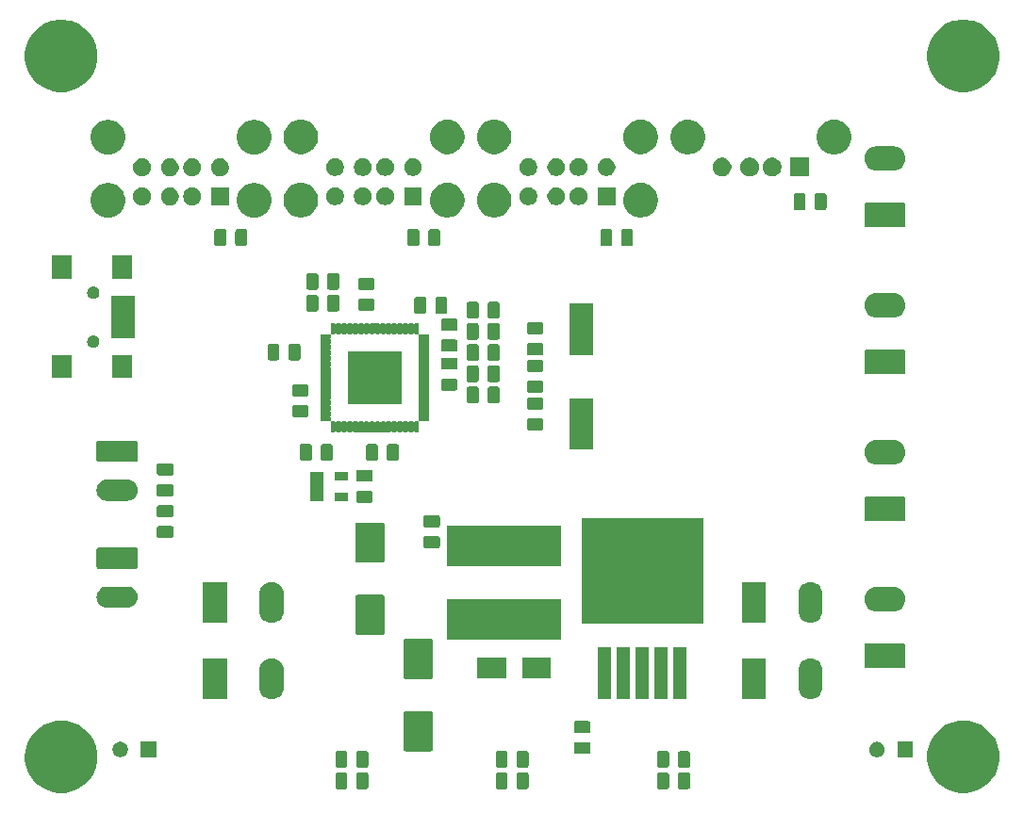
<source format=gbr>
G04 #@! TF.GenerationSoftware,KiCad,Pcbnew,(5.1.4)-1*
G04 #@! TF.CreationDate,2020-01-12T03:23:05+01:00*
G04 #@! TF.ProjectId,hub_usb_dispatch,6875625f-7573-4625-9f64-697370617463,rev?*
G04 #@! TF.SameCoordinates,Original*
G04 #@! TF.FileFunction,Soldermask,Top*
G04 #@! TF.FilePolarity,Negative*
%FSLAX46Y46*%
G04 Gerber Fmt 4.6, Leading zero omitted, Abs format (unit mm)*
G04 Created by KiCad (PCBNEW (5.1.4)-1) date 2020-01-12 03:23:05*
%MOMM*%
%LPD*%
G04 APERTURE LIST*
%ADD10C,0.100000*%
G04 APERTURE END LIST*
D10*
G36*
X135008088Y-113286374D02*
G01*
X135448282Y-113373934D01*
X136039926Y-113619001D01*
X136572392Y-113974784D01*
X137025216Y-114427608D01*
X137380999Y-114960074D01*
X137626066Y-115551718D01*
X137626066Y-115551719D01*
X137745098Y-116150130D01*
X137751000Y-116179804D01*
X137751000Y-116820196D01*
X137626066Y-117448282D01*
X137380999Y-118039926D01*
X137025216Y-118572392D01*
X136572392Y-119025216D01*
X136039926Y-119380999D01*
X135448282Y-119626066D01*
X135134239Y-119688533D01*
X134820197Y-119751000D01*
X134179803Y-119751000D01*
X133865761Y-119688533D01*
X133551718Y-119626066D01*
X132960074Y-119380999D01*
X132427608Y-119025216D01*
X131974784Y-118572392D01*
X131619001Y-118039926D01*
X131373934Y-117448282D01*
X131249000Y-116820196D01*
X131249000Y-116179804D01*
X131254903Y-116150130D01*
X131373934Y-115551719D01*
X131373934Y-115551718D01*
X131619001Y-114960074D01*
X131974784Y-114427608D01*
X132427608Y-113974784D01*
X132960074Y-113619001D01*
X133551718Y-113373934D01*
X133991912Y-113286374D01*
X134179803Y-113249000D01*
X134820197Y-113249000D01*
X135008088Y-113286374D01*
X135008088Y-113286374D01*
G37*
G36*
X54008088Y-113286374D02*
G01*
X54448282Y-113373934D01*
X55039926Y-113619001D01*
X55572392Y-113974784D01*
X56025216Y-114427608D01*
X56380999Y-114960074D01*
X56626066Y-115551718D01*
X56626066Y-115551719D01*
X56745098Y-116150130D01*
X56751000Y-116179804D01*
X56751000Y-116820196D01*
X56626066Y-117448282D01*
X56380999Y-118039926D01*
X56025216Y-118572392D01*
X55572392Y-119025216D01*
X55039926Y-119380999D01*
X54448282Y-119626066D01*
X54134239Y-119688533D01*
X53820197Y-119751000D01*
X53179803Y-119751000D01*
X52865761Y-119688533D01*
X52551718Y-119626066D01*
X51960074Y-119380999D01*
X51427608Y-119025216D01*
X50974784Y-118572392D01*
X50619001Y-118039926D01*
X50373934Y-117448282D01*
X50249000Y-116820196D01*
X50249000Y-116179804D01*
X50254903Y-116150130D01*
X50373934Y-115551719D01*
X50373934Y-115551718D01*
X50619001Y-114960074D01*
X50974784Y-114427608D01*
X51427608Y-113974784D01*
X51960074Y-113619001D01*
X52551718Y-113373934D01*
X52991912Y-113286374D01*
X53179803Y-113249000D01*
X53820197Y-113249000D01*
X54008088Y-113286374D01*
X54008088Y-113286374D01*
G37*
G36*
X109792868Y-117896965D02*
G01*
X109831538Y-117908696D01*
X109867177Y-117927746D01*
X109898417Y-117953383D01*
X109924054Y-117984623D01*
X109943104Y-118020262D01*
X109954835Y-118058932D01*
X109959400Y-118105288D01*
X109959400Y-119181512D01*
X109954835Y-119227868D01*
X109943104Y-119266538D01*
X109924054Y-119302177D01*
X109898417Y-119333417D01*
X109867177Y-119359054D01*
X109831538Y-119378104D01*
X109792868Y-119389835D01*
X109746512Y-119394400D01*
X109095288Y-119394400D01*
X109048932Y-119389835D01*
X109010262Y-119378104D01*
X108974623Y-119359054D01*
X108943383Y-119333417D01*
X108917746Y-119302177D01*
X108898696Y-119266538D01*
X108886965Y-119227868D01*
X108882400Y-119181512D01*
X108882400Y-118105288D01*
X108886965Y-118058932D01*
X108898696Y-118020262D01*
X108917746Y-117984623D01*
X108943383Y-117953383D01*
X108974623Y-117927746D01*
X109010262Y-117908696D01*
X109048932Y-117896965D01*
X109095288Y-117892400D01*
X109746512Y-117892400D01*
X109792868Y-117896965D01*
X109792868Y-117896965D01*
G37*
G36*
X95309468Y-117896965D02*
G01*
X95348138Y-117908696D01*
X95383777Y-117927746D01*
X95415017Y-117953383D01*
X95440654Y-117984623D01*
X95459704Y-118020262D01*
X95471435Y-118058932D01*
X95476000Y-118105288D01*
X95476000Y-119181512D01*
X95471435Y-119227868D01*
X95459704Y-119266538D01*
X95440654Y-119302177D01*
X95415017Y-119333417D01*
X95383777Y-119359054D01*
X95348138Y-119378104D01*
X95309468Y-119389835D01*
X95263112Y-119394400D01*
X94611888Y-119394400D01*
X94565532Y-119389835D01*
X94526862Y-119378104D01*
X94491223Y-119359054D01*
X94459983Y-119333417D01*
X94434346Y-119302177D01*
X94415296Y-119266538D01*
X94403565Y-119227868D01*
X94399000Y-119181512D01*
X94399000Y-118105288D01*
X94403565Y-118058932D01*
X94415296Y-118020262D01*
X94434346Y-117984623D01*
X94459983Y-117953383D01*
X94491223Y-117927746D01*
X94526862Y-117908696D01*
X94565532Y-117896965D01*
X94611888Y-117892400D01*
X95263112Y-117892400D01*
X95309468Y-117896965D01*
X95309468Y-117896965D01*
G37*
G36*
X79039468Y-117896965D02*
G01*
X79078138Y-117908696D01*
X79113777Y-117927746D01*
X79145017Y-117953383D01*
X79170654Y-117984623D01*
X79189704Y-118020262D01*
X79201435Y-118058932D01*
X79206000Y-118105288D01*
X79206000Y-119181512D01*
X79201435Y-119227868D01*
X79189704Y-119266538D01*
X79170654Y-119302177D01*
X79145017Y-119333417D01*
X79113777Y-119359054D01*
X79078138Y-119378104D01*
X79039468Y-119389835D01*
X78993112Y-119394400D01*
X78341888Y-119394400D01*
X78295532Y-119389835D01*
X78256862Y-119378104D01*
X78221223Y-119359054D01*
X78189983Y-119333417D01*
X78164346Y-119302177D01*
X78145296Y-119266538D01*
X78133565Y-119227868D01*
X78129000Y-119181512D01*
X78129000Y-118105288D01*
X78133565Y-118058932D01*
X78145296Y-118020262D01*
X78164346Y-117984623D01*
X78189983Y-117953383D01*
X78221223Y-117927746D01*
X78256862Y-117908696D01*
X78295532Y-117896965D01*
X78341888Y-117892400D01*
X78993112Y-117892400D01*
X79039468Y-117896965D01*
X79039468Y-117896965D01*
G37*
G36*
X80914468Y-117896965D02*
G01*
X80953138Y-117908696D01*
X80988777Y-117927746D01*
X81020017Y-117953383D01*
X81045654Y-117984623D01*
X81064704Y-118020262D01*
X81076435Y-118058932D01*
X81081000Y-118105288D01*
X81081000Y-119181512D01*
X81076435Y-119227868D01*
X81064704Y-119266538D01*
X81045654Y-119302177D01*
X81020017Y-119333417D01*
X80988777Y-119359054D01*
X80953138Y-119378104D01*
X80914468Y-119389835D01*
X80868112Y-119394400D01*
X80216888Y-119394400D01*
X80170532Y-119389835D01*
X80131862Y-119378104D01*
X80096223Y-119359054D01*
X80064983Y-119333417D01*
X80039346Y-119302177D01*
X80020296Y-119266538D01*
X80008565Y-119227868D01*
X80004000Y-119181512D01*
X80004000Y-118105288D01*
X80008565Y-118058932D01*
X80020296Y-118020262D01*
X80039346Y-117984623D01*
X80064983Y-117953383D01*
X80096223Y-117927746D01*
X80131862Y-117908696D01*
X80170532Y-117896965D01*
X80216888Y-117892400D01*
X80868112Y-117892400D01*
X80914468Y-117896965D01*
X80914468Y-117896965D01*
G37*
G36*
X93434468Y-117896965D02*
G01*
X93473138Y-117908696D01*
X93508777Y-117927746D01*
X93540017Y-117953383D01*
X93565654Y-117984623D01*
X93584704Y-118020262D01*
X93596435Y-118058932D01*
X93601000Y-118105288D01*
X93601000Y-119181512D01*
X93596435Y-119227868D01*
X93584704Y-119266538D01*
X93565654Y-119302177D01*
X93540017Y-119333417D01*
X93508777Y-119359054D01*
X93473138Y-119378104D01*
X93434468Y-119389835D01*
X93388112Y-119394400D01*
X92736888Y-119394400D01*
X92690532Y-119389835D01*
X92651862Y-119378104D01*
X92616223Y-119359054D01*
X92584983Y-119333417D01*
X92559346Y-119302177D01*
X92540296Y-119266538D01*
X92528565Y-119227868D01*
X92524000Y-119181512D01*
X92524000Y-118105288D01*
X92528565Y-118058932D01*
X92540296Y-118020262D01*
X92559346Y-117984623D01*
X92584983Y-117953383D01*
X92616223Y-117927746D01*
X92651862Y-117908696D01*
X92690532Y-117896965D01*
X92736888Y-117892400D01*
X93388112Y-117892400D01*
X93434468Y-117896965D01*
X93434468Y-117896965D01*
G37*
G36*
X107917868Y-117896965D02*
G01*
X107956538Y-117908696D01*
X107992177Y-117927746D01*
X108023417Y-117953383D01*
X108049054Y-117984623D01*
X108068104Y-118020262D01*
X108079835Y-118058932D01*
X108084400Y-118105288D01*
X108084400Y-119181512D01*
X108079835Y-119227868D01*
X108068104Y-119266538D01*
X108049054Y-119302177D01*
X108023417Y-119333417D01*
X107992177Y-119359054D01*
X107956538Y-119378104D01*
X107917868Y-119389835D01*
X107871512Y-119394400D01*
X107220288Y-119394400D01*
X107173932Y-119389835D01*
X107135262Y-119378104D01*
X107099623Y-119359054D01*
X107068383Y-119333417D01*
X107042746Y-119302177D01*
X107023696Y-119266538D01*
X107011965Y-119227868D01*
X107007400Y-119181512D01*
X107007400Y-118105288D01*
X107011965Y-118058932D01*
X107023696Y-118020262D01*
X107042746Y-117984623D01*
X107068383Y-117953383D01*
X107099623Y-117927746D01*
X107135262Y-117908696D01*
X107173932Y-117896965D01*
X107220288Y-117892400D01*
X107871512Y-117892400D01*
X107917868Y-117896965D01*
X107917868Y-117896965D01*
G37*
G36*
X80914468Y-115966565D02*
G01*
X80953138Y-115978296D01*
X80988777Y-115997346D01*
X81020017Y-116022983D01*
X81045654Y-116054223D01*
X81064704Y-116089862D01*
X81076435Y-116128532D01*
X81081000Y-116174888D01*
X81081000Y-117251112D01*
X81076435Y-117297468D01*
X81064704Y-117336138D01*
X81045654Y-117371777D01*
X81020017Y-117403017D01*
X80988777Y-117428654D01*
X80953138Y-117447704D01*
X80914468Y-117459435D01*
X80868112Y-117464000D01*
X80216888Y-117464000D01*
X80170532Y-117459435D01*
X80131862Y-117447704D01*
X80096223Y-117428654D01*
X80064983Y-117403017D01*
X80039346Y-117371777D01*
X80020296Y-117336138D01*
X80008565Y-117297468D01*
X80004000Y-117251112D01*
X80004000Y-116174888D01*
X80008565Y-116128532D01*
X80020296Y-116089862D01*
X80039346Y-116054223D01*
X80064983Y-116022983D01*
X80096223Y-115997346D01*
X80131862Y-115978296D01*
X80170532Y-115966565D01*
X80216888Y-115962000D01*
X80868112Y-115962000D01*
X80914468Y-115966565D01*
X80914468Y-115966565D01*
G37*
G36*
X109795168Y-115966565D02*
G01*
X109833838Y-115978296D01*
X109869477Y-115997346D01*
X109900717Y-116022983D01*
X109926354Y-116054223D01*
X109945404Y-116089862D01*
X109957135Y-116128532D01*
X109961700Y-116174888D01*
X109961700Y-117251112D01*
X109957135Y-117297468D01*
X109945404Y-117336138D01*
X109926354Y-117371777D01*
X109900717Y-117403017D01*
X109869477Y-117428654D01*
X109833838Y-117447704D01*
X109795168Y-117459435D01*
X109748812Y-117464000D01*
X109097588Y-117464000D01*
X109051232Y-117459435D01*
X109012562Y-117447704D01*
X108976923Y-117428654D01*
X108945683Y-117403017D01*
X108920046Y-117371777D01*
X108900996Y-117336138D01*
X108889265Y-117297468D01*
X108884700Y-117251112D01*
X108884700Y-116174888D01*
X108889265Y-116128532D01*
X108900996Y-116089862D01*
X108920046Y-116054223D01*
X108945683Y-116022983D01*
X108976923Y-115997346D01*
X109012562Y-115978296D01*
X109051232Y-115966565D01*
X109097588Y-115962000D01*
X109748812Y-115962000D01*
X109795168Y-115966565D01*
X109795168Y-115966565D01*
G37*
G36*
X107920168Y-115966565D02*
G01*
X107958838Y-115978296D01*
X107994477Y-115997346D01*
X108025717Y-116022983D01*
X108051354Y-116054223D01*
X108070404Y-116089862D01*
X108082135Y-116128532D01*
X108086700Y-116174888D01*
X108086700Y-117251112D01*
X108082135Y-117297468D01*
X108070404Y-117336138D01*
X108051354Y-117371777D01*
X108025717Y-117403017D01*
X107994477Y-117428654D01*
X107958838Y-117447704D01*
X107920168Y-117459435D01*
X107873812Y-117464000D01*
X107222588Y-117464000D01*
X107176232Y-117459435D01*
X107137562Y-117447704D01*
X107101923Y-117428654D01*
X107070683Y-117403017D01*
X107045046Y-117371777D01*
X107025996Y-117336138D01*
X107014265Y-117297468D01*
X107009700Y-117251112D01*
X107009700Y-116174888D01*
X107014265Y-116128532D01*
X107025996Y-116089862D01*
X107045046Y-116054223D01*
X107070683Y-116022983D01*
X107101923Y-115997346D01*
X107137562Y-115978296D01*
X107176232Y-115966565D01*
X107222588Y-115962000D01*
X107873812Y-115962000D01*
X107920168Y-115966565D01*
X107920168Y-115966565D01*
G37*
G36*
X95309468Y-115966565D02*
G01*
X95348138Y-115978296D01*
X95383777Y-115997346D01*
X95415017Y-116022983D01*
X95440654Y-116054223D01*
X95459704Y-116089862D01*
X95471435Y-116128532D01*
X95476000Y-116174888D01*
X95476000Y-117251112D01*
X95471435Y-117297468D01*
X95459704Y-117336138D01*
X95440654Y-117371777D01*
X95415017Y-117403017D01*
X95383777Y-117428654D01*
X95348138Y-117447704D01*
X95309468Y-117459435D01*
X95263112Y-117464000D01*
X94611888Y-117464000D01*
X94565532Y-117459435D01*
X94526862Y-117447704D01*
X94491223Y-117428654D01*
X94459983Y-117403017D01*
X94434346Y-117371777D01*
X94415296Y-117336138D01*
X94403565Y-117297468D01*
X94399000Y-117251112D01*
X94399000Y-116174888D01*
X94403565Y-116128532D01*
X94415296Y-116089862D01*
X94434346Y-116054223D01*
X94459983Y-116022983D01*
X94491223Y-115997346D01*
X94526862Y-115978296D01*
X94565532Y-115966565D01*
X94611888Y-115962000D01*
X95263112Y-115962000D01*
X95309468Y-115966565D01*
X95309468Y-115966565D01*
G37*
G36*
X93434468Y-115966565D02*
G01*
X93473138Y-115978296D01*
X93508777Y-115997346D01*
X93540017Y-116022983D01*
X93565654Y-116054223D01*
X93584704Y-116089862D01*
X93596435Y-116128532D01*
X93601000Y-116174888D01*
X93601000Y-117251112D01*
X93596435Y-117297468D01*
X93584704Y-117336138D01*
X93565654Y-117371777D01*
X93540017Y-117403017D01*
X93508777Y-117428654D01*
X93473138Y-117447704D01*
X93434468Y-117459435D01*
X93388112Y-117464000D01*
X92736888Y-117464000D01*
X92690532Y-117459435D01*
X92651862Y-117447704D01*
X92616223Y-117428654D01*
X92584983Y-117403017D01*
X92559346Y-117371777D01*
X92540296Y-117336138D01*
X92528565Y-117297468D01*
X92524000Y-117251112D01*
X92524000Y-116174888D01*
X92528565Y-116128532D01*
X92540296Y-116089862D01*
X92559346Y-116054223D01*
X92584983Y-116022983D01*
X92616223Y-115997346D01*
X92651862Y-115978296D01*
X92690532Y-115966565D01*
X92736888Y-115962000D01*
X93388112Y-115962000D01*
X93434468Y-115966565D01*
X93434468Y-115966565D01*
G37*
G36*
X79039468Y-115966565D02*
G01*
X79078138Y-115978296D01*
X79113777Y-115997346D01*
X79145017Y-116022983D01*
X79170654Y-116054223D01*
X79189704Y-116089862D01*
X79201435Y-116128532D01*
X79206000Y-116174888D01*
X79206000Y-117251112D01*
X79201435Y-117297468D01*
X79189704Y-117336138D01*
X79170654Y-117371777D01*
X79145017Y-117403017D01*
X79113777Y-117428654D01*
X79078138Y-117447704D01*
X79039468Y-117459435D01*
X78993112Y-117464000D01*
X78341888Y-117464000D01*
X78295532Y-117459435D01*
X78256862Y-117447704D01*
X78221223Y-117428654D01*
X78189983Y-117403017D01*
X78164346Y-117371777D01*
X78145296Y-117336138D01*
X78133565Y-117297468D01*
X78129000Y-117251112D01*
X78129000Y-116174888D01*
X78133565Y-116128532D01*
X78145296Y-116089862D01*
X78164346Y-116054223D01*
X78189983Y-116022983D01*
X78221223Y-115997346D01*
X78256862Y-115978296D01*
X78295532Y-115966565D01*
X78341888Y-115962000D01*
X78993112Y-115962000D01*
X79039468Y-115966565D01*
X79039468Y-115966565D01*
G37*
G36*
X126946825Y-115161958D02*
G01*
X126946827Y-115161959D01*
X126946828Y-115161959D01*
X127009477Y-115187909D01*
X127072130Y-115213861D01*
X127164922Y-115275863D01*
X127184893Y-115289207D01*
X127280793Y-115385107D01*
X127280795Y-115385110D01*
X127356139Y-115497870D01*
X127408042Y-115623175D01*
X127434500Y-115756187D01*
X127434500Y-115891813D01*
X127408042Y-116024825D01*
X127356139Y-116150130D01*
X127301936Y-116231250D01*
X127280793Y-116262893D01*
X127184893Y-116358793D01*
X127184890Y-116358795D01*
X127072130Y-116434139D01*
X127009478Y-116460090D01*
X126946828Y-116486041D01*
X126946827Y-116486041D01*
X126946825Y-116486042D01*
X126813813Y-116512500D01*
X126678187Y-116512500D01*
X126545175Y-116486042D01*
X126545173Y-116486041D01*
X126545172Y-116486041D01*
X126482522Y-116460090D01*
X126419870Y-116434139D01*
X126307110Y-116358795D01*
X126307107Y-116358793D01*
X126211207Y-116262893D01*
X126190064Y-116231250D01*
X126135861Y-116150130D01*
X126083958Y-116024825D01*
X126057500Y-115891813D01*
X126057500Y-115756187D01*
X126083958Y-115623175D01*
X126135861Y-115497870D01*
X126211205Y-115385110D01*
X126211207Y-115385107D01*
X126307107Y-115289207D01*
X126327078Y-115275863D01*
X126419870Y-115213861D01*
X126482523Y-115187909D01*
X126545172Y-115161959D01*
X126545173Y-115161959D01*
X126545175Y-115161958D01*
X126678187Y-115135500D01*
X126813813Y-115135500D01*
X126946825Y-115161958D01*
X126946825Y-115161958D01*
G37*
G36*
X62029500Y-116512500D02*
G01*
X60652500Y-116512500D01*
X60652500Y-115135500D01*
X62029500Y-115135500D01*
X62029500Y-116512500D01*
X62029500Y-116512500D01*
G37*
G36*
X59001825Y-115161958D02*
G01*
X59001827Y-115161959D01*
X59001828Y-115161959D01*
X59064477Y-115187909D01*
X59127130Y-115213861D01*
X59219922Y-115275863D01*
X59239893Y-115289207D01*
X59335793Y-115385107D01*
X59335795Y-115385110D01*
X59411139Y-115497870D01*
X59463042Y-115623175D01*
X59489500Y-115756187D01*
X59489500Y-115891813D01*
X59463042Y-116024825D01*
X59411139Y-116150130D01*
X59356936Y-116231250D01*
X59335793Y-116262893D01*
X59239893Y-116358793D01*
X59239890Y-116358795D01*
X59127130Y-116434139D01*
X59064478Y-116460090D01*
X59001828Y-116486041D01*
X59001827Y-116486041D01*
X59001825Y-116486042D01*
X58868813Y-116512500D01*
X58733187Y-116512500D01*
X58600175Y-116486042D01*
X58600173Y-116486041D01*
X58600172Y-116486041D01*
X58537522Y-116460090D01*
X58474870Y-116434139D01*
X58362110Y-116358795D01*
X58362107Y-116358793D01*
X58266207Y-116262893D01*
X58245064Y-116231250D01*
X58190861Y-116150130D01*
X58138958Y-116024825D01*
X58112500Y-115891813D01*
X58112500Y-115756187D01*
X58138958Y-115623175D01*
X58190861Y-115497870D01*
X58266205Y-115385110D01*
X58266207Y-115385107D01*
X58362107Y-115289207D01*
X58382078Y-115275863D01*
X58474870Y-115213861D01*
X58537523Y-115187909D01*
X58600172Y-115161959D01*
X58600173Y-115161959D01*
X58600175Y-115161958D01*
X58733187Y-115135500D01*
X58868813Y-115135500D01*
X59001825Y-115161958D01*
X59001825Y-115161958D01*
G37*
G36*
X129974500Y-116512500D02*
G01*
X128597500Y-116512500D01*
X128597500Y-115135500D01*
X129974500Y-115135500D01*
X129974500Y-116512500D01*
X129974500Y-116512500D01*
G37*
G36*
X100863668Y-115160765D02*
G01*
X100902338Y-115172496D01*
X100937977Y-115191546D01*
X100969217Y-115217183D01*
X100994854Y-115248423D01*
X101013904Y-115284062D01*
X101025635Y-115322732D01*
X101030200Y-115369088D01*
X101030200Y-116020312D01*
X101025635Y-116066668D01*
X101013904Y-116105338D01*
X100994854Y-116140977D01*
X100969217Y-116172217D01*
X100937977Y-116197854D01*
X100902338Y-116216904D01*
X100863668Y-116228635D01*
X100817312Y-116233200D01*
X99741088Y-116233200D01*
X99694732Y-116228635D01*
X99656062Y-116216904D01*
X99620423Y-116197854D01*
X99589183Y-116172217D01*
X99563546Y-116140977D01*
X99544496Y-116105338D01*
X99532765Y-116066668D01*
X99528200Y-116020312D01*
X99528200Y-115369088D01*
X99532765Y-115322732D01*
X99544496Y-115284062D01*
X99563546Y-115248423D01*
X99589183Y-115217183D01*
X99620423Y-115191546D01*
X99656062Y-115172496D01*
X99694732Y-115160765D01*
X99741088Y-115156200D01*
X100817312Y-115156200D01*
X100863668Y-115160765D01*
X100863668Y-115160765D01*
G37*
G36*
X86719134Y-112399871D02*
G01*
X86749077Y-112408954D01*
X86776665Y-112423700D01*
X86800851Y-112443549D01*
X86820700Y-112467735D01*
X86835446Y-112495323D01*
X86844529Y-112525266D01*
X86848200Y-112562540D01*
X86848200Y-115831860D01*
X86844529Y-115869134D01*
X86835446Y-115899077D01*
X86820700Y-115926665D01*
X86800851Y-115950851D01*
X86776665Y-115970700D01*
X86749077Y-115985446D01*
X86719134Y-115994529D01*
X86681860Y-115998200D01*
X84412540Y-115998200D01*
X84375266Y-115994529D01*
X84345323Y-115985446D01*
X84317735Y-115970700D01*
X84293549Y-115950851D01*
X84273700Y-115926665D01*
X84258954Y-115899077D01*
X84249871Y-115869134D01*
X84246200Y-115831860D01*
X84246200Y-112562540D01*
X84249871Y-112525266D01*
X84258954Y-112495323D01*
X84273700Y-112467735D01*
X84293549Y-112443549D01*
X84317735Y-112423700D01*
X84345323Y-112408954D01*
X84375266Y-112399871D01*
X84412540Y-112396200D01*
X86681860Y-112396200D01*
X86719134Y-112399871D01*
X86719134Y-112399871D01*
G37*
G36*
X100863668Y-113285765D02*
G01*
X100902338Y-113297496D01*
X100937977Y-113316546D01*
X100969217Y-113342183D01*
X100994854Y-113373423D01*
X101013904Y-113409062D01*
X101025635Y-113447732D01*
X101030200Y-113494088D01*
X101030200Y-114145312D01*
X101025635Y-114191668D01*
X101013904Y-114230338D01*
X100994854Y-114265977D01*
X100969217Y-114297217D01*
X100937977Y-114322854D01*
X100902338Y-114341904D01*
X100863668Y-114353635D01*
X100817312Y-114358200D01*
X99741088Y-114358200D01*
X99694732Y-114353635D01*
X99656062Y-114341904D01*
X99620423Y-114322854D01*
X99589183Y-114297217D01*
X99563546Y-114265977D01*
X99544496Y-114230338D01*
X99532765Y-114191668D01*
X99528200Y-114145312D01*
X99528200Y-113494088D01*
X99532765Y-113447732D01*
X99544496Y-113409062D01*
X99563546Y-113373423D01*
X99589183Y-113342183D01*
X99620423Y-113316546D01*
X99656062Y-113297496D01*
X99694732Y-113285765D01*
X99741088Y-113281200D01*
X100817312Y-113281200D01*
X100863668Y-113285765D01*
X100863668Y-113285765D01*
G37*
G36*
X72603870Y-107638786D02*
G01*
X72714779Y-107672430D01*
X72805053Y-107699814D01*
X72809529Y-107701172D01*
X72966165Y-107784896D01*
X72999059Y-107802478D01*
X73165186Y-107938814D01*
X73301522Y-108104941D01*
X73301525Y-108104945D01*
X73402828Y-108294470D01*
X73465214Y-108500129D01*
X73481000Y-108660409D01*
X73481000Y-110287591D01*
X73465214Y-110447871D01*
X73402828Y-110653530D01*
X73301525Y-110843055D01*
X73301523Y-110843058D01*
X73301522Y-110843059D01*
X73165186Y-111009186D01*
X73037583Y-111113906D01*
X72999055Y-111145525D01*
X72809530Y-111246828D01*
X72809527Y-111246829D01*
X72798058Y-111250308D01*
X72603871Y-111309214D01*
X72390000Y-111330278D01*
X72176130Y-111309214D01*
X71981943Y-111250308D01*
X71970474Y-111246829D01*
X71970471Y-111246828D01*
X71780946Y-111145525D01*
X71742418Y-111113906D01*
X71614815Y-111009186D01*
X71478479Y-110843059D01*
X71478478Y-110843058D01*
X71478476Y-110843055D01*
X71377171Y-110653527D01*
X71314786Y-110447874D01*
X71299000Y-110287591D01*
X71299000Y-108660410D01*
X71314786Y-108500130D01*
X71377172Y-108294471D01*
X71478477Y-108104943D01*
X71478478Y-108104941D01*
X71614814Y-107938814D01*
X71780941Y-107802478D01*
X71780942Y-107802477D01*
X71780945Y-107802475D01*
X71970470Y-107701172D01*
X71974947Y-107699814D01*
X72065220Y-107672430D01*
X72176129Y-107638786D01*
X72390000Y-107617722D01*
X72603870Y-107638786D01*
X72603870Y-107638786D01*
G37*
G36*
X120990870Y-107638786D02*
G01*
X121101779Y-107672430D01*
X121192053Y-107699814D01*
X121196529Y-107701172D01*
X121353165Y-107784896D01*
X121386059Y-107802478D01*
X121552186Y-107938814D01*
X121688522Y-108104941D01*
X121688525Y-108104945D01*
X121789828Y-108294470D01*
X121852214Y-108500129D01*
X121868000Y-108660409D01*
X121868000Y-110287591D01*
X121852214Y-110447871D01*
X121789828Y-110653530D01*
X121688525Y-110843055D01*
X121688523Y-110843058D01*
X121688522Y-110843059D01*
X121552186Y-111009186D01*
X121424583Y-111113906D01*
X121386055Y-111145525D01*
X121196530Y-111246828D01*
X121196527Y-111246829D01*
X121185058Y-111250308D01*
X120990871Y-111309214D01*
X120777000Y-111330278D01*
X120563130Y-111309214D01*
X120368943Y-111250308D01*
X120357474Y-111246829D01*
X120357471Y-111246828D01*
X120167946Y-111145525D01*
X120129418Y-111113906D01*
X120001815Y-111009186D01*
X119865479Y-110843059D01*
X119865478Y-110843058D01*
X119865476Y-110843055D01*
X119764171Y-110653527D01*
X119701786Y-110447874D01*
X119686000Y-110287591D01*
X119686000Y-108660410D01*
X119701786Y-108500130D01*
X119764172Y-108294471D01*
X119865477Y-108104943D01*
X119865478Y-108104941D01*
X120001814Y-107938814D01*
X120167941Y-107802478D01*
X120167942Y-107802477D01*
X120167945Y-107802475D01*
X120357470Y-107701172D01*
X120361947Y-107699814D01*
X120452220Y-107672430D01*
X120563129Y-107638786D01*
X120777000Y-107617722D01*
X120990870Y-107638786D01*
X120990870Y-107638786D01*
G37*
G36*
X116653217Y-107626808D02*
G01*
X116684489Y-107636294D01*
X116713308Y-107651698D01*
X116738570Y-107672430D01*
X116759302Y-107697692D01*
X116774706Y-107726511D01*
X116784192Y-107757783D01*
X116788000Y-107796448D01*
X116788000Y-111151552D01*
X116784192Y-111190217D01*
X116774706Y-111221489D01*
X116759302Y-111250308D01*
X116738570Y-111275570D01*
X116713308Y-111296302D01*
X116684489Y-111311706D01*
X116653217Y-111321192D01*
X116614552Y-111325000D01*
X114779448Y-111325000D01*
X114740783Y-111321192D01*
X114709511Y-111311706D01*
X114680692Y-111296302D01*
X114655430Y-111275570D01*
X114634698Y-111250308D01*
X114619294Y-111221489D01*
X114609808Y-111190217D01*
X114606000Y-111151552D01*
X114606000Y-107796448D01*
X114609808Y-107757783D01*
X114619294Y-107726511D01*
X114634698Y-107697692D01*
X114655430Y-107672430D01*
X114680692Y-107651698D01*
X114709511Y-107636294D01*
X114740783Y-107626808D01*
X114779448Y-107623000D01*
X116614552Y-107623000D01*
X116653217Y-107626808D01*
X116653217Y-107626808D01*
G37*
G36*
X68266217Y-107626808D02*
G01*
X68297489Y-107636294D01*
X68326308Y-107651698D01*
X68351570Y-107672430D01*
X68372302Y-107697692D01*
X68387706Y-107726511D01*
X68397192Y-107757783D01*
X68401000Y-107796448D01*
X68401000Y-111151552D01*
X68397192Y-111190217D01*
X68387706Y-111221489D01*
X68372302Y-111250308D01*
X68351570Y-111275570D01*
X68326308Y-111296302D01*
X68297489Y-111311706D01*
X68266217Y-111321192D01*
X68227552Y-111325000D01*
X66392448Y-111325000D01*
X66353783Y-111321192D01*
X66322511Y-111311706D01*
X66293692Y-111296302D01*
X66268430Y-111275570D01*
X66247698Y-111250308D01*
X66232294Y-111221489D01*
X66222808Y-111190217D01*
X66219000Y-111151552D01*
X66219000Y-107796448D01*
X66222808Y-107757783D01*
X66232294Y-107726511D01*
X66247698Y-107697692D01*
X66268430Y-107672430D01*
X66293692Y-107651698D01*
X66322511Y-107636294D01*
X66353783Y-107626808D01*
X66392448Y-107623000D01*
X68227552Y-107623000D01*
X68266217Y-107626808D01*
X68266217Y-107626808D01*
G37*
G36*
X107977700Y-111300800D02*
G01*
X106775700Y-111300800D01*
X106775700Y-106598800D01*
X107977700Y-106598800D01*
X107977700Y-111300800D01*
X107977700Y-111300800D01*
G37*
G36*
X104577700Y-111300800D02*
G01*
X103375700Y-111300800D01*
X103375700Y-106598800D01*
X104577700Y-106598800D01*
X104577700Y-111300800D01*
X104577700Y-111300800D01*
G37*
G36*
X102877700Y-111300800D02*
G01*
X101675700Y-111300800D01*
X101675700Y-106598800D01*
X102877700Y-106598800D01*
X102877700Y-111300800D01*
X102877700Y-111300800D01*
G37*
G36*
X109677700Y-111300800D02*
G01*
X108475700Y-111300800D01*
X108475700Y-106598800D01*
X109677700Y-106598800D01*
X109677700Y-111300800D01*
X109677700Y-111300800D01*
G37*
G36*
X106277700Y-111300800D02*
G01*
X105075700Y-111300800D01*
X105075700Y-106598800D01*
X106277700Y-106598800D01*
X106277700Y-111300800D01*
X106277700Y-111300800D01*
G37*
G36*
X86719134Y-105899871D02*
G01*
X86749077Y-105908954D01*
X86776665Y-105923700D01*
X86800851Y-105943549D01*
X86820700Y-105967735D01*
X86835446Y-105995323D01*
X86844529Y-106025266D01*
X86848200Y-106062540D01*
X86848200Y-109331860D01*
X86844529Y-109369134D01*
X86835446Y-109399077D01*
X86820700Y-109426665D01*
X86800851Y-109450851D01*
X86776665Y-109470700D01*
X86749077Y-109485446D01*
X86719134Y-109494529D01*
X86681860Y-109498200D01*
X84412540Y-109498200D01*
X84375266Y-109494529D01*
X84345323Y-109485446D01*
X84317735Y-109470700D01*
X84293549Y-109450851D01*
X84273700Y-109426665D01*
X84258954Y-109399077D01*
X84249871Y-109369134D01*
X84246200Y-109331860D01*
X84246200Y-106062540D01*
X84249871Y-106025266D01*
X84258954Y-105995323D01*
X84273700Y-105967735D01*
X84293549Y-105943549D01*
X84317735Y-105923700D01*
X84345323Y-105908954D01*
X84375266Y-105899871D01*
X84412540Y-105896200D01*
X86681860Y-105896200D01*
X86719134Y-105899871D01*
X86719134Y-105899871D01*
G37*
G36*
X93484200Y-109459800D02*
G01*
X90882200Y-109459800D01*
X90882200Y-107557800D01*
X93484200Y-107557800D01*
X93484200Y-109459800D01*
X93484200Y-109459800D01*
G37*
G36*
X97484200Y-109459800D02*
G01*
X94882200Y-109459800D01*
X94882200Y-107557800D01*
X97484200Y-107557800D01*
X97484200Y-109459800D01*
X97484200Y-109459800D01*
G37*
G36*
X129179717Y-106312808D02*
G01*
X129210989Y-106322294D01*
X129239808Y-106337698D01*
X129265070Y-106358430D01*
X129285802Y-106383692D01*
X129301206Y-106412511D01*
X129310692Y-106443783D01*
X129314500Y-106482448D01*
X129314500Y-108317552D01*
X129310692Y-108356217D01*
X129301206Y-108387489D01*
X129285802Y-108416308D01*
X129265070Y-108441570D01*
X129239808Y-108462302D01*
X129210989Y-108477706D01*
X129179717Y-108487192D01*
X129141052Y-108491000D01*
X125785948Y-108491000D01*
X125747283Y-108487192D01*
X125716011Y-108477706D01*
X125687192Y-108462302D01*
X125661930Y-108441570D01*
X125641198Y-108416308D01*
X125625794Y-108387489D01*
X125616308Y-108356217D01*
X125612500Y-108317552D01*
X125612500Y-106482448D01*
X125616308Y-106443783D01*
X125625794Y-106412511D01*
X125641198Y-106383692D01*
X125661930Y-106358430D01*
X125687192Y-106337698D01*
X125716011Y-106322294D01*
X125747283Y-106312808D01*
X125785948Y-106309000D01*
X129141052Y-106309000D01*
X129179717Y-106312808D01*
X129179717Y-106312808D01*
G37*
G36*
X98419800Y-105939000D02*
G01*
X88117800Y-105939000D01*
X88117800Y-102337000D01*
X98419800Y-102337000D01*
X98419800Y-105939000D01*
X98419800Y-105939000D01*
G37*
G36*
X82401134Y-101935071D02*
G01*
X82431077Y-101944154D01*
X82458665Y-101958900D01*
X82482851Y-101978749D01*
X82502700Y-102002935D01*
X82517446Y-102030523D01*
X82526529Y-102060466D01*
X82530200Y-102097740D01*
X82530200Y-105367060D01*
X82526529Y-105404334D01*
X82517446Y-105434277D01*
X82502700Y-105461865D01*
X82482851Y-105486051D01*
X82458665Y-105505900D01*
X82431077Y-105520646D01*
X82401134Y-105529729D01*
X82363860Y-105533400D01*
X80094540Y-105533400D01*
X80057266Y-105529729D01*
X80027323Y-105520646D01*
X79999735Y-105505900D01*
X79975549Y-105486051D01*
X79955700Y-105461865D01*
X79940954Y-105434277D01*
X79931871Y-105404334D01*
X79928200Y-105367060D01*
X79928200Y-102097740D01*
X79931871Y-102060466D01*
X79940954Y-102030523D01*
X79955700Y-102002935D01*
X79975549Y-101978749D01*
X79999735Y-101958900D01*
X80027323Y-101944154D01*
X80057266Y-101935071D01*
X80094540Y-101931400D01*
X82363860Y-101931400D01*
X82401134Y-101935071D01*
X82401134Y-101935071D01*
G37*
G36*
X111127700Y-104550800D02*
G01*
X100225700Y-104550800D01*
X100225700Y-95048800D01*
X111127700Y-95048800D01*
X111127700Y-104550800D01*
X111127700Y-104550800D01*
G37*
G36*
X120990870Y-100780786D02*
G01*
X121101779Y-100814430D01*
X121192053Y-100841814D01*
X121196529Y-100843172D01*
X121353165Y-100926896D01*
X121386059Y-100944478D01*
X121552186Y-101080814D01*
X121648160Y-101197760D01*
X121688525Y-101246945D01*
X121789828Y-101436470D01*
X121852214Y-101642129D01*
X121868000Y-101802409D01*
X121868000Y-103429591D01*
X121852214Y-103589871D01*
X121789828Y-103795530D01*
X121688525Y-103985055D01*
X121688523Y-103985058D01*
X121688522Y-103985059D01*
X121552186Y-104151186D01*
X121424583Y-104255906D01*
X121386055Y-104287525D01*
X121196530Y-104388828D01*
X121196527Y-104388829D01*
X121185058Y-104392308D01*
X120990871Y-104451214D01*
X120777000Y-104472278D01*
X120563130Y-104451214D01*
X120368943Y-104392308D01*
X120357474Y-104388829D01*
X120357471Y-104388828D01*
X120167946Y-104287525D01*
X120129418Y-104255906D01*
X120001815Y-104151186D01*
X119865479Y-103985059D01*
X119865478Y-103985058D01*
X119865476Y-103985055D01*
X119764171Y-103795527D01*
X119701786Y-103589874D01*
X119686000Y-103429591D01*
X119686000Y-101802410D01*
X119701786Y-101642130D01*
X119752558Y-101474756D01*
X119764171Y-101436474D01*
X119764172Y-101436471D01*
X119865477Y-101246943D01*
X119865478Y-101246941D01*
X120001814Y-101080814D01*
X120167941Y-100944478D01*
X120167942Y-100944477D01*
X120167945Y-100944475D01*
X120357470Y-100843172D01*
X120361947Y-100841814D01*
X120452220Y-100814430D01*
X120563129Y-100780786D01*
X120777000Y-100759722D01*
X120990870Y-100780786D01*
X120990870Y-100780786D01*
G37*
G36*
X72603870Y-100780786D02*
G01*
X72714779Y-100814430D01*
X72805053Y-100841814D01*
X72809529Y-100843172D01*
X72966165Y-100926896D01*
X72999059Y-100944478D01*
X73165186Y-101080814D01*
X73261160Y-101197760D01*
X73301525Y-101246945D01*
X73402828Y-101436470D01*
X73465214Y-101642129D01*
X73481000Y-101802409D01*
X73481000Y-103429591D01*
X73465214Y-103589871D01*
X73402828Y-103795530D01*
X73301525Y-103985055D01*
X73301523Y-103985058D01*
X73301522Y-103985059D01*
X73165186Y-104151186D01*
X73037583Y-104255906D01*
X72999055Y-104287525D01*
X72809530Y-104388828D01*
X72809527Y-104388829D01*
X72798058Y-104392308D01*
X72603871Y-104451214D01*
X72390000Y-104472278D01*
X72176130Y-104451214D01*
X71981943Y-104392308D01*
X71970474Y-104388829D01*
X71970471Y-104388828D01*
X71780946Y-104287525D01*
X71742418Y-104255906D01*
X71614815Y-104151186D01*
X71478479Y-103985059D01*
X71478478Y-103985058D01*
X71478476Y-103985055D01*
X71377171Y-103795527D01*
X71314786Y-103589874D01*
X71299000Y-103429591D01*
X71299000Y-101802410D01*
X71314786Y-101642130D01*
X71365558Y-101474756D01*
X71377171Y-101436474D01*
X71377172Y-101436471D01*
X71478477Y-101246943D01*
X71478478Y-101246941D01*
X71614814Y-101080814D01*
X71780941Y-100944478D01*
X71780942Y-100944477D01*
X71780945Y-100944475D01*
X71970470Y-100843172D01*
X71974947Y-100841814D01*
X72065220Y-100814430D01*
X72176129Y-100780786D01*
X72390000Y-100759722D01*
X72603870Y-100780786D01*
X72603870Y-100780786D01*
G37*
G36*
X68266217Y-100768808D02*
G01*
X68297489Y-100778294D01*
X68326308Y-100793698D01*
X68351570Y-100814430D01*
X68372302Y-100839692D01*
X68387706Y-100868511D01*
X68397192Y-100899783D01*
X68401000Y-100938448D01*
X68401000Y-104293552D01*
X68397192Y-104332217D01*
X68387706Y-104363489D01*
X68372302Y-104392308D01*
X68351570Y-104417570D01*
X68326308Y-104438302D01*
X68297489Y-104453706D01*
X68266217Y-104463192D01*
X68227552Y-104467000D01*
X66392448Y-104467000D01*
X66353783Y-104463192D01*
X66322511Y-104453706D01*
X66293692Y-104438302D01*
X66268430Y-104417570D01*
X66247698Y-104392308D01*
X66232294Y-104363489D01*
X66222808Y-104332217D01*
X66219000Y-104293552D01*
X66219000Y-100938448D01*
X66222808Y-100899783D01*
X66232294Y-100868511D01*
X66247698Y-100839692D01*
X66268430Y-100814430D01*
X66293692Y-100793698D01*
X66322511Y-100778294D01*
X66353783Y-100768808D01*
X66392448Y-100765000D01*
X68227552Y-100765000D01*
X68266217Y-100768808D01*
X68266217Y-100768808D01*
G37*
G36*
X116653217Y-100768808D02*
G01*
X116684489Y-100778294D01*
X116713308Y-100793698D01*
X116738570Y-100814430D01*
X116759302Y-100839692D01*
X116774706Y-100868511D01*
X116784192Y-100899783D01*
X116788000Y-100938448D01*
X116788000Y-104293552D01*
X116784192Y-104332217D01*
X116774706Y-104363489D01*
X116759302Y-104392308D01*
X116738570Y-104417570D01*
X116713308Y-104438302D01*
X116684489Y-104453706D01*
X116653217Y-104463192D01*
X116614552Y-104467000D01*
X114779448Y-104467000D01*
X114740783Y-104463192D01*
X114709511Y-104453706D01*
X114680692Y-104438302D01*
X114655430Y-104417570D01*
X114634698Y-104392308D01*
X114619294Y-104363489D01*
X114609808Y-104332217D01*
X114606000Y-104293552D01*
X114606000Y-100938448D01*
X114609808Y-100899783D01*
X114619294Y-100868511D01*
X114634698Y-100839692D01*
X114655430Y-100814430D01*
X114680692Y-100793698D01*
X114709511Y-100778294D01*
X114740783Y-100768808D01*
X114779448Y-100765000D01*
X116614552Y-100765000D01*
X116653217Y-100768808D01*
X116653217Y-100768808D01*
G37*
G36*
X128437371Y-101244786D02*
G01*
X128643030Y-101307172D01*
X128832555Y-101408475D01*
X128832558Y-101408477D01*
X128832559Y-101408478D01*
X128998686Y-101544814D01*
X129135022Y-101710941D01*
X129135025Y-101710945D01*
X129236328Y-101900470D01*
X129298714Y-102106129D01*
X129319778Y-102320000D01*
X129298714Y-102533871D01*
X129236328Y-102739530D01*
X129135025Y-102929055D01*
X129135023Y-102929058D01*
X129135022Y-102929059D01*
X128998686Y-103095186D01*
X128832559Y-103231522D01*
X128832555Y-103231525D01*
X128643030Y-103332828D01*
X128437371Y-103395214D01*
X128277091Y-103411000D01*
X126649909Y-103411000D01*
X126489629Y-103395214D01*
X126283970Y-103332828D01*
X126094445Y-103231525D01*
X126094441Y-103231522D01*
X125928314Y-103095186D01*
X125791978Y-102929059D01*
X125791977Y-102929058D01*
X125791975Y-102929055D01*
X125690672Y-102739530D01*
X125628286Y-102533871D01*
X125607222Y-102320000D01*
X125628286Y-102106129D01*
X125690672Y-101900470D01*
X125791975Y-101710945D01*
X125791978Y-101710941D01*
X125928314Y-101544814D01*
X126094441Y-101408478D01*
X126094442Y-101408477D01*
X126094445Y-101408475D01*
X126283970Y-101307172D01*
X126489629Y-101244786D01*
X126649909Y-101229000D01*
X128277091Y-101229000D01*
X128437371Y-101244786D01*
X128437371Y-101244786D01*
G37*
G36*
X59613425Y-101197760D02*
G01*
X59613428Y-101197761D01*
X59613429Y-101197761D01*
X59792693Y-101252140D01*
X59792696Y-101252142D01*
X59792697Y-101252142D01*
X59957903Y-101340446D01*
X60102712Y-101459288D01*
X60221554Y-101604097D01*
X60278663Y-101710941D01*
X60309860Y-101769307D01*
X60359030Y-101931400D01*
X60364240Y-101948575D01*
X60382601Y-102135000D01*
X60364240Y-102321425D01*
X60364239Y-102321428D01*
X60364239Y-102321429D01*
X60309860Y-102500693D01*
X60309858Y-102500696D01*
X60309858Y-102500697D01*
X60221554Y-102665903D01*
X60102712Y-102810712D01*
X59957903Y-102929554D01*
X59792697Y-103017858D01*
X59792693Y-103017860D01*
X59613429Y-103072239D01*
X59613428Y-103072239D01*
X59613425Y-103072240D01*
X59473718Y-103086000D01*
X57580282Y-103086000D01*
X57440575Y-103072240D01*
X57440572Y-103072239D01*
X57440571Y-103072239D01*
X57261307Y-103017860D01*
X57261303Y-103017858D01*
X57096097Y-102929554D01*
X56951288Y-102810712D01*
X56832446Y-102665903D01*
X56744142Y-102500697D01*
X56744142Y-102500696D01*
X56744140Y-102500693D01*
X56689761Y-102321429D01*
X56689761Y-102321428D01*
X56689760Y-102321425D01*
X56671399Y-102135000D01*
X56689760Y-101948575D01*
X56694970Y-101931400D01*
X56744140Y-101769307D01*
X56775337Y-101710941D01*
X56832446Y-101604097D01*
X56951288Y-101459288D01*
X57096097Y-101340446D01*
X57261303Y-101252142D01*
X57261304Y-101252142D01*
X57261307Y-101252140D01*
X57440571Y-101197761D01*
X57440572Y-101197761D01*
X57440575Y-101197760D01*
X57580282Y-101184000D01*
X59473718Y-101184000D01*
X59613425Y-101197760D01*
X59613425Y-101197760D01*
G37*
G36*
X60237915Y-97687934D02*
G01*
X60270424Y-97697795D01*
X60300382Y-97713809D01*
X60326641Y-97735359D01*
X60348191Y-97761618D01*
X60364205Y-97791576D01*
X60374066Y-97824085D01*
X60378000Y-97864029D01*
X60378000Y-99405971D01*
X60374066Y-99445915D01*
X60364205Y-99478424D01*
X60348191Y-99508382D01*
X60326641Y-99534641D01*
X60300382Y-99556191D01*
X60270424Y-99572205D01*
X60237915Y-99582066D01*
X60197971Y-99586000D01*
X56856029Y-99586000D01*
X56816085Y-99582066D01*
X56783576Y-99572205D01*
X56753618Y-99556191D01*
X56727359Y-99534641D01*
X56705809Y-99508382D01*
X56689795Y-99478424D01*
X56679934Y-99445915D01*
X56676000Y-99405971D01*
X56676000Y-97864029D01*
X56679934Y-97824085D01*
X56689795Y-97791576D01*
X56705809Y-97761618D01*
X56727359Y-97735359D01*
X56753618Y-97713809D01*
X56783576Y-97697795D01*
X56816085Y-97687934D01*
X56856029Y-97684000D01*
X60197971Y-97684000D01*
X60237915Y-97687934D01*
X60237915Y-97687934D01*
G37*
G36*
X98419800Y-99339000D02*
G01*
X88117800Y-99339000D01*
X88117800Y-95737000D01*
X98419800Y-95737000D01*
X98419800Y-99339000D01*
X98419800Y-99339000D01*
G37*
G36*
X82401134Y-95435071D02*
G01*
X82431077Y-95444154D01*
X82458665Y-95458900D01*
X82482851Y-95478749D01*
X82502700Y-95502935D01*
X82517446Y-95530523D01*
X82526529Y-95560466D01*
X82530200Y-95597740D01*
X82530200Y-98867060D01*
X82526529Y-98904334D01*
X82517446Y-98934277D01*
X82502700Y-98961865D01*
X82482851Y-98986051D01*
X82458665Y-99005900D01*
X82431077Y-99020646D01*
X82401134Y-99029729D01*
X82363860Y-99033400D01*
X80094540Y-99033400D01*
X80057266Y-99029729D01*
X80027323Y-99020646D01*
X79999735Y-99005900D01*
X79975549Y-98986051D01*
X79955700Y-98961865D01*
X79940954Y-98934277D01*
X79931871Y-98904334D01*
X79928200Y-98867060D01*
X79928200Y-95597740D01*
X79931871Y-95560466D01*
X79940954Y-95530523D01*
X79955700Y-95502935D01*
X79975549Y-95478749D01*
X79999735Y-95458900D01*
X80027323Y-95444154D01*
X80057266Y-95435071D01*
X80094540Y-95431400D01*
X82363860Y-95431400D01*
X82401134Y-95435071D01*
X82401134Y-95435071D01*
G37*
G36*
X87350868Y-96669565D02*
G01*
X87389538Y-96681296D01*
X87425177Y-96700346D01*
X87456417Y-96725983D01*
X87482054Y-96757223D01*
X87501104Y-96792862D01*
X87512835Y-96831532D01*
X87517400Y-96877888D01*
X87517400Y-97529112D01*
X87512835Y-97575468D01*
X87501104Y-97614138D01*
X87482054Y-97649777D01*
X87456417Y-97681017D01*
X87425177Y-97706654D01*
X87389538Y-97725704D01*
X87350868Y-97737435D01*
X87304512Y-97742000D01*
X86228288Y-97742000D01*
X86181932Y-97737435D01*
X86143262Y-97725704D01*
X86107623Y-97706654D01*
X86076383Y-97681017D01*
X86050746Y-97649777D01*
X86031696Y-97614138D01*
X86019965Y-97575468D01*
X86015400Y-97529112D01*
X86015400Y-96877888D01*
X86019965Y-96831532D01*
X86031696Y-96792862D01*
X86050746Y-96757223D01*
X86076383Y-96725983D01*
X86107623Y-96700346D01*
X86143262Y-96681296D01*
X86181932Y-96669565D01*
X86228288Y-96665000D01*
X87304512Y-96665000D01*
X87350868Y-96669565D01*
X87350868Y-96669565D01*
G37*
G36*
X63424068Y-95755165D02*
G01*
X63462738Y-95766896D01*
X63498377Y-95785946D01*
X63529617Y-95811583D01*
X63555254Y-95842823D01*
X63574304Y-95878462D01*
X63586035Y-95917132D01*
X63590600Y-95963488D01*
X63590600Y-96614712D01*
X63586035Y-96661068D01*
X63574304Y-96699738D01*
X63555254Y-96735377D01*
X63529617Y-96766617D01*
X63498377Y-96792254D01*
X63462738Y-96811304D01*
X63424068Y-96823035D01*
X63377712Y-96827600D01*
X62301488Y-96827600D01*
X62255132Y-96823035D01*
X62216462Y-96811304D01*
X62180823Y-96792254D01*
X62149583Y-96766617D01*
X62123946Y-96735377D01*
X62104896Y-96699738D01*
X62093165Y-96661068D01*
X62088600Y-96614712D01*
X62088600Y-95963488D01*
X62093165Y-95917132D01*
X62104896Y-95878462D01*
X62123946Y-95842823D01*
X62149583Y-95811583D01*
X62180823Y-95785946D01*
X62216462Y-95766896D01*
X62255132Y-95755165D01*
X62301488Y-95750600D01*
X63377712Y-95750600D01*
X63424068Y-95755165D01*
X63424068Y-95755165D01*
G37*
G36*
X87350868Y-94794565D02*
G01*
X87389538Y-94806296D01*
X87425177Y-94825346D01*
X87456417Y-94850983D01*
X87482054Y-94882223D01*
X87501104Y-94917862D01*
X87512835Y-94956532D01*
X87517400Y-95002888D01*
X87517400Y-95654112D01*
X87512835Y-95700468D01*
X87501104Y-95739138D01*
X87482054Y-95774777D01*
X87456417Y-95806017D01*
X87425177Y-95831654D01*
X87389538Y-95850704D01*
X87350868Y-95862435D01*
X87304512Y-95867000D01*
X86228288Y-95867000D01*
X86181932Y-95862435D01*
X86143262Y-95850704D01*
X86107623Y-95831654D01*
X86076383Y-95806017D01*
X86050746Y-95774777D01*
X86031696Y-95739138D01*
X86019965Y-95700468D01*
X86015400Y-95654112D01*
X86015400Y-95002888D01*
X86019965Y-94956532D01*
X86031696Y-94917862D01*
X86050746Y-94882223D01*
X86076383Y-94850983D01*
X86107623Y-94825346D01*
X86143262Y-94806296D01*
X86181932Y-94794565D01*
X86228288Y-94790000D01*
X87304512Y-94790000D01*
X87350868Y-94794565D01*
X87350868Y-94794565D01*
G37*
G36*
X129179717Y-93112808D02*
G01*
X129210989Y-93122294D01*
X129239808Y-93137698D01*
X129265070Y-93158430D01*
X129285802Y-93183692D01*
X129301206Y-93212511D01*
X129310692Y-93243783D01*
X129314500Y-93282448D01*
X129314500Y-95117552D01*
X129310692Y-95156217D01*
X129301206Y-95187489D01*
X129285802Y-95216308D01*
X129265070Y-95241570D01*
X129239808Y-95262302D01*
X129210989Y-95277706D01*
X129179717Y-95287192D01*
X129141052Y-95291000D01*
X125785948Y-95291000D01*
X125747283Y-95287192D01*
X125716011Y-95277706D01*
X125687192Y-95262302D01*
X125661930Y-95241570D01*
X125641198Y-95216308D01*
X125625794Y-95187489D01*
X125616308Y-95156217D01*
X125612500Y-95117552D01*
X125612500Y-93282448D01*
X125616308Y-93243783D01*
X125625794Y-93212511D01*
X125641198Y-93183692D01*
X125661930Y-93158430D01*
X125687192Y-93137698D01*
X125716011Y-93122294D01*
X125747283Y-93112808D01*
X125785948Y-93109000D01*
X129141052Y-93109000D01*
X129179717Y-93112808D01*
X129179717Y-93112808D01*
G37*
G36*
X63424068Y-93880165D02*
G01*
X63462738Y-93891896D01*
X63498377Y-93910946D01*
X63529617Y-93936583D01*
X63555254Y-93967823D01*
X63574304Y-94003462D01*
X63586035Y-94042132D01*
X63590600Y-94088488D01*
X63590600Y-94739712D01*
X63586035Y-94786068D01*
X63574304Y-94824738D01*
X63555254Y-94860377D01*
X63529617Y-94891617D01*
X63498377Y-94917254D01*
X63462738Y-94936304D01*
X63424068Y-94948035D01*
X63377712Y-94952600D01*
X62301488Y-94952600D01*
X62255132Y-94948035D01*
X62216462Y-94936304D01*
X62180823Y-94917254D01*
X62149583Y-94891617D01*
X62123946Y-94860377D01*
X62104896Y-94824738D01*
X62093165Y-94786068D01*
X62088600Y-94739712D01*
X62088600Y-94088488D01*
X62093165Y-94042132D01*
X62104896Y-94003462D01*
X62123946Y-93967823D01*
X62149583Y-93936583D01*
X62180823Y-93910946D01*
X62216462Y-93891896D01*
X62255132Y-93880165D01*
X62301488Y-93875600D01*
X63377712Y-93875600D01*
X63424068Y-93880165D01*
X63424068Y-93880165D01*
G37*
G36*
X81305668Y-92580165D02*
G01*
X81344338Y-92591896D01*
X81379977Y-92610946D01*
X81411217Y-92636583D01*
X81436854Y-92667823D01*
X81455904Y-92703462D01*
X81467635Y-92742132D01*
X81472200Y-92788488D01*
X81472200Y-93439712D01*
X81467635Y-93486068D01*
X81455904Y-93524738D01*
X81436854Y-93560377D01*
X81411217Y-93591617D01*
X81379977Y-93617254D01*
X81344338Y-93636304D01*
X81305668Y-93648035D01*
X81259312Y-93652600D01*
X80183088Y-93652600D01*
X80136732Y-93648035D01*
X80098062Y-93636304D01*
X80062423Y-93617254D01*
X80031183Y-93591617D01*
X80005546Y-93560377D01*
X79986496Y-93524738D01*
X79974765Y-93486068D01*
X79970200Y-93439712D01*
X79970200Y-92788488D01*
X79974765Y-92742132D01*
X79986496Y-92703462D01*
X80005546Y-92667823D01*
X80031183Y-92636583D01*
X80062423Y-92610946D01*
X80098062Y-92591896D01*
X80136732Y-92580165D01*
X80183088Y-92575600D01*
X81259312Y-92575600D01*
X81305668Y-92580165D01*
X81305668Y-92580165D01*
G37*
G36*
X77052600Y-93528000D02*
G01*
X75890600Y-93528000D01*
X75890600Y-90876000D01*
X77052600Y-90876000D01*
X77052600Y-93528000D01*
X77052600Y-93528000D01*
G37*
G36*
X79252600Y-93528000D02*
G01*
X78090600Y-93528000D01*
X78090600Y-92776000D01*
X79252600Y-92776000D01*
X79252600Y-93528000D01*
X79252600Y-93528000D01*
G37*
G36*
X59613425Y-91597760D02*
G01*
X59613428Y-91597761D01*
X59613429Y-91597761D01*
X59792693Y-91652140D01*
X59792696Y-91652142D01*
X59792697Y-91652142D01*
X59957903Y-91740446D01*
X60102712Y-91859288D01*
X60221554Y-92004097D01*
X60303609Y-92157612D01*
X60309860Y-92169307D01*
X60364239Y-92348571D01*
X60364240Y-92348575D01*
X60382601Y-92535000D01*
X60364240Y-92721425D01*
X60364239Y-92721428D01*
X60364239Y-92721429D01*
X60309860Y-92900693D01*
X60309858Y-92900696D01*
X60309858Y-92900697D01*
X60221554Y-93065903D01*
X60102712Y-93210712D01*
X59957903Y-93329554D01*
X59792697Y-93417858D01*
X59792693Y-93417860D01*
X59613429Y-93472239D01*
X59613428Y-93472239D01*
X59613425Y-93472240D01*
X59473718Y-93486000D01*
X57580282Y-93486000D01*
X57440575Y-93472240D01*
X57440572Y-93472239D01*
X57440571Y-93472239D01*
X57261307Y-93417860D01*
X57261303Y-93417858D01*
X57096097Y-93329554D01*
X56951288Y-93210712D01*
X56832446Y-93065903D01*
X56744142Y-92900697D01*
X56744142Y-92900696D01*
X56744140Y-92900693D01*
X56689761Y-92721429D01*
X56689761Y-92721428D01*
X56689760Y-92721425D01*
X56671399Y-92535000D01*
X56689760Y-92348575D01*
X56689761Y-92348571D01*
X56744140Y-92169307D01*
X56750391Y-92157612D01*
X56832446Y-92004097D01*
X56951288Y-91859288D01*
X57096097Y-91740446D01*
X57261303Y-91652142D01*
X57261304Y-91652142D01*
X57261307Y-91652140D01*
X57440571Y-91597761D01*
X57440572Y-91597761D01*
X57440575Y-91597760D01*
X57580282Y-91584000D01*
X59473718Y-91584000D01*
X59613425Y-91597760D01*
X59613425Y-91597760D01*
G37*
G36*
X63424068Y-91995965D02*
G01*
X63462738Y-92007696D01*
X63498377Y-92026746D01*
X63529617Y-92052383D01*
X63555254Y-92083623D01*
X63574304Y-92119262D01*
X63586035Y-92157932D01*
X63590600Y-92204288D01*
X63590600Y-92855512D01*
X63586035Y-92901868D01*
X63574304Y-92940538D01*
X63555254Y-92976177D01*
X63529617Y-93007417D01*
X63498377Y-93033054D01*
X63462738Y-93052104D01*
X63424068Y-93063835D01*
X63377712Y-93068400D01*
X62301488Y-93068400D01*
X62255132Y-93063835D01*
X62216462Y-93052104D01*
X62180823Y-93033054D01*
X62149583Y-93007417D01*
X62123946Y-92976177D01*
X62104896Y-92940538D01*
X62093165Y-92901868D01*
X62088600Y-92855512D01*
X62088600Y-92204288D01*
X62093165Y-92157932D01*
X62104896Y-92119262D01*
X62123946Y-92083623D01*
X62149583Y-92052383D01*
X62180823Y-92026746D01*
X62216462Y-92007696D01*
X62255132Y-91995965D01*
X62301488Y-91991400D01*
X63377712Y-91991400D01*
X63424068Y-91995965D01*
X63424068Y-91995965D01*
G37*
G36*
X81305668Y-90705165D02*
G01*
X81344338Y-90716896D01*
X81379977Y-90735946D01*
X81411217Y-90761583D01*
X81436854Y-90792823D01*
X81455904Y-90828462D01*
X81467635Y-90867132D01*
X81472200Y-90913488D01*
X81472200Y-91564712D01*
X81467635Y-91611068D01*
X81455904Y-91649738D01*
X81436854Y-91685377D01*
X81411217Y-91716617D01*
X81379977Y-91742254D01*
X81344338Y-91761304D01*
X81305668Y-91773035D01*
X81259312Y-91777600D01*
X80183088Y-91777600D01*
X80136732Y-91773035D01*
X80098062Y-91761304D01*
X80062423Y-91742254D01*
X80031183Y-91716617D01*
X80005546Y-91685377D01*
X79986496Y-91649738D01*
X79974765Y-91611068D01*
X79970200Y-91564712D01*
X79970200Y-90913488D01*
X79974765Y-90867132D01*
X79986496Y-90828462D01*
X80005546Y-90792823D01*
X80031183Y-90761583D01*
X80062423Y-90735946D01*
X80098062Y-90716896D01*
X80136732Y-90705165D01*
X80183088Y-90700600D01*
X81259312Y-90700600D01*
X81305668Y-90705165D01*
X81305668Y-90705165D01*
G37*
G36*
X79252600Y-91628000D02*
G01*
X78090600Y-91628000D01*
X78090600Y-90876000D01*
X79252600Y-90876000D01*
X79252600Y-91628000D01*
X79252600Y-91628000D01*
G37*
G36*
X63424068Y-90120965D02*
G01*
X63462738Y-90132696D01*
X63498377Y-90151746D01*
X63529617Y-90177383D01*
X63555254Y-90208623D01*
X63574304Y-90244262D01*
X63586035Y-90282932D01*
X63590600Y-90329288D01*
X63590600Y-90980512D01*
X63586035Y-91026868D01*
X63574304Y-91065538D01*
X63555254Y-91101177D01*
X63529617Y-91132417D01*
X63498377Y-91158054D01*
X63462738Y-91177104D01*
X63424068Y-91188835D01*
X63377712Y-91193400D01*
X62301488Y-91193400D01*
X62255132Y-91188835D01*
X62216462Y-91177104D01*
X62180823Y-91158054D01*
X62149583Y-91132417D01*
X62123946Y-91101177D01*
X62104896Y-91065538D01*
X62093165Y-91026868D01*
X62088600Y-90980512D01*
X62088600Y-90329288D01*
X62093165Y-90282932D01*
X62104896Y-90244262D01*
X62123946Y-90208623D01*
X62149583Y-90177383D01*
X62180823Y-90151746D01*
X62216462Y-90132696D01*
X62255132Y-90120965D01*
X62301488Y-90116400D01*
X63377712Y-90116400D01*
X63424068Y-90120965D01*
X63424068Y-90120965D01*
G37*
G36*
X128437371Y-88044786D02*
G01*
X128604745Y-88095558D01*
X128632930Y-88104108D01*
X128643030Y-88107172D01*
X128832555Y-88208475D01*
X128832558Y-88208477D01*
X128832559Y-88208478D01*
X128998686Y-88344814D01*
X129135022Y-88510941D01*
X129135025Y-88510945D01*
X129236328Y-88700470D01*
X129298714Y-88906129D01*
X129319778Y-89120000D01*
X129298714Y-89333871D01*
X129236328Y-89539530D01*
X129135025Y-89729055D01*
X129135023Y-89729058D01*
X129135022Y-89729059D01*
X128998686Y-89895186D01*
X128832559Y-90031522D01*
X128832555Y-90031525D01*
X128643030Y-90132828D01*
X128437371Y-90195214D01*
X128277091Y-90211000D01*
X126649909Y-90211000D01*
X126489629Y-90195214D01*
X126283970Y-90132828D01*
X126094445Y-90031525D01*
X126094441Y-90031522D01*
X125928314Y-89895186D01*
X125791978Y-89729059D01*
X125791977Y-89729058D01*
X125791975Y-89729055D01*
X125690672Y-89539530D01*
X125628286Y-89333871D01*
X125607222Y-89120000D01*
X125628286Y-88906129D01*
X125690672Y-88700470D01*
X125791975Y-88510945D01*
X125791978Y-88510941D01*
X125928314Y-88344814D01*
X126094441Y-88208478D01*
X126094442Y-88208477D01*
X126094445Y-88208475D01*
X126283970Y-88107172D01*
X126294071Y-88104108D01*
X126322255Y-88095558D01*
X126489629Y-88044786D01*
X126649909Y-88029000D01*
X128277091Y-88029000D01*
X128437371Y-88044786D01*
X128437371Y-88044786D01*
G37*
G36*
X60237915Y-88087934D02*
G01*
X60270424Y-88097795D01*
X60300382Y-88113809D01*
X60326641Y-88135359D01*
X60348191Y-88161618D01*
X60364205Y-88191576D01*
X60374066Y-88224085D01*
X60378000Y-88264029D01*
X60378000Y-89805971D01*
X60374066Y-89845915D01*
X60364205Y-89878424D01*
X60348191Y-89908382D01*
X60326641Y-89934641D01*
X60300382Y-89956191D01*
X60270424Y-89972205D01*
X60237915Y-89982066D01*
X60197971Y-89986000D01*
X56856029Y-89986000D01*
X56816085Y-89982066D01*
X56783576Y-89972205D01*
X56753618Y-89956191D01*
X56727359Y-89934641D01*
X56705809Y-89908382D01*
X56689795Y-89878424D01*
X56679934Y-89845915D01*
X56676000Y-89805971D01*
X56676000Y-88264029D01*
X56679934Y-88224085D01*
X56689795Y-88191576D01*
X56705809Y-88161618D01*
X56727359Y-88135359D01*
X56753618Y-88113809D01*
X56783576Y-88097795D01*
X56816085Y-88087934D01*
X56856029Y-88084000D01*
X60197971Y-88084000D01*
X60237915Y-88087934D01*
X60237915Y-88087934D01*
G37*
G36*
X81781268Y-88382165D02*
G01*
X81819938Y-88393896D01*
X81855577Y-88412946D01*
X81886817Y-88438583D01*
X81912454Y-88469823D01*
X81931504Y-88505462D01*
X81943235Y-88544132D01*
X81947800Y-88590488D01*
X81947800Y-89666712D01*
X81943235Y-89713068D01*
X81931504Y-89751738D01*
X81912454Y-89787377D01*
X81886817Y-89818617D01*
X81855577Y-89844254D01*
X81819938Y-89863304D01*
X81781268Y-89875035D01*
X81734912Y-89879600D01*
X81083688Y-89879600D01*
X81037332Y-89875035D01*
X80998662Y-89863304D01*
X80963023Y-89844254D01*
X80931783Y-89818617D01*
X80906146Y-89787377D01*
X80887096Y-89751738D01*
X80875365Y-89713068D01*
X80870800Y-89666712D01*
X80870800Y-88590488D01*
X80875365Y-88544132D01*
X80887096Y-88505462D01*
X80906146Y-88469823D01*
X80931783Y-88438583D01*
X80963023Y-88412946D01*
X80998662Y-88393896D01*
X81037332Y-88382165D01*
X81083688Y-88377600D01*
X81734912Y-88377600D01*
X81781268Y-88382165D01*
X81781268Y-88382165D01*
G37*
G36*
X75837668Y-88382165D02*
G01*
X75876338Y-88393896D01*
X75911977Y-88412946D01*
X75943217Y-88438583D01*
X75968854Y-88469823D01*
X75987904Y-88505462D01*
X75999635Y-88544132D01*
X76004200Y-88590488D01*
X76004200Y-89666712D01*
X75999635Y-89713068D01*
X75987904Y-89751738D01*
X75968854Y-89787377D01*
X75943217Y-89818617D01*
X75911977Y-89844254D01*
X75876338Y-89863304D01*
X75837668Y-89875035D01*
X75791312Y-89879600D01*
X75140088Y-89879600D01*
X75093732Y-89875035D01*
X75055062Y-89863304D01*
X75019423Y-89844254D01*
X74988183Y-89818617D01*
X74962546Y-89787377D01*
X74943496Y-89751738D01*
X74931765Y-89713068D01*
X74927200Y-89666712D01*
X74927200Y-88590488D01*
X74931765Y-88544132D01*
X74943496Y-88505462D01*
X74962546Y-88469823D01*
X74988183Y-88438583D01*
X75019423Y-88412946D01*
X75055062Y-88393896D01*
X75093732Y-88382165D01*
X75140088Y-88377600D01*
X75791312Y-88377600D01*
X75837668Y-88382165D01*
X75837668Y-88382165D01*
G37*
G36*
X83656268Y-88382165D02*
G01*
X83694938Y-88393896D01*
X83730577Y-88412946D01*
X83761817Y-88438583D01*
X83787454Y-88469823D01*
X83806504Y-88505462D01*
X83818235Y-88544132D01*
X83822800Y-88590488D01*
X83822800Y-89666712D01*
X83818235Y-89713068D01*
X83806504Y-89751738D01*
X83787454Y-89787377D01*
X83761817Y-89818617D01*
X83730577Y-89844254D01*
X83694938Y-89863304D01*
X83656268Y-89875035D01*
X83609912Y-89879600D01*
X82958688Y-89879600D01*
X82912332Y-89875035D01*
X82873662Y-89863304D01*
X82838023Y-89844254D01*
X82806783Y-89818617D01*
X82781146Y-89787377D01*
X82762096Y-89751738D01*
X82750365Y-89713068D01*
X82745800Y-89666712D01*
X82745800Y-88590488D01*
X82750365Y-88544132D01*
X82762096Y-88505462D01*
X82781146Y-88469823D01*
X82806783Y-88438583D01*
X82838023Y-88412946D01*
X82873662Y-88393896D01*
X82912332Y-88382165D01*
X82958688Y-88377600D01*
X83609912Y-88377600D01*
X83656268Y-88382165D01*
X83656268Y-88382165D01*
G37*
G36*
X77712668Y-88382165D02*
G01*
X77751338Y-88393896D01*
X77786977Y-88412946D01*
X77818217Y-88438583D01*
X77843854Y-88469823D01*
X77862904Y-88505462D01*
X77874635Y-88544132D01*
X77879200Y-88590488D01*
X77879200Y-89666712D01*
X77874635Y-89713068D01*
X77862904Y-89751738D01*
X77843854Y-89787377D01*
X77818217Y-89818617D01*
X77786977Y-89844254D01*
X77751338Y-89863304D01*
X77712668Y-89875035D01*
X77666312Y-89879600D01*
X77015088Y-89879600D01*
X76968732Y-89875035D01*
X76930062Y-89863304D01*
X76894423Y-89844254D01*
X76863183Y-89818617D01*
X76837546Y-89787377D01*
X76818496Y-89751738D01*
X76806765Y-89713068D01*
X76802200Y-89666712D01*
X76802200Y-88590488D01*
X76806765Y-88544132D01*
X76818496Y-88505462D01*
X76837546Y-88469823D01*
X76863183Y-88438583D01*
X76894423Y-88412946D01*
X76930062Y-88393896D01*
X76968732Y-88382165D01*
X77015088Y-88377600D01*
X77666312Y-88377600D01*
X77712668Y-88382165D01*
X77712668Y-88382165D01*
G37*
G36*
X101254000Y-88859700D02*
G01*
X99152000Y-88859700D01*
X99152000Y-84257700D01*
X101254000Y-84257700D01*
X101254000Y-88859700D01*
X101254000Y-88859700D01*
G37*
G36*
X78051416Y-77522843D02*
G01*
X78053745Y-77523550D01*
X78055887Y-77524695D01*
X78057764Y-77526235D01*
X78064374Y-77534289D01*
X78081701Y-77551616D01*
X78102075Y-77565230D01*
X78124714Y-77574607D01*
X78148747Y-77579388D01*
X78173251Y-77579388D01*
X78197285Y-77574608D01*
X78219924Y-77565231D01*
X78240298Y-77551617D01*
X78257626Y-77534289D01*
X78264236Y-77526235D01*
X78266113Y-77524695D01*
X78268255Y-77523550D01*
X78270584Y-77522843D01*
X78279143Y-77522000D01*
X78542857Y-77522000D01*
X78551416Y-77522843D01*
X78553745Y-77523550D01*
X78555887Y-77524695D01*
X78557764Y-77526235D01*
X78564374Y-77534289D01*
X78581701Y-77551616D01*
X78602075Y-77565230D01*
X78624714Y-77574607D01*
X78648747Y-77579388D01*
X78673251Y-77579388D01*
X78697285Y-77574608D01*
X78719924Y-77565231D01*
X78740298Y-77551617D01*
X78757626Y-77534289D01*
X78764236Y-77526235D01*
X78766113Y-77524695D01*
X78768255Y-77523550D01*
X78770584Y-77522843D01*
X78779143Y-77522000D01*
X79042857Y-77522000D01*
X79051416Y-77522843D01*
X79053745Y-77523550D01*
X79055887Y-77524695D01*
X79057764Y-77526235D01*
X79064374Y-77534289D01*
X79081701Y-77551616D01*
X79102075Y-77565230D01*
X79124714Y-77574607D01*
X79148747Y-77579388D01*
X79173251Y-77579388D01*
X79197285Y-77574608D01*
X79219924Y-77565231D01*
X79240298Y-77551617D01*
X79257626Y-77534289D01*
X79264236Y-77526235D01*
X79266113Y-77524695D01*
X79268255Y-77523550D01*
X79270584Y-77522843D01*
X79279143Y-77522000D01*
X79542857Y-77522000D01*
X79551416Y-77522843D01*
X79553745Y-77523550D01*
X79555887Y-77524695D01*
X79557764Y-77526235D01*
X79564374Y-77534289D01*
X79581701Y-77551616D01*
X79602075Y-77565230D01*
X79624714Y-77574607D01*
X79648747Y-77579388D01*
X79673251Y-77579388D01*
X79697285Y-77574608D01*
X79719924Y-77565231D01*
X79740298Y-77551617D01*
X79757626Y-77534289D01*
X79764236Y-77526235D01*
X79766113Y-77524695D01*
X79768255Y-77523550D01*
X79770584Y-77522843D01*
X79779143Y-77522000D01*
X80042857Y-77522000D01*
X80051416Y-77522843D01*
X80053745Y-77523550D01*
X80055887Y-77524695D01*
X80057764Y-77526235D01*
X80064374Y-77534289D01*
X80081701Y-77551616D01*
X80102075Y-77565230D01*
X80124714Y-77574607D01*
X80148747Y-77579388D01*
X80173251Y-77579388D01*
X80197285Y-77574608D01*
X80219924Y-77565231D01*
X80240298Y-77551617D01*
X80257626Y-77534289D01*
X80264236Y-77526235D01*
X80266113Y-77524695D01*
X80268255Y-77523550D01*
X80270584Y-77522843D01*
X80279143Y-77522000D01*
X80542857Y-77522000D01*
X80551416Y-77522843D01*
X80553745Y-77523550D01*
X80555887Y-77524695D01*
X80557764Y-77526235D01*
X80564374Y-77534289D01*
X80581701Y-77551616D01*
X80602075Y-77565230D01*
X80624714Y-77574607D01*
X80648747Y-77579388D01*
X80673251Y-77579388D01*
X80697285Y-77574608D01*
X80719924Y-77565231D01*
X80740298Y-77551617D01*
X80757626Y-77534289D01*
X80764236Y-77526235D01*
X80766113Y-77524695D01*
X80768255Y-77523550D01*
X80770584Y-77522843D01*
X80779143Y-77522000D01*
X81042857Y-77522000D01*
X81051416Y-77522843D01*
X81053745Y-77523550D01*
X81055887Y-77524695D01*
X81057764Y-77526235D01*
X81064374Y-77534289D01*
X81081701Y-77551616D01*
X81102075Y-77565230D01*
X81124714Y-77574607D01*
X81148747Y-77579388D01*
X81173251Y-77579388D01*
X81197285Y-77574608D01*
X81219924Y-77565231D01*
X81240298Y-77551617D01*
X81257626Y-77534289D01*
X81264236Y-77526235D01*
X81266113Y-77524695D01*
X81268255Y-77523550D01*
X81270584Y-77522843D01*
X81279143Y-77522000D01*
X81542857Y-77522000D01*
X81551416Y-77522843D01*
X81553745Y-77523550D01*
X81555887Y-77524695D01*
X81557764Y-77526235D01*
X81564374Y-77534289D01*
X81581701Y-77551616D01*
X81602075Y-77565230D01*
X81624714Y-77574607D01*
X81648747Y-77579388D01*
X81673251Y-77579388D01*
X81697285Y-77574608D01*
X81719924Y-77565231D01*
X81740298Y-77551617D01*
X81757626Y-77534289D01*
X81764236Y-77526235D01*
X81766113Y-77524695D01*
X81768255Y-77523550D01*
X81770584Y-77522843D01*
X81779143Y-77522000D01*
X82042857Y-77522000D01*
X82051416Y-77522843D01*
X82053745Y-77523550D01*
X82055887Y-77524695D01*
X82057764Y-77526235D01*
X82064374Y-77534289D01*
X82081701Y-77551616D01*
X82102075Y-77565230D01*
X82124714Y-77574607D01*
X82148747Y-77579388D01*
X82173251Y-77579388D01*
X82197285Y-77574608D01*
X82219924Y-77565231D01*
X82240298Y-77551617D01*
X82257626Y-77534289D01*
X82264236Y-77526235D01*
X82266113Y-77524695D01*
X82268255Y-77523550D01*
X82270584Y-77522843D01*
X82279143Y-77522000D01*
X82542857Y-77522000D01*
X82551416Y-77522843D01*
X82553745Y-77523550D01*
X82555887Y-77524695D01*
X82557764Y-77526235D01*
X82564374Y-77534289D01*
X82581701Y-77551616D01*
X82602075Y-77565230D01*
X82624714Y-77574607D01*
X82648747Y-77579388D01*
X82673251Y-77579388D01*
X82697285Y-77574608D01*
X82719924Y-77565231D01*
X82740298Y-77551617D01*
X82757626Y-77534289D01*
X82764236Y-77526235D01*
X82766113Y-77524695D01*
X82768255Y-77523550D01*
X82770584Y-77522843D01*
X82779143Y-77522000D01*
X83042857Y-77522000D01*
X83051416Y-77522843D01*
X83053745Y-77523550D01*
X83055887Y-77524695D01*
X83057764Y-77526235D01*
X83064374Y-77534289D01*
X83081701Y-77551616D01*
X83102075Y-77565230D01*
X83124714Y-77574607D01*
X83148747Y-77579388D01*
X83173251Y-77579388D01*
X83197285Y-77574608D01*
X83219924Y-77565231D01*
X83240298Y-77551617D01*
X83257626Y-77534289D01*
X83264236Y-77526235D01*
X83266113Y-77524695D01*
X83268255Y-77523550D01*
X83270584Y-77522843D01*
X83279143Y-77522000D01*
X83542857Y-77522000D01*
X83551416Y-77522843D01*
X83553745Y-77523550D01*
X83555887Y-77524695D01*
X83557764Y-77526235D01*
X83564374Y-77534289D01*
X83581701Y-77551616D01*
X83602075Y-77565230D01*
X83624714Y-77574607D01*
X83648747Y-77579388D01*
X83673251Y-77579388D01*
X83697285Y-77574608D01*
X83719924Y-77565231D01*
X83740298Y-77551617D01*
X83757626Y-77534289D01*
X83764236Y-77526235D01*
X83766113Y-77524695D01*
X83768255Y-77523550D01*
X83770584Y-77522843D01*
X83779143Y-77522000D01*
X84042857Y-77522000D01*
X84051416Y-77522843D01*
X84053745Y-77523550D01*
X84055887Y-77524695D01*
X84057764Y-77526235D01*
X84064374Y-77534289D01*
X84081701Y-77551616D01*
X84102075Y-77565230D01*
X84124714Y-77574607D01*
X84148747Y-77579388D01*
X84173251Y-77579388D01*
X84197285Y-77574608D01*
X84219924Y-77565231D01*
X84240298Y-77551617D01*
X84257626Y-77534289D01*
X84264236Y-77526235D01*
X84266113Y-77524695D01*
X84268255Y-77523550D01*
X84270584Y-77522843D01*
X84279143Y-77522000D01*
X84542857Y-77522000D01*
X84551416Y-77522843D01*
X84553745Y-77523550D01*
X84555887Y-77524695D01*
X84557764Y-77526235D01*
X84564374Y-77534289D01*
X84581701Y-77551616D01*
X84602075Y-77565230D01*
X84624714Y-77574607D01*
X84648747Y-77579388D01*
X84673251Y-77579388D01*
X84697285Y-77574608D01*
X84719924Y-77565231D01*
X84740298Y-77551617D01*
X84757626Y-77534289D01*
X84764236Y-77526235D01*
X84766113Y-77524695D01*
X84768255Y-77523550D01*
X84770584Y-77522843D01*
X84779143Y-77522000D01*
X85042857Y-77522000D01*
X85051416Y-77522843D01*
X85053745Y-77523550D01*
X85055887Y-77524695D01*
X85057764Y-77526235D01*
X85064374Y-77534289D01*
X85081701Y-77551616D01*
X85102075Y-77565230D01*
X85124714Y-77574607D01*
X85148747Y-77579388D01*
X85173251Y-77579388D01*
X85197285Y-77574608D01*
X85219924Y-77565231D01*
X85240298Y-77551617D01*
X85257626Y-77534289D01*
X85264236Y-77526235D01*
X85266113Y-77524695D01*
X85268255Y-77523550D01*
X85270584Y-77522843D01*
X85279143Y-77522000D01*
X85542857Y-77522000D01*
X85551416Y-77522843D01*
X85553745Y-77523550D01*
X85555887Y-77524695D01*
X85557765Y-77526235D01*
X85559305Y-77528113D01*
X85560450Y-77530255D01*
X85561157Y-77532584D01*
X85562000Y-77541143D01*
X85562000Y-78397001D01*
X85564402Y-78421387D01*
X85571515Y-78444836D01*
X85583066Y-78466447D01*
X85598611Y-78485389D01*
X85617553Y-78500934D01*
X85639164Y-78512485D01*
X85662613Y-78519598D01*
X85686999Y-78522000D01*
X86542857Y-78522000D01*
X86551416Y-78522843D01*
X86553745Y-78523550D01*
X86555887Y-78524695D01*
X86557765Y-78526235D01*
X86559305Y-78528113D01*
X86560450Y-78530255D01*
X86561157Y-78532584D01*
X86562000Y-78541143D01*
X86562000Y-78804857D01*
X86561157Y-78813416D01*
X86560450Y-78815745D01*
X86559305Y-78817887D01*
X86557765Y-78819764D01*
X86549711Y-78826374D01*
X86532384Y-78843701D01*
X86518770Y-78864075D01*
X86509393Y-78886714D01*
X86504612Y-78910747D01*
X86504612Y-78935251D01*
X86509392Y-78959285D01*
X86518769Y-78981924D01*
X86532383Y-79002298D01*
X86549711Y-79019626D01*
X86557765Y-79026236D01*
X86559305Y-79028113D01*
X86560450Y-79030255D01*
X86561157Y-79032584D01*
X86562000Y-79041143D01*
X86562000Y-79304857D01*
X86561157Y-79313416D01*
X86560450Y-79315745D01*
X86559305Y-79317887D01*
X86557765Y-79319764D01*
X86549711Y-79326374D01*
X86532384Y-79343701D01*
X86518770Y-79364075D01*
X86509393Y-79386714D01*
X86504612Y-79410747D01*
X86504612Y-79435251D01*
X86509392Y-79459285D01*
X86518769Y-79481924D01*
X86532383Y-79502298D01*
X86549711Y-79519626D01*
X86557765Y-79526236D01*
X86559305Y-79528113D01*
X86560450Y-79530255D01*
X86561157Y-79532584D01*
X86562000Y-79541143D01*
X86562000Y-79804857D01*
X86561157Y-79813416D01*
X86560450Y-79815745D01*
X86559305Y-79817887D01*
X86557765Y-79819764D01*
X86549711Y-79826374D01*
X86532384Y-79843701D01*
X86518770Y-79864075D01*
X86509393Y-79886714D01*
X86504612Y-79910747D01*
X86504612Y-79935251D01*
X86509392Y-79959285D01*
X86518769Y-79981924D01*
X86532383Y-80002298D01*
X86549711Y-80019626D01*
X86557765Y-80026236D01*
X86559305Y-80028113D01*
X86560450Y-80030255D01*
X86561157Y-80032584D01*
X86562000Y-80041143D01*
X86562000Y-80304857D01*
X86561157Y-80313416D01*
X86560450Y-80315745D01*
X86559305Y-80317887D01*
X86557765Y-80319764D01*
X86549711Y-80326374D01*
X86532384Y-80343701D01*
X86518770Y-80364075D01*
X86509393Y-80386714D01*
X86504612Y-80410747D01*
X86504612Y-80435251D01*
X86509392Y-80459285D01*
X86518769Y-80481924D01*
X86532383Y-80502298D01*
X86549711Y-80519626D01*
X86557765Y-80526236D01*
X86559305Y-80528113D01*
X86560450Y-80530255D01*
X86561157Y-80532584D01*
X86562000Y-80541143D01*
X86562000Y-80804857D01*
X86561157Y-80813416D01*
X86560450Y-80815745D01*
X86559305Y-80817887D01*
X86557765Y-80819764D01*
X86549711Y-80826374D01*
X86532384Y-80843701D01*
X86518770Y-80864075D01*
X86509393Y-80886714D01*
X86504612Y-80910747D01*
X86504612Y-80935251D01*
X86509392Y-80959285D01*
X86518769Y-80981924D01*
X86532383Y-81002298D01*
X86549711Y-81019626D01*
X86557765Y-81026236D01*
X86559305Y-81028113D01*
X86560450Y-81030255D01*
X86561157Y-81032584D01*
X86562000Y-81041143D01*
X86562000Y-81304857D01*
X86561157Y-81313416D01*
X86560450Y-81315745D01*
X86559305Y-81317887D01*
X86557765Y-81319764D01*
X86549711Y-81326374D01*
X86532384Y-81343701D01*
X86518770Y-81364075D01*
X86509393Y-81386714D01*
X86504612Y-81410747D01*
X86504612Y-81435251D01*
X86509392Y-81459285D01*
X86518769Y-81481924D01*
X86532383Y-81502298D01*
X86549711Y-81519626D01*
X86557765Y-81526236D01*
X86559305Y-81528113D01*
X86560450Y-81530255D01*
X86561157Y-81532584D01*
X86562000Y-81541143D01*
X86562000Y-81804857D01*
X86561157Y-81813416D01*
X86560450Y-81815745D01*
X86559305Y-81817887D01*
X86557765Y-81819764D01*
X86549711Y-81826374D01*
X86532384Y-81843701D01*
X86518770Y-81864075D01*
X86509393Y-81886714D01*
X86504612Y-81910747D01*
X86504612Y-81935251D01*
X86509392Y-81959285D01*
X86518769Y-81981924D01*
X86532383Y-82002298D01*
X86549711Y-82019626D01*
X86557765Y-82026236D01*
X86559305Y-82028113D01*
X86560450Y-82030255D01*
X86561157Y-82032584D01*
X86562000Y-82041143D01*
X86562000Y-82304857D01*
X86561157Y-82313416D01*
X86560450Y-82315745D01*
X86559305Y-82317887D01*
X86557765Y-82319764D01*
X86549711Y-82326374D01*
X86532384Y-82343701D01*
X86518770Y-82364075D01*
X86509393Y-82386714D01*
X86504612Y-82410747D01*
X86504612Y-82435251D01*
X86509392Y-82459285D01*
X86518769Y-82481924D01*
X86532383Y-82502298D01*
X86549711Y-82519626D01*
X86557765Y-82526236D01*
X86559305Y-82528113D01*
X86560450Y-82530255D01*
X86561157Y-82532584D01*
X86562000Y-82541143D01*
X86562000Y-82804857D01*
X86561157Y-82813416D01*
X86560450Y-82815745D01*
X86559305Y-82817887D01*
X86557765Y-82819764D01*
X86549711Y-82826374D01*
X86532384Y-82843701D01*
X86518770Y-82864075D01*
X86509393Y-82886714D01*
X86504612Y-82910747D01*
X86504612Y-82935251D01*
X86509392Y-82959285D01*
X86518769Y-82981924D01*
X86532383Y-83002298D01*
X86549711Y-83019626D01*
X86557765Y-83026236D01*
X86559305Y-83028113D01*
X86560450Y-83030255D01*
X86561157Y-83032584D01*
X86562000Y-83041143D01*
X86562000Y-83304857D01*
X86561157Y-83313416D01*
X86560450Y-83315745D01*
X86559305Y-83317887D01*
X86557765Y-83319764D01*
X86549711Y-83326374D01*
X86532384Y-83343701D01*
X86518770Y-83364075D01*
X86509393Y-83386714D01*
X86504612Y-83410747D01*
X86504612Y-83435251D01*
X86509392Y-83459285D01*
X86518769Y-83481924D01*
X86532383Y-83502298D01*
X86549711Y-83519626D01*
X86557765Y-83526236D01*
X86559305Y-83528113D01*
X86560450Y-83530255D01*
X86561157Y-83532584D01*
X86562000Y-83541143D01*
X86562000Y-83804857D01*
X86561157Y-83813416D01*
X86560450Y-83815745D01*
X86559305Y-83817887D01*
X86557765Y-83819764D01*
X86549711Y-83826374D01*
X86532384Y-83843701D01*
X86518770Y-83864075D01*
X86509393Y-83886714D01*
X86504612Y-83910747D01*
X86504612Y-83935251D01*
X86509392Y-83959285D01*
X86518769Y-83981924D01*
X86532383Y-84002298D01*
X86549711Y-84019626D01*
X86557765Y-84026236D01*
X86559305Y-84028113D01*
X86560450Y-84030255D01*
X86561157Y-84032584D01*
X86562000Y-84041143D01*
X86562000Y-84304857D01*
X86561157Y-84313416D01*
X86560450Y-84315745D01*
X86559305Y-84317887D01*
X86557765Y-84319764D01*
X86549711Y-84326374D01*
X86532384Y-84343701D01*
X86518770Y-84364075D01*
X86509393Y-84386714D01*
X86504612Y-84410747D01*
X86504612Y-84435251D01*
X86509392Y-84459285D01*
X86518769Y-84481924D01*
X86532383Y-84502298D01*
X86549711Y-84519626D01*
X86557765Y-84526236D01*
X86559305Y-84528113D01*
X86560450Y-84530255D01*
X86561157Y-84532584D01*
X86562000Y-84541143D01*
X86562000Y-84804857D01*
X86561157Y-84813416D01*
X86560450Y-84815745D01*
X86559305Y-84817887D01*
X86557765Y-84819764D01*
X86549711Y-84826374D01*
X86532384Y-84843701D01*
X86518770Y-84864075D01*
X86509393Y-84886714D01*
X86504612Y-84910747D01*
X86504612Y-84935251D01*
X86509392Y-84959285D01*
X86518769Y-84981924D01*
X86532383Y-85002298D01*
X86549711Y-85019626D01*
X86557765Y-85026236D01*
X86559305Y-85028113D01*
X86560450Y-85030255D01*
X86561157Y-85032584D01*
X86562000Y-85041143D01*
X86562000Y-85304857D01*
X86561157Y-85313416D01*
X86560450Y-85315745D01*
X86559305Y-85317887D01*
X86557765Y-85319764D01*
X86549711Y-85326374D01*
X86532384Y-85343701D01*
X86518770Y-85364075D01*
X86509393Y-85386714D01*
X86504612Y-85410747D01*
X86504612Y-85435251D01*
X86509392Y-85459285D01*
X86518769Y-85481924D01*
X86532383Y-85502298D01*
X86549711Y-85519626D01*
X86557765Y-85526236D01*
X86559305Y-85528113D01*
X86560450Y-85530255D01*
X86561157Y-85532584D01*
X86562000Y-85541143D01*
X86562000Y-85804857D01*
X86561157Y-85813416D01*
X86560450Y-85815745D01*
X86559305Y-85817887D01*
X86557765Y-85819764D01*
X86549711Y-85826374D01*
X86532384Y-85843701D01*
X86518770Y-85864075D01*
X86509393Y-85886714D01*
X86504612Y-85910747D01*
X86504612Y-85935251D01*
X86509392Y-85959285D01*
X86518769Y-85981924D01*
X86532383Y-86002298D01*
X86549711Y-86019626D01*
X86557765Y-86026236D01*
X86559305Y-86028113D01*
X86560450Y-86030255D01*
X86561157Y-86032584D01*
X86562000Y-86041143D01*
X86562000Y-86304857D01*
X86561157Y-86313416D01*
X86560450Y-86315745D01*
X86559305Y-86317887D01*
X86557765Y-86319765D01*
X86555887Y-86321305D01*
X86553745Y-86322450D01*
X86551416Y-86323157D01*
X86542857Y-86324000D01*
X85686999Y-86324000D01*
X85662613Y-86326402D01*
X85639164Y-86333515D01*
X85617553Y-86345066D01*
X85598611Y-86360611D01*
X85583066Y-86379553D01*
X85571515Y-86401164D01*
X85564402Y-86424613D01*
X85562000Y-86448999D01*
X85562000Y-87304857D01*
X85561157Y-87313416D01*
X85560450Y-87315745D01*
X85559305Y-87317887D01*
X85557765Y-87319765D01*
X85555887Y-87321305D01*
X85553745Y-87322450D01*
X85551416Y-87323157D01*
X85542857Y-87324000D01*
X85279143Y-87324000D01*
X85270584Y-87323157D01*
X85268255Y-87322450D01*
X85266113Y-87321305D01*
X85264236Y-87319765D01*
X85257626Y-87311711D01*
X85240299Y-87294384D01*
X85219925Y-87280770D01*
X85197286Y-87271393D01*
X85173253Y-87266612D01*
X85148749Y-87266612D01*
X85124715Y-87271392D01*
X85102076Y-87280769D01*
X85081702Y-87294383D01*
X85064374Y-87311711D01*
X85057764Y-87319765D01*
X85055887Y-87321305D01*
X85053745Y-87322450D01*
X85051416Y-87323157D01*
X85042857Y-87324000D01*
X84779143Y-87324000D01*
X84770584Y-87323157D01*
X84768255Y-87322450D01*
X84766113Y-87321305D01*
X84764236Y-87319765D01*
X84757626Y-87311711D01*
X84740299Y-87294384D01*
X84719925Y-87280770D01*
X84697286Y-87271393D01*
X84673253Y-87266612D01*
X84648749Y-87266612D01*
X84624715Y-87271392D01*
X84602076Y-87280769D01*
X84581702Y-87294383D01*
X84564374Y-87311711D01*
X84557764Y-87319765D01*
X84555887Y-87321305D01*
X84553745Y-87322450D01*
X84551416Y-87323157D01*
X84542857Y-87324000D01*
X84279143Y-87324000D01*
X84270584Y-87323157D01*
X84268255Y-87322450D01*
X84266113Y-87321305D01*
X84264236Y-87319765D01*
X84257626Y-87311711D01*
X84240299Y-87294384D01*
X84219925Y-87280770D01*
X84197286Y-87271393D01*
X84173253Y-87266612D01*
X84148749Y-87266612D01*
X84124715Y-87271392D01*
X84102076Y-87280769D01*
X84081702Y-87294383D01*
X84064374Y-87311711D01*
X84057764Y-87319765D01*
X84055887Y-87321305D01*
X84053745Y-87322450D01*
X84051416Y-87323157D01*
X84042857Y-87324000D01*
X83779143Y-87324000D01*
X83770584Y-87323157D01*
X83768255Y-87322450D01*
X83766113Y-87321305D01*
X83764236Y-87319765D01*
X83757626Y-87311711D01*
X83740299Y-87294384D01*
X83719925Y-87280770D01*
X83697286Y-87271393D01*
X83673253Y-87266612D01*
X83648749Y-87266612D01*
X83624715Y-87271392D01*
X83602076Y-87280769D01*
X83581702Y-87294383D01*
X83564374Y-87311711D01*
X83557764Y-87319765D01*
X83555887Y-87321305D01*
X83553745Y-87322450D01*
X83551416Y-87323157D01*
X83542857Y-87324000D01*
X83279143Y-87324000D01*
X83270584Y-87323157D01*
X83268255Y-87322450D01*
X83266113Y-87321305D01*
X83264236Y-87319765D01*
X83257626Y-87311711D01*
X83240299Y-87294384D01*
X83219925Y-87280770D01*
X83197286Y-87271393D01*
X83173253Y-87266612D01*
X83148749Y-87266612D01*
X83124715Y-87271392D01*
X83102076Y-87280769D01*
X83081702Y-87294383D01*
X83064374Y-87311711D01*
X83057764Y-87319765D01*
X83055887Y-87321305D01*
X83053745Y-87322450D01*
X83051416Y-87323157D01*
X83042857Y-87324000D01*
X82779143Y-87324000D01*
X82770584Y-87323157D01*
X82768255Y-87322450D01*
X82766113Y-87321305D01*
X82764236Y-87319765D01*
X82757626Y-87311711D01*
X82740299Y-87294384D01*
X82719925Y-87280770D01*
X82697286Y-87271393D01*
X82673253Y-87266612D01*
X82648749Y-87266612D01*
X82624715Y-87271392D01*
X82602076Y-87280769D01*
X82581702Y-87294383D01*
X82564374Y-87311711D01*
X82557764Y-87319765D01*
X82555887Y-87321305D01*
X82553745Y-87322450D01*
X82551416Y-87323157D01*
X82542857Y-87324000D01*
X82279143Y-87324000D01*
X82270584Y-87323157D01*
X82268255Y-87322450D01*
X82266113Y-87321305D01*
X82264236Y-87319765D01*
X82257626Y-87311711D01*
X82240299Y-87294384D01*
X82219925Y-87280770D01*
X82197286Y-87271393D01*
X82173253Y-87266612D01*
X82148749Y-87266612D01*
X82124715Y-87271392D01*
X82102076Y-87280769D01*
X82081702Y-87294383D01*
X82064374Y-87311711D01*
X82057764Y-87319765D01*
X82055887Y-87321305D01*
X82053745Y-87322450D01*
X82051416Y-87323157D01*
X82042857Y-87324000D01*
X81779143Y-87324000D01*
X81770584Y-87323157D01*
X81768255Y-87322450D01*
X81766113Y-87321305D01*
X81764236Y-87319765D01*
X81757626Y-87311711D01*
X81740299Y-87294384D01*
X81719925Y-87280770D01*
X81697286Y-87271393D01*
X81673253Y-87266612D01*
X81648749Y-87266612D01*
X81624715Y-87271392D01*
X81602076Y-87280769D01*
X81581702Y-87294383D01*
X81564374Y-87311711D01*
X81557764Y-87319765D01*
X81555887Y-87321305D01*
X81553745Y-87322450D01*
X81551416Y-87323157D01*
X81542857Y-87324000D01*
X81279143Y-87324000D01*
X81270584Y-87323157D01*
X81268255Y-87322450D01*
X81266113Y-87321305D01*
X81264236Y-87319765D01*
X81257626Y-87311711D01*
X81240299Y-87294384D01*
X81219925Y-87280770D01*
X81197286Y-87271393D01*
X81173253Y-87266612D01*
X81148749Y-87266612D01*
X81124715Y-87271392D01*
X81102076Y-87280769D01*
X81081702Y-87294383D01*
X81064374Y-87311711D01*
X81057764Y-87319765D01*
X81055887Y-87321305D01*
X81053745Y-87322450D01*
X81051416Y-87323157D01*
X81042857Y-87324000D01*
X80779143Y-87324000D01*
X80770584Y-87323157D01*
X80768255Y-87322450D01*
X80766113Y-87321305D01*
X80764236Y-87319765D01*
X80757626Y-87311711D01*
X80740299Y-87294384D01*
X80719925Y-87280770D01*
X80697286Y-87271393D01*
X80673253Y-87266612D01*
X80648749Y-87266612D01*
X80624715Y-87271392D01*
X80602076Y-87280769D01*
X80581702Y-87294383D01*
X80564374Y-87311711D01*
X80557764Y-87319765D01*
X80555887Y-87321305D01*
X80553745Y-87322450D01*
X80551416Y-87323157D01*
X80542857Y-87324000D01*
X80279143Y-87324000D01*
X80270584Y-87323157D01*
X80268255Y-87322450D01*
X80266113Y-87321305D01*
X80264236Y-87319765D01*
X80257626Y-87311711D01*
X80240299Y-87294384D01*
X80219925Y-87280770D01*
X80197286Y-87271393D01*
X80173253Y-87266612D01*
X80148749Y-87266612D01*
X80124715Y-87271392D01*
X80102076Y-87280769D01*
X80081702Y-87294383D01*
X80064374Y-87311711D01*
X80057764Y-87319765D01*
X80055887Y-87321305D01*
X80053745Y-87322450D01*
X80051416Y-87323157D01*
X80042857Y-87324000D01*
X79779143Y-87324000D01*
X79770584Y-87323157D01*
X79768255Y-87322450D01*
X79766113Y-87321305D01*
X79764236Y-87319765D01*
X79757626Y-87311711D01*
X79740299Y-87294384D01*
X79719925Y-87280770D01*
X79697286Y-87271393D01*
X79673253Y-87266612D01*
X79648749Y-87266612D01*
X79624715Y-87271392D01*
X79602076Y-87280769D01*
X79581702Y-87294383D01*
X79564374Y-87311711D01*
X79557764Y-87319765D01*
X79555887Y-87321305D01*
X79553745Y-87322450D01*
X79551416Y-87323157D01*
X79542857Y-87324000D01*
X79279143Y-87324000D01*
X79270584Y-87323157D01*
X79268255Y-87322450D01*
X79266113Y-87321305D01*
X79264236Y-87319765D01*
X79257626Y-87311711D01*
X79240299Y-87294384D01*
X79219925Y-87280770D01*
X79197286Y-87271393D01*
X79173253Y-87266612D01*
X79148749Y-87266612D01*
X79124715Y-87271392D01*
X79102076Y-87280769D01*
X79081702Y-87294383D01*
X79064374Y-87311711D01*
X79057764Y-87319765D01*
X79055887Y-87321305D01*
X79053745Y-87322450D01*
X79051416Y-87323157D01*
X79042857Y-87324000D01*
X78779143Y-87324000D01*
X78770584Y-87323157D01*
X78768255Y-87322450D01*
X78766113Y-87321305D01*
X78764236Y-87319765D01*
X78757626Y-87311711D01*
X78740299Y-87294384D01*
X78719925Y-87280770D01*
X78697286Y-87271393D01*
X78673253Y-87266612D01*
X78648749Y-87266612D01*
X78624715Y-87271392D01*
X78602076Y-87280769D01*
X78581702Y-87294383D01*
X78564374Y-87311711D01*
X78557764Y-87319765D01*
X78555887Y-87321305D01*
X78553745Y-87322450D01*
X78551416Y-87323157D01*
X78542857Y-87324000D01*
X78279143Y-87324000D01*
X78270584Y-87323157D01*
X78268255Y-87322450D01*
X78266113Y-87321305D01*
X78264236Y-87319765D01*
X78257626Y-87311711D01*
X78240299Y-87294384D01*
X78219925Y-87280770D01*
X78197286Y-87271393D01*
X78173253Y-87266612D01*
X78148749Y-87266612D01*
X78124715Y-87271392D01*
X78102076Y-87280769D01*
X78081702Y-87294383D01*
X78064374Y-87311711D01*
X78057764Y-87319765D01*
X78055887Y-87321305D01*
X78053745Y-87322450D01*
X78051416Y-87323157D01*
X78042857Y-87324000D01*
X77779143Y-87324000D01*
X77770584Y-87323157D01*
X77768255Y-87322450D01*
X77766113Y-87321305D01*
X77764235Y-87319765D01*
X77762695Y-87317887D01*
X77761550Y-87315745D01*
X77760843Y-87313416D01*
X77760000Y-87304857D01*
X77760000Y-86448999D01*
X77757598Y-86424613D01*
X77750485Y-86401164D01*
X77738934Y-86379553D01*
X77723389Y-86360611D01*
X77704447Y-86345066D01*
X77682836Y-86333515D01*
X77659387Y-86326402D01*
X77635001Y-86324000D01*
X76779143Y-86324000D01*
X76770584Y-86323157D01*
X76768255Y-86322450D01*
X76766113Y-86321305D01*
X76764235Y-86319765D01*
X76762695Y-86317887D01*
X76761550Y-86315745D01*
X76760843Y-86313416D01*
X76760000Y-86304857D01*
X76760000Y-86041143D01*
X76760843Y-86032584D01*
X76761550Y-86030255D01*
X76762695Y-86028113D01*
X76764235Y-86026236D01*
X76772289Y-86019626D01*
X76789616Y-86002299D01*
X76803230Y-85981925D01*
X76812607Y-85959286D01*
X76817388Y-85935253D01*
X76817388Y-85910749D01*
X76812608Y-85886715D01*
X76803231Y-85864076D01*
X76789617Y-85843702D01*
X76772289Y-85826374D01*
X76764235Y-85819764D01*
X76762695Y-85817887D01*
X76761550Y-85815745D01*
X76760843Y-85813416D01*
X76760000Y-85804857D01*
X76760000Y-85541143D01*
X76760843Y-85532584D01*
X76761550Y-85530255D01*
X76762695Y-85528113D01*
X76764235Y-85526236D01*
X76772289Y-85519626D01*
X76789616Y-85502299D01*
X76803230Y-85481925D01*
X76812607Y-85459286D01*
X76817388Y-85435253D01*
X76817388Y-85410749D01*
X76812608Y-85386715D01*
X76803231Y-85364076D01*
X76789617Y-85343702D01*
X76772289Y-85326374D01*
X76764235Y-85319764D01*
X76762695Y-85317887D01*
X76761550Y-85315745D01*
X76760843Y-85313416D01*
X76760000Y-85304857D01*
X76760000Y-85041143D01*
X76760843Y-85032584D01*
X76761550Y-85030255D01*
X76762695Y-85028113D01*
X76764235Y-85026236D01*
X76772289Y-85019626D01*
X76789616Y-85002299D01*
X76803230Y-84981925D01*
X76812607Y-84959286D01*
X76817388Y-84935253D01*
X76817388Y-84910749D01*
X76812608Y-84886715D01*
X76803231Y-84864076D01*
X76789617Y-84843702D01*
X76772289Y-84826374D01*
X76764235Y-84819764D01*
X76762695Y-84817887D01*
X76761550Y-84815745D01*
X76760843Y-84813416D01*
X76760000Y-84804857D01*
X76760000Y-84541143D01*
X76760843Y-84532584D01*
X76761550Y-84530255D01*
X76762695Y-84528113D01*
X76764235Y-84526236D01*
X76772289Y-84519626D01*
X76789616Y-84502299D01*
X76803230Y-84481925D01*
X76812607Y-84459286D01*
X76817388Y-84435253D01*
X76817388Y-84410749D01*
X76812608Y-84386715D01*
X76803231Y-84364076D01*
X76789617Y-84343702D01*
X76772289Y-84326374D01*
X76764235Y-84319764D01*
X76762695Y-84317887D01*
X76761550Y-84315745D01*
X76760843Y-84313416D01*
X76760000Y-84304857D01*
X76760000Y-84041143D01*
X76760843Y-84032584D01*
X76761550Y-84030255D01*
X76762695Y-84028113D01*
X76764235Y-84026236D01*
X76772289Y-84019626D01*
X76789616Y-84002299D01*
X76803230Y-83981925D01*
X76812607Y-83959286D01*
X76817388Y-83935253D01*
X76817388Y-83910749D01*
X76812608Y-83886715D01*
X76803231Y-83864076D01*
X76789617Y-83843702D01*
X76772289Y-83826374D01*
X76764235Y-83819764D01*
X76762695Y-83817887D01*
X76761550Y-83815745D01*
X76760843Y-83813416D01*
X76760000Y-83804857D01*
X76760000Y-83541143D01*
X76760843Y-83532584D01*
X76761550Y-83530255D01*
X76762695Y-83528113D01*
X76764235Y-83526236D01*
X76772289Y-83519626D01*
X76789616Y-83502299D01*
X76803230Y-83481925D01*
X76812607Y-83459286D01*
X76817388Y-83435253D01*
X76817388Y-83410749D01*
X76812608Y-83386715D01*
X76803231Y-83364076D01*
X76789617Y-83343702D01*
X76772289Y-83326374D01*
X76764235Y-83319764D01*
X76762695Y-83317887D01*
X76761550Y-83315745D01*
X76760843Y-83313416D01*
X76760000Y-83304857D01*
X76760000Y-83041143D01*
X76760843Y-83032584D01*
X76761550Y-83030255D01*
X76762695Y-83028113D01*
X76764235Y-83026236D01*
X76772289Y-83019626D01*
X76789616Y-83002299D01*
X76803230Y-82981925D01*
X76812607Y-82959286D01*
X76817388Y-82935253D01*
X76817388Y-82910749D01*
X76812608Y-82886715D01*
X76803231Y-82864076D01*
X76789617Y-82843702D01*
X76772289Y-82826374D01*
X76764235Y-82819764D01*
X76762695Y-82817887D01*
X76761550Y-82815745D01*
X76760843Y-82813416D01*
X76760000Y-82804857D01*
X76760000Y-82541143D01*
X76760843Y-82532584D01*
X76761550Y-82530255D01*
X76762695Y-82528113D01*
X76764235Y-82526236D01*
X76772289Y-82519626D01*
X76789616Y-82502299D01*
X76803230Y-82481925D01*
X76812607Y-82459286D01*
X76817388Y-82435253D01*
X76817388Y-82410749D01*
X76812608Y-82386715D01*
X76803231Y-82364076D01*
X76789617Y-82343702D01*
X76772289Y-82326374D01*
X76764235Y-82319764D01*
X76762695Y-82317887D01*
X76761550Y-82315745D01*
X76760843Y-82313416D01*
X76760000Y-82304857D01*
X76760000Y-82041143D01*
X76760843Y-82032584D01*
X76761550Y-82030255D01*
X76762695Y-82028113D01*
X76764235Y-82026236D01*
X76772289Y-82019626D01*
X76789616Y-82002299D01*
X76803230Y-81981925D01*
X76812607Y-81959286D01*
X76817388Y-81935253D01*
X76817388Y-81910749D01*
X76812608Y-81886715D01*
X76803231Y-81864076D01*
X76789617Y-81843702D01*
X76772289Y-81826374D01*
X76764235Y-81819764D01*
X76762695Y-81817887D01*
X76761550Y-81815745D01*
X76760843Y-81813416D01*
X76760000Y-81804857D01*
X76760000Y-81541143D01*
X76760843Y-81532584D01*
X76761550Y-81530255D01*
X76762695Y-81528113D01*
X76764235Y-81526236D01*
X76772289Y-81519626D01*
X76789616Y-81502299D01*
X76803230Y-81481925D01*
X76812607Y-81459286D01*
X76817388Y-81435253D01*
X76817388Y-81410749D01*
X76812608Y-81386715D01*
X76803231Y-81364076D01*
X76789617Y-81343702D01*
X76772289Y-81326374D01*
X76764235Y-81319764D01*
X76762695Y-81317887D01*
X76761550Y-81315745D01*
X76760843Y-81313416D01*
X76760000Y-81304857D01*
X76760000Y-81041143D01*
X76760843Y-81032584D01*
X76761550Y-81030255D01*
X76762695Y-81028113D01*
X76764235Y-81026236D01*
X76772289Y-81019626D01*
X76789616Y-81002299D01*
X76803230Y-80981925D01*
X76812607Y-80959286D01*
X76817388Y-80935253D01*
X76817388Y-80910749D01*
X76812608Y-80886715D01*
X76803231Y-80864076D01*
X76789617Y-80843702D01*
X76772289Y-80826374D01*
X76764235Y-80819764D01*
X76762695Y-80817887D01*
X76761550Y-80815745D01*
X76760843Y-80813416D01*
X76760000Y-80804857D01*
X76760000Y-80541143D01*
X76760843Y-80532584D01*
X76761550Y-80530255D01*
X76762695Y-80528113D01*
X76764235Y-80526236D01*
X76772289Y-80519626D01*
X76789616Y-80502299D01*
X76803230Y-80481925D01*
X76812607Y-80459286D01*
X76817388Y-80435253D01*
X76817388Y-80410749D01*
X76812608Y-80386715D01*
X76803231Y-80364076D01*
X76789617Y-80343702D01*
X76772289Y-80326374D01*
X76764235Y-80319764D01*
X76762695Y-80317887D01*
X76761550Y-80315745D01*
X76760843Y-80313416D01*
X76760000Y-80304857D01*
X76760000Y-80041143D01*
X76760843Y-80032584D01*
X76761550Y-80030255D01*
X76762695Y-80028113D01*
X76764235Y-80026236D01*
X76772289Y-80019626D01*
X76789616Y-80002299D01*
X76803230Y-79981925D01*
X76812607Y-79959286D01*
X76817388Y-79935253D01*
X76817388Y-79910749D01*
X76812608Y-79886715D01*
X76803231Y-79864076D01*
X76789617Y-79843702D01*
X76772289Y-79826374D01*
X76764235Y-79819764D01*
X76762695Y-79817887D01*
X76761550Y-79815745D01*
X76760843Y-79813416D01*
X76760000Y-79804857D01*
X76760000Y-79541143D01*
X76760843Y-79532584D01*
X76761550Y-79530255D01*
X76762695Y-79528113D01*
X76764235Y-79526236D01*
X76772289Y-79519626D01*
X76789616Y-79502299D01*
X76803230Y-79481925D01*
X76812607Y-79459286D01*
X76817388Y-79435253D01*
X76817388Y-79410749D01*
X76812608Y-79386715D01*
X76803231Y-79364076D01*
X76789617Y-79343702D01*
X76772289Y-79326374D01*
X76764235Y-79319764D01*
X76762695Y-79317887D01*
X76761550Y-79315745D01*
X76760843Y-79313416D01*
X76760000Y-79304857D01*
X76760000Y-79041143D01*
X76760843Y-79032584D01*
X76761550Y-79030255D01*
X76762695Y-79028113D01*
X76764235Y-79026236D01*
X76772289Y-79019626D01*
X76789616Y-79002299D01*
X76803230Y-78981925D01*
X76812607Y-78959286D01*
X76817388Y-78935253D01*
X76817388Y-78910749D01*
X76817388Y-78910747D01*
X77679612Y-78910747D01*
X77679612Y-78935251D01*
X77684392Y-78959285D01*
X77693769Y-78981924D01*
X77707383Y-79002298D01*
X77724711Y-79019626D01*
X77732765Y-79026236D01*
X77734305Y-79028113D01*
X77735450Y-79030255D01*
X77736157Y-79032584D01*
X77737000Y-79041143D01*
X77737000Y-79304857D01*
X77736157Y-79313416D01*
X77735450Y-79315745D01*
X77734305Y-79317887D01*
X77732765Y-79319764D01*
X77724711Y-79326374D01*
X77707384Y-79343701D01*
X77693770Y-79364075D01*
X77684393Y-79386714D01*
X77679612Y-79410747D01*
X77679612Y-79435251D01*
X77684392Y-79459285D01*
X77693769Y-79481924D01*
X77707383Y-79502298D01*
X77724711Y-79519626D01*
X77732765Y-79526236D01*
X77734305Y-79528113D01*
X77735450Y-79530255D01*
X77736157Y-79532584D01*
X77737000Y-79541143D01*
X77737000Y-79804857D01*
X77736157Y-79813416D01*
X77735450Y-79815745D01*
X77734305Y-79817887D01*
X77732765Y-79819764D01*
X77724711Y-79826374D01*
X77707384Y-79843701D01*
X77693770Y-79864075D01*
X77684393Y-79886714D01*
X77679612Y-79910747D01*
X77679612Y-79935251D01*
X77684392Y-79959285D01*
X77693769Y-79981924D01*
X77707383Y-80002298D01*
X77724711Y-80019626D01*
X77732765Y-80026236D01*
X77734305Y-80028113D01*
X77735450Y-80030255D01*
X77736157Y-80032584D01*
X77737000Y-80041143D01*
X77737000Y-80304857D01*
X77736157Y-80313416D01*
X77735450Y-80315745D01*
X77734305Y-80317887D01*
X77732765Y-80319764D01*
X77724711Y-80326374D01*
X77707384Y-80343701D01*
X77693770Y-80364075D01*
X77684393Y-80386714D01*
X77679612Y-80410747D01*
X77679612Y-80435251D01*
X77684392Y-80459285D01*
X77693769Y-80481924D01*
X77707383Y-80502298D01*
X77724711Y-80519626D01*
X77732765Y-80526236D01*
X77734305Y-80528113D01*
X77735450Y-80530255D01*
X77736157Y-80532584D01*
X77737000Y-80541143D01*
X77737000Y-80804857D01*
X77736157Y-80813416D01*
X77735450Y-80815745D01*
X77734305Y-80817887D01*
X77732765Y-80819764D01*
X77724711Y-80826374D01*
X77707384Y-80843701D01*
X77693770Y-80864075D01*
X77684393Y-80886714D01*
X77679612Y-80910747D01*
X77679612Y-80935251D01*
X77684392Y-80959285D01*
X77693769Y-80981924D01*
X77707383Y-81002298D01*
X77724711Y-81019626D01*
X77732765Y-81026236D01*
X77734305Y-81028113D01*
X77735450Y-81030255D01*
X77736157Y-81032584D01*
X77737000Y-81041143D01*
X77737000Y-81304857D01*
X77736157Y-81313416D01*
X77735450Y-81315745D01*
X77734305Y-81317887D01*
X77732765Y-81319764D01*
X77724711Y-81326374D01*
X77707384Y-81343701D01*
X77693770Y-81364075D01*
X77684393Y-81386714D01*
X77679612Y-81410747D01*
X77679612Y-81435251D01*
X77684392Y-81459285D01*
X77693769Y-81481924D01*
X77707383Y-81502298D01*
X77724711Y-81519626D01*
X77732765Y-81526236D01*
X77734305Y-81528113D01*
X77735450Y-81530255D01*
X77736157Y-81532584D01*
X77737000Y-81541143D01*
X77737000Y-81804857D01*
X77736157Y-81813416D01*
X77735450Y-81815745D01*
X77734305Y-81817887D01*
X77732765Y-81819764D01*
X77724711Y-81826374D01*
X77707384Y-81843701D01*
X77693770Y-81864075D01*
X77684393Y-81886714D01*
X77679612Y-81910747D01*
X77679612Y-81935251D01*
X77684392Y-81959285D01*
X77693769Y-81981924D01*
X77707383Y-82002298D01*
X77724711Y-82019626D01*
X77732765Y-82026236D01*
X77734305Y-82028113D01*
X77735450Y-82030255D01*
X77736157Y-82032584D01*
X77737000Y-82041143D01*
X77737000Y-82304857D01*
X77736157Y-82313416D01*
X77735450Y-82315745D01*
X77734305Y-82317887D01*
X77732765Y-82319764D01*
X77724711Y-82326374D01*
X77707384Y-82343701D01*
X77693770Y-82364075D01*
X77684393Y-82386714D01*
X77679612Y-82410747D01*
X77679612Y-82435251D01*
X77684392Y-82459285D01*
X77693769Y-82481924D01*
X77707383Y-82502298D01*
X77724711Y-82519626D01*
X77732765Y-82526236D01*
X77734305Y-82528113D01*
X77735450Y-82530255D01*
X77736157Y-82532584D01*
X77737000Y-82541143D01*
X77737000Y-82804857D01*
X77736157Y-82813416D01*
X77735450Y-82815745D01*
X77734305Y-82817887D01*
X77732765Y-82819764D01*
X77724711Y-82826374D01*
X77707384Y-82843701D01*
X77693770Y-82864075D01*
X77684393Y-82886714D01*
X77679612Y-82910747D01*
X77679612Y-82935251D01*
X77684392Y-82959285D01*
X77693769Y-82981924D01*
X77707383Y-83002298D01*
X77724711Y-83019626D01*
X77732765Y-83026236D01*
X77734305Y-83028113D01*
X77735450Y-83030255D01*
X77736157Y-83032584D01*
X77737000Y-83041143D01*
X77737000Y-83304857D01*
X77736157Y-83313416D01*
X77735450Y-83315745D01*
X77734305Y-83317887D01*
X77732765Y-83319764D01*
X77724711Y-83326374D01*
X77707384Y-83343701D01*
X77693770Y-83364075D01*
X77684393Y-83386714D01*
X77679612Y-83410747D01*
X77679612Y-83435251D01*
X77684392Y-83459285D01*
X77693769Y-83481924D01*
X77707383Y-83502298D01*
X77724711Y-83519626D01*
X77732765Y-83526236D01*
X77734305Y-83528113D01*
X77735450Y-83530255D01*
X77736157Y-83532584D01*
X77737000Y-83541143D01*
X77737000Y-83804857D01*
X77736157Y-83813416D01*
X77735450Y-83815745D01*
X77734305Y-83817887D01*
X77732765Y-83819764D01*
X77724711Y-83826374D01*
X77707384Y-83843701D01*
X77693770Y-83864075D01*
X77684393Y-83886714D01*
X77679612Y-83910747D01*
X77679612Y-83935251D01*
X77684392Y-83959285D01*
X77693769Y-83981924D01*
X77707383Y-84002298D01*
X77724711Y-84019626D01*
X77732765Y-84026236D01*
X77734305Y-84028113D01*
X77735450Y-84030255D01*
X77736157Y-84032584D01*
X77737000Y-84041143D01*
X77737000Y-84304857D01*
X77736157Y-84313416D01*
X77735450Y-84315745D01*
X77734305Y-84317887D01*
X77732765Y-84319764D01*
X77724711Y-84326374D01*
X77707384Y-84343701D01*
X77693770Y-84364075D01*
X77684393Y-84386714D01*
X77679612Y-84410747D01*
X77679612Y-84435251D01*
X77684392Y-84459285D01*
X77693769Y-84481924D01*
X77707383Y-84502298D01*
X77724711Y-84519626D01*
X77732765Y-84526236D01*
X77734305Y-84528113D01*
X77735450Y-84530255D01*
X77736157Y-84532584D01*
X77737000Y-84541143D01*
X77737000Y-84804857D01*
X77736157Y-84813416D01*
X77735450Y-84815745D01*
X77734305Y-84817887D01*
X77732765Y-84819764D01*
X77724711Y-84826374D01*
X77707384Y-84843701D01*
X77693770Y-84864075D01*
X77684393Y-84886714D01*
X77679612Y-84910747D01*
X77679612Y-84935251D01*
X77684392Y-84959285D01*
X77693769Y-84981924D01*
X77707383Y-85002298D01*
X77724711Y-85019626D01*
X77732765Y-85026236D01*
X77734305Y-85028113D01*
X77735450Y-85030255D01*
X77736157Y-85032584D01*
X77737000Y-85041143D01*
X77737000Y-85304857D01*
X77736157Y-85313416D01*
X77735450Y-85315745D01*
X77734305Y-85317887D01*
X77732765Y-85319764D01*
X77724711Y-85326374D01*
X77707384Y-85343701D01*
X77693770Y-85364075D01*
X77684393Y-85386714D01*
X77679612Y-85410747D01*
X77679612Y-85435251D01*
X77684392Y-85459285D01*
X77693769Y-85481924D01*
X77707383Y-85502298D01*
X77724711Y-85519626D01*
X77732765Y-85526236D01*
X77734305Y-85528113D01*
X77735450Y-85530255D01*
X77736157Y-85532584D01*
X77737000Y-85541143D01*
X77737000Y-85804857D01*
X77736157Y-85813416D01*
X77735450Y-85815745D01*
X77734305Y-85817887D01*
X77732765Y-85819764D01*
X77724711Y-85826374D01*
X77707384Y-85843701D01*
X77693770Y-85864075D01*
X77684393Y-85886714D01*
X77679612Y-85910747D01*
X77679612Y-85935251D01*
X77684392Y-85959285D01*
X77693769Y-85981924D01*
X77707383Y-86002298D01*
X77724711Y-86019626D01*
X77732765Y-86026236D01*
X77734305Y-86028113D01*
X77735450Y-86030255D01*
X77736157Y-86032584D01*
X77737000Y-86041143D01*
X77737000Y-86222001D01*
X77739402Y-86246387D01*
X77746515Y-86269836D01*
X77758066Y-86291447D01*
X77773611Y-86310389D01*
X77792553Y-86325934D01*
X77814164Y-86337485D01*
X77837613Y-86344598D01*
X77861999Y-86347000D01*
X78042857Y-86347000D01*
X78051416Y-86347843D01*
X78053745Y-86348550D01*
X78055887Y-86349695D01*
X78057764Y-86351235D01*
X78064374Y-86359289D01*
X78081701Y-86376616D01*
X78102075Y-86390230D01*
X78124714Y-86399607D01*
X78148747Y-86404388D01*
X78173251Y-86404388D01*
X78197285Y-86399608D01*
X78219924Y-86390231D01*
X78240298Y-86376617D01*
X78257626Y-86359289D01*
X78264236Y-86351235D01*
X78266113Y-86349695D01*
X78268255Y-86348550D01*
X78270584Y-86347843D01*
X78279143Y-86347000D01*
X78542857Y-86347000D01*
X78551416Y-86347843D01*
X78553745Y-86348550D01*
X78555887Y-86349695D01*
X78557764Y-86351235D01*
X78564374Y-86359289D01*
X78581701Y-86376616D01*
X78602075Y-86390230D01*
X78624714Y-86399607D01*
X78648747Y-86404388D01*
X78673251Y-86404388D01*
X78697285Y-86399608D01*
X78719924Y-86390231D01*
X78740298Y-86376617D01*
X78757626Y-86359289D01*
X78764236Y-86351235D01*
X78766113Y-86349695D01*
X78768255Y-86348550D01*
X78770584Y-86347843D01*
X78779143Y-86347000D01*
X79042857Y-86347000D01*
X79051416Y-86347843D01*
X79053745Y-86348550D01*
X79055887Y-86349695D01*
X79057764Y-86351235D01*
X79064374Y-86359289D01*
X79081701Y-86376616D01*
X79102075Y-86390230D01*
X79124714Y-86399607D01*
X79148747Y-86404388D01*
X79173251Y-86404388D01*
X79197285Y-86399608D01*
X79219924Y-86390231D01*
X79240298Y-86376617D01*
X79257626Y-86359289D01*
X79264236Y-86351235D01*
X79266113Y-86349695D01*
X79268255Y-86348550D01*
X79270584Y-86347843D01*
X79279143Y-86347000D01*
X79542857Y-86347000D01*
X79551416Y-86347843D01*
X79553745Y-86348550D01*
X79555887Y-86349695D01*
X79557764Y-86351235D01*
X79564374Y-86359289D01*
X79581701Y-86376616D01*
X79602075Y-86390230D01*
X79624714Y-86399607D01*
X79648747Y-86404388D01*
X79673251Y-86404388D01*
X79697285Y-86399608D01*
X79719924Y-86390231D01*
X79740298Y-86376617D01*
X79757626Y-86359289D01*
X79764236Y-86351235D01*
X79766113Y-86349695D01*
X79768255Y-86348550D01*
X79770584Y-86347843D01*
X79779143Y-86347000D01*
X80042857Y-86347000D01*
X80051416Y-86347843D01*
X80053745Y-86348550D01*
X80055887Y-86349695D01*
X80057764Y-86351235D01*
X80064374Y-86359289D01*
X80081701Y-86376616D01*
X80102075Y-86390230D01*
X80124714Y-86399607D01*
X80148747Y-86404388D01*
X80173251Y-86404388D01*
X80197285Y-86399608D01*
X80219924Y-86390231D01*
X80240298Y-86376617D01*
X80257626Y-86359289D01*
X80264236Y-86351235D01*
X80266113Y-86349695D01*
X80268255Y-86348550D01*
X80270584Y-86347843D01*
X80279143Y-86347000D01*
X80542857Y-86347000D01*
X80551416Y-86347843D01*
X80553745Y-86348550D01*
X80555887Y-86349695D01*
X80557764Y-86351235D01*
X80564374Y-86359289D01*
X80581701Y-86376616D01*
X80602075Y-86390230D01*
X80624714Y-86399607D01*
X80648747Y-86404388D01*
X80673251Y-86404388D01*
X80697285Y-86399608D01*
X80719924Y-86390231D01*
X80740298Y-86376617D01*
X80757626Y-86359289D01*
X80764236Y-86351235D01*
X80766113Y-86349695D01*
X80768255Y-86348550D01*
X80770584Y-86347843D01*
X80779143Y-86347000D01*
X81042857Y-86347000D01*
X81051416Y-86347843D01*
X81053745Y-86348550D01*
X81055887Y-86349695D01*
X81057764Y-86351235D01*
X81064374Y-86359289D01*
X81081701Y-86376616D01*
X81102075Y-86390230D01*
X81124714Y-86399607D01*
X81148747Y-86404388D01*
X81173251Y-86404388D01*
X81197285Y-86399608D01*
X81219924Y-86390231D01*
X81240298Y-86376617D01*
X81257626Y-86359289D01*
X81264236Y-86351235D01*
X81266113Y-86349695D01*
X81268255Y-86348550D01*
X81270584Y-86347843D01*
X81279143Y-86347000D01*
X81542857Y-86347000D01*
X81551416Y-86347843D01*
X81553745Y-86348550D01*
X81555887Y-86349695D01*
X81557764Y-86351235D01*
X81564374Y-86359289D01*
X81581701Y-86376616D01*
X81602075Y-86390230D01*
X81624714Y-86399607D01*
X81648747Y-86404388D01*
X81673251Y-86404388D01*
X81697285Y-86399608D01*
X81719924Y-86390231D01*
X81740298Y-86376617D01*
X81757626Y-86359289D01*
X81764236Y-86351235D01*
X81766113Y-86349695D01*
X81768255Y-86348550D01*
X81770584Y-86347843D01*
X81779143Y-86347000D01*
X82042857Y-86347000D01*
X82051416Y-86347843D01*
X82053745Y-86348550D01*
X82055887Y-86349695D01*
X82057764Y-86351235D01*
X82064374Y-86359289D01*
X82081701Y-86376616D01*
X82102075Y-86390230D01*
X82124714Y-86399607D01*
X82148747Y-86404388D01*
X82173251Y-86404388D01*
X82197285Y-86399608D01*
X82219924Y-86390231D01*
X82240298Y-86376617D01*
X82257626Y-86359289D01*
X82264236Y-86351235D01*
X82266113Y-86349695D01*
X82268255Y-86348550D01*
X82270584Y-86347843D01*
X82279143Y-86347000D01*
X82542857Y-86347000D01*
X82551416Y-86347843D01*
X82553745Y-86348550D01*
X82555887Y-86349695D01*
X82557764Y-86351235D01*
X82564374Y-86359289D01*
X82581701Y-86376616D01*
X82602075Y-86390230D01*
X82624714Y-86399607D01*
X82648747Y-86404388D01*
X82673251Y-86404388D01*
X82697285Y-86399608D01*
X82719924Y-86390231D01*
X82740298Y-86376617D01*
X82757626Y-86359289D01*
X82764236Y-86351235D01*
X82766113Y-86349695D01*
X82768255Y-86348550D01*
X82770584Y-86347843D01*
X82779143Y-86347000D01*
X83042857Y-86347000D01*
X83051416Y-86347843D01*
X83053745Y-86348550D01*
X83055887Y-86349695D01*
X83057764Y-86351235D01*
X83064374Y-86359289D01*
X83081701Y-86376616D01*
X83102075Y-86390230D01*
X83124714Y-86399607D01*
X83148747Y-86404388D01*
X83173251Y-86404388D01*
X83197285Y-86399608D01*
X83219924Y-86390231D01*
X83240298Y-86376617D01*
X83257626Y-86359289D01*
X83264236Y-86351235D01*
X83266113Y-86349695D01*
X83268255Y-86348550D01*
X83270584Y-86347843D01*
X83279143Y-86347000D01*
X83542857Y-86347000D01*
X83551416Y-86347843D01*
X83553745Y-86348550D01*
X83555887Y-86349695D01*
X83557764Y-86351235D01*
X83564374Y-86359289D01*
X83581701Y-86376616D01*
X83602075Y-86390230D01*
X83624714Y-86399607D01*
X83648747Y-86404388D01*
X83673251Y-86404388D01*
X83697285Y-86399608D01*
X83719924Y-86390231D01*
X83740298Y-86376617D01*
X83757626Y-86359289D01*
X83764236Y-86351235D01*
X83766113Y-86349695D01*
X83768255Y-86348550D01*
X83770584Y-86347843D01*
X83779143Y-86347000D01*
X84042857Y-86347000D01*
X84051416Y-86347843D01*
X84053745Y-86348550D01*
X84055887Y-86349695D01*
X84057764Y-86351235D01*
X84064374Y-86359289D01*
X84081701Y-86376616D01*
X84102075Y-86390230D01*
X84124714Y-86399607D01*
X84148747Y-86404388D01*
X84173251Y-86404388D01*
X84197285Y-86399608D01*
X84219924Y-86390231D01*
X84240298Y-86376617D01*
X84257626Y-86359289D01*
X84264236Y-86351235D01*
X84266113Y-86349695D01*
X84268255Y-86348550D01*
X84270584Y-86347843D01*
X84279143Y-86347000D01*
X84542857Y-86347000D01*
X84551416Y-86347843D01*
X84553745Y-86348550D01*
X84555887Y-86349695D01*
X84557764Y-86351235D01*
X84564374Y-86359289D01*
X84581701Y-86376616D01*
X84602075Y-86390230D01*
X84624714Y-86399607D01*
X84648747Y-86404388D01*
X84673251Y-86404388D01*
X84697285Y-86399608D01*
X84719924Y-86390231D01*
X84740298Y-86376617D01*
X84757626Y-86359289D01*
X84764236Y-86351235D01*
X84766113Y-86349695D01*
X84768255Y-86348550D01*
X84770584Y-86347843D01*
X84779143Y-86347000D01*
X85042857Y-86347000D01*
X85051416Y-86347843D01*
X85053745Y-86348550D01*
X85055887Y-86349695D01*
X85057764Y-86351235D01*
X85064374Y-86359289D01*
X85081701Y-86376616D01*
X85102075Y-86390230D01*
X85124714Y-86399607D01*
X85148747Y-86404388D01*
X85173251Y-86404388D01*
X85197285Y-86399608D01*
X85219924Y-86390231D01*
X85240298Y-86376617D01*
X85257626Y-86359289D01*
X85264236Y-86351235D01*
X85266113Y-86349695D01*
X85268255Y-86348550D01*
X85270584Y-86347843D01*
X85279143Y-86347000D01*
X85460001Y-86347000D01*
X85484387Y-86344598D01*
X85507836Y-86337485D01*
X85529447Y-86325934D01*
X85548389Y-86310389D01*
X85563934Y-86291447D01*
X85575485Y-86269836D01*
X85582598Y-86246387D01*
X85585000Y-86222001D01*
X85585000Y-86041143D01*
X85585843Y-86032584D01*
X85586550Y-86030255D01*
X85587695Y-86028113D01*
X85589235Y-86026236D01*
X85597289Y-86019626D01*
X85614616Y-86002299D01*
X85628230Y-85981925D01*
X85637607Y-85959286D01*
X85642388Y-85935253D01*
X85642388Y-85910749D01*
X85637608Y-85886715D01*
X85628231Y-85864076D01*
X85614617Y-85843702D01*
X85597289Y-85826374D01*
X85589235Y-85819764D01*
X85587695Y-85817887D01*
X85586550Y-85815745D01*
X85585843Y-85813416D01*
X85585000Y-85804857D01*
X85585000Y-85541143D01*
X85585843Y-85532584D01*
X85586550Y-85530255D01*
X85587695Y-85528113D01*
X85589235Y-85526236D01*
X85597289Y-85519626D01*
X85614616Y-85502299D01*
X85628230Y-85481925D01*
X85637607Y-85459286D01*
X85642388Y-85435253D01*
X85642388Y-85410749D01*
X85637608Y-85386715D01*
X85628231Y-85364076D01*
X85614617Y-85343702D01*
X85597289Y-85326374D01*
X85589235Y-85319764D01*
X85587695Y-85317887D01*
X85586550Y-85315745D01*
X85585843Y-85313416D01*
X85585000Y-85304857D01*
X85585000Y-85041143D01*
X85585843Y-85032584D01*
X85586550Y-85030255D01*
X85587695Y-85028113D01*
X85589235Y-85026236D01*
X85597289Y-85019626D01*
X85614616Y-85002299D01*
X85628230Y-84981925D01*
X85637607Y-84959286D01*
X85642388Y-84935253D01*
X85642388Y-84910749D01*
X85637608Y-84886715D01*
X85628231Y-84864076D01*
X85614617Y-84843702D01*
X85597289Y-84826374D01*
X85589235Y-84819764D01*
X85587695Y-84817887D01*
X85586550Y-84815745D01*
X85585843Y-84813416D01*
X85585000Y-84804857D01*
X85585000Y-84541143D01*
X85585843Y-84532584D01*
X85586550Y-84530255D01*
X85587695Y-84528113D01*
X85589235Y-84526236D01*
X85597289Y-84519626D01*
X85614616Y-84502299D01*
X85628230Y-84481925D01*
X85637607Y-84459286D01*
X85642388Y-84435253D01*
X85642388Y-84410749D01*
X85637608Y-84386715D01*
X85628231Y-84364076D01*
X85614617Y-84343702D01*
X85597289Y-84326374D01*
X85589235Y-84319764D01*
X85587695Y-84317887D01*
X85586550Y-84315745D01*
X85585843Y-84313416D01*
X85585000Y-84304857D01*
X85585000Y-84041143D01*
X85585843Y-84032584D01*
X85586550Y-84030255D01*
X85587695Y-84028113D01*
X85589235Y-84026236D01*
X85597289Y-84019626D01*
X85614616Y-84002299D01*
X85628230Y-83981925D01*
X85637607Y-83959286D01*
X85642388Y-83935253D01*
X85642388Y-83910749D01*
X85637608Y-83886715D01*
X85628231Y-83864076D01*
X85614617Y-83843702D01*
X85597289Y-83826374D01*
X85589235Y-83819764D01*
X85587695Y-83817887D01*
X85586550Y-83815745D01*
X85585843Y-83813416D01*
X85585000Y-83804857D01*
X85585000Y-83541143D01*
X85585843Y-83532584D01*
X85586550Y-83530255D01*
X85587695Y-83528113D01*
X85589235Y-83526236D01*
X85597289Y-83519626D01*
X85614616Y-83502299D01*
X85628230Y-83481925D01*
X85637607Y-83459286D01*
X85642388Y-83435253D01*
X85642388Y-83410749D01*
X85637608Y-83386715D01*
X85628231Y-83364076D01*
X85614617Y-83343702D01*
X85597289Y-83326374D01*
X85589235Y-83319764D01*
X85587695Y-83317887D01*
X85586550Y-83315745D01*
X85585843Y-83313416D01*
X85585000Y-83304857D01*
X85585000Y-83041143D01*
X85585843Y-83032584D01*
X85586550Y-83030255D01*
X85587695Y-83028113D01*
X85589235Y-83026236D01*
X85597289Y-83019626D01*
X85614616Y-83002299D01*
X85628230Y-82981925D01*
X85637607Y-82959286D01*
X85642388Y-82935253D01*
X85642388Y-82910749D01*
X85637608Y-82886715D01*
X85628231Y-82864076D01*
X85614617Y-82843702D01*
X85597289Y-82826374D01*
X85589235Y-82819764D01*
X85587695Y-82817887D01*
X85586550Y-82815745D01*
X85585843Y-82813416D01*
X85585000Y-82804857D01*
X85585000Y-82541143D01*
X85585843Y-82532584D01*
X85586550Y-82530255D01*
X85587695Y-82528113D01*
X85589235Y-82526236D01*
X85597289Y-82519626D01*
X85614616Y-82502299D01*
X85628230Y-82481925D01*
X85637607Y-82459286D01*
X85642388Y-82435253D01*
X85642388Y-82410749D01*
X85637608Y-82386715D01*
X85628231Y-82364076D01*
X85614617Y-82343702D01*
X85597289Y-82326374D01*
X85589235Y-82319764D01*
X85587695Y-82317887D01*
X85586550Y-82315745D01*
X85585843Y-82313416D01*
X85585000Y-82304857D01*
X85585000Y-82041143D01*
X85585843Y-82032584D01*
X85586550Y-82030255D01*
X85587695Y-82028113D01*
X85589235Y-82026236D01*
X85597289Y-82019626D01*
X85614616Y-82002299D01*
X85628230Y-81981925D01*
X85637607Y-81959286D01*
X85642388Y-81935253D01*
X85642388Y-81910749D01*
X85637608Y-81886715D01*
X85628231Y-81864076D01*
X85614617Y-81843702D01*
X85597289Y-81826374D01*
X85589235Y-81819764D01*
X85587695Y-81817887D01*
X85586550Y-81815745D01*
X85585843Y-81813416D01*
X85585000Y-81804857D01*
X85585000Y-81541143D01*
X85585843Y-81532584D01*
X85586550Y-81530255D01*
X85587695Y-81528113D01*
X85589235Y-81526236D01*
X85597289Y-81519626D01*
X85614616Y-81502299D01*
X85628230Y-81481925D01*
X85637607Y-81459286D01*
X85642388Y-81435253D01*
X85642388Y-81410749D01*
X85637608Y-81386715D01*
X85628231Y-81364076D01*
X85614617Y-81343702D01*
X85597289Y-81326374D01*
X85589235Y-81319764D01*
X85587695Y-81317887D01*
X85586550Y-81315745D01*
X85585843Y-81313416D01*
X85585000Y-81304857D01*
X85585000Y-81041143D01*
X85585843Y-81032584D01*
X85586550Y-81030255D01*
X85587695Y-81028113D01*
X85589235Y-81026236D01*
X85597289Y-81019626D01*
X85614616Y-81002299D01*
X85628230Y-80981925D01*
X85637607Y-80959286D01*
X85642388Y-80935253D01*
X85642388Y-80910749D01*
X85637608Y-80886715D01*
X85628231Y-80864076D01*
X85614617Y-80843702D01*
X85597289Y-80826374D01*
X85589235Y-80819764D01*
X85587695Y-80817887D01*
X85586550Y-80815745D01*
X85585843Y-80813416D01*
X85585000Y-80804857D01*
X85585000Y-80541143D01*
X85585843Y-80532584D01*
X85586550Y-80530255D01*
X85587695Y-80528113D01*
X85589235Y-80526236D01*
X85597289Y-80519626D01*
X85614616Y-80502299D01*
X85628230Y-80481925D01*
X85637607Y-80459286D01*
X85642388Y-80435253D01*
X85642388Y-80410749D01*
X85637608Y-80386715D01*
X85628231Y-80364076D01*
X85614617Y-80343702D01*
X85597289Y-80326374D01*
X85589235Y-80319764D01*
X85587695Y-80317887D01*
X85586550Y-80315745D01*
X85585843Y-80313416D01*
X85585000Y-80304857D01*
X85585000Y-80041143D01*
X85585843Y-80032584D01*
X85586550Y-80030255D01*
X85587695Y-80028113D01*
X85589235Y-80026236D01*
X85597289Y-80019626D01*
X85614616Y-80002299D01*
X85628230Y-79981925D01*
X85637607Y-79959286D01*
X85642388Y-79935253D01*
X85642388Y-79910749D01*
X85637608Y-79886715D01*
X85628231Y-79864076D01*
X85614617Y-79843702D01*
X85597289Y-79826374D01*
X85589235Y-79819764D01*
X85587695Y-79817887D01*
X85586550Y-79815745D01*
X85585843Y-79813416D01*
X85585000Y-79804857D01*
X85585000Y-79541143D01*
X85585843Y-79532584D01*
X85586550Y-79530255D01*
X85587695Y-79528113D01*
X85589235Y-79526236D01*
X85597289Y-79519626D01*
X85614616Y-79502299D01*
X85628230Y-79481925D01*
X85637607Y-79459286D01*
X85642388Y-79435253D01*
X85642388Y-79410749D01*
X85637608Y-79386715D01*
X85628231Y-79364076D01*
X85614617Y-79343702D01*
X85597289Y-79326374D01*
X85589235Y-79319764D01*
X85587695Y-79317887D01*
X85586550Y-79315745D01*
X85585843Y-79313416D01*
X85585000Y-79304857D01*
X85585000Y-79041143D01*
X85585843Y-79032584D01*
X85586550Y-79030255D01*
X85587695Y-79028113D01*
X85589235Y-79026236D01*
X85597289Y-79019626D01*
X85614616Y-79002299D01*
X85628230Y-78981925D01*
X85637607Y-78959286D01*
X85642388Y-78935253D01*
X85642388Y-78910749D01*
X85637608Y-78886715D01*
X85628231Y-78864076D01*
X85614617Y-78843702D01*
X85597289Y-78826374D01*
X85589235Y-78819764D01*
X85587695Y-78817887D01*
X85586550Y-78815745D01*
X85585843Y-78813416D01*
X85585000Y-78804857D01*
X85585000Y-78623999D01*
X85582598Y-78599613D01*
X85575485Y-78576164D01*
X85563934Y-78554553D01*
X85548389Y-78535611D01*
X85529447Y-78520066D01*
X85507836Y-78508515D01*
X85484387Y-78501402D01*
X85460001Y-78499000D01*
X85279143Y-78499000D01*
X85270584Y-78498157D01*
X85268255Y-78497450D01*
X85266113Y-78496305D01*
X85264236Y-78494765D01*
X85257626Y-78486711D01*
X85240299Y-78469384D01*
X85219925Y-78455770D01*
X85197286Y-78446393D01*
X85173253Y-78441612D01*
X85148749Y-78441612D01*
X85124715Y-78446392D01*
X85102076Y-78455769D01*
X85081702Y-78469383D01*
X85064374Y-78486711D01*
X85057764Y-78494765D01*
X85055887Y-78496305D01*
X85053745Y-78497450D01*
X85051416Y-78498157D01*
X85042857Y-78499000D01*
X84779143Y-78499000D01*
X84770584Y-78498157D01*
X84768255Y-78497450D01*
X84766113Y-78496305D01*
X84764236Y-78494765D01*
X84757626Y-78486711D01*
X84740299Y-78469384D01*
X84719925Y-78455770D01*
X84697286Y-78446393D01*
X84673253Y-78441612D01*
X84648749Y-78441612D01*
X84624715Y-78446392D01*
X84602076Y-78455769D01*
X84581702Y-78469383D01*
X84564374Y-78486711D01*
X84557764Y-78494765D01*
X84555887Y-78496305D01*
X84553745Y-78497450D01*
X84551416Y-78498157D01*
X84542857Y-78499000D01*
X84279143Y-78499000D01*
X84270584Y-78498157D01*
X84268255Y-78497450D01*
X84266113Y-78496305D01*
X84264236Y-78494765D01*
X84257626Y-78486711D01*
X84240299Y-78469384D01*
X84219925Y-78455770D01*
X84197286Y-78446393D01*
X84173253Y-78441612D01*
X84148749Y-78441612D01*
X84124715Y-78446392D01*
X84102076Y-78455769D01*
X84081702Y-78469383D01*
X84064374Y-78486711D01*
X84057764Y-78494765D01*
X84055887Y-78496305D01*
X84053745Y-78497450D01*
X84051416Y-78498157D01*
X84042857Y-78499000D01*
X83779143Y-78499000D01*
X83770584Y-78498157D01*
X83768255Y-78497450D01*
X83766113Y-78496305D01*
X83764236Y-78494765D01*
X83757626Y-78486711D01*
X83740299Y-78469384D01*
X83719925Y-78455770D01*
X83697286Y-78446393D01*
X83673253Y-78441612D01*
X83648749Y-78441612D01*
X83624715Y-78446392D01*
X83602076Y-78455769D01*
X83581702Y-78469383D01*
X83564374Y-78486711D01*
X83557764Y-78494765D01*
X83555887Y-78496305D01*
X83553745Y-78497450D01*
X83551416Y-78498157D01*
X83542857Y-78499000D01*
X83279143Y-78499000D01*
X83270584Y-78498157D01*
X83268255Y-78497450D01*
X83266113Y-78496305D01*
X83264236Y-78494765D01*
X83257626Y-78486711D01*
X83240299Y-78469384D01*
X83219925Y-78455770D01*
X83197286Y-78446393D01*
X83173253Y-78441612D01*
X83148749Y-78441612D01*
X83124715Y-78446392D01*
X83102076Y-78455769D01*
X83081702Y-78469383D01*
X83064374Y-78486711D01*
X83057764Y-78494765D01*
X83055887Y-78496305D01*
X83053745Y-78497450D01*
X83051416Y-78498157D01*
X83042857Y-78499000D01*
X82779143Y-78499000D01*
X82770584Y-78498157D01*
X82768255Y-78497450D01*
X82766113Y-78496305D01*
X82764236Y-78494765D01*
X82757626Y-78486711D01*
X82740299Y-78469384D01*
X82719925Y-78455770D01*
X82697286Y-78446393D01*
X82673253Y-78441612D01*
X82648749Y-78441612D01*
X82624715Y-78446392D01*
X82602076Y-78455769D01*
X82581702Y-78469383D01*
X82564374Y-78486711D01*
X82557764Y-78494765D01*
X82555887Y-78496305D01*
X82553745Y-78497450D01*
X82551416Y-78498157D01*
X82542857Y-78499000D01*
X82279143Y-78499000D01*
X82270584Y-78498157D01*
X82268255Y-78497450D01*
X82266113Y-78496305D01*
X82264236Y-78494765D01*
X82257626Y-78486711D01*
X82240299Y-78469384D01*
X82219925Y-78455770D01*
X82197286Y-78446393D01*
X82173253Y-78441612D01*
X82148749Y-78441612D01*
X82124715Y-78446392D01*
X82102076Y-78455769D01*
X82081702Y-78469383D01*
X82064374Y-78486711D01*
X82057764Y-78494765D01*
X82055887Y-78496305D01*
X82053745Y-78497450D01*
X82051416Y-78498157D01*
X82042857Y-78499000D01*
X81779143Y-78499000D01*
X81770584Y-78498157D01*
X81768255Y-78497450D01*
X81766113Y-78496305D01*
X81764236Y-78494765D01*
X81757626Y-78486711D01*
X81740299Y-78469384D01*
X81719925Y-78455770D01*
X81697286Y-78446393D01*
X81673253Y-78441612D01*
X81648749Y-78441612D01*
X81624715Y-78446392D01*
X81602076Y-78455769D01*
X81581702Y-78469383D01*
X81564374Y-78486711D01*
X81557764Y-78494765D01*
X81555887Y-78496305D01*
X81553745Y-78497450D01*
X81551416Y-78498157D01*
X81542857Y-78499000D01*
X81279143Y-78499000D01*
X81270584Y-78498157D01*
X81268255Y-78497450D01*
X81266113Y-78496305D01*
X81264236Y-78494765D01*
X81257626Y-78486711D01*
X81240299Y-78469384D01*
X81219925Y-78455770D01*
X81197286Y-78446393D01*
X81173253Y-78441612D01*
X81148749Y-78441612D01*
X81124715Y-78446392D01*
X81102076Y-78455769D01*
X81081702Y-78469383D01*
X81064374Y-78486711D01*
X81057764Y-78494765D01*
X81055887Y-78496305D01*
X81053745Y-78497450D01*
X81051416Y-78498157D01*
X81042857Y-78499000D01*
X80779143Y-78499000D01*
X80770584Y-78498157D01*
X80768255Y-78497450D01*
X80766113Y-78496305D01*
X80764236Y-78494765D01*
X80757626Y-78486711D01*
X80740299Y-78469384D01*
X80719925Y-78455770D01*
X80697286Y-78446393D01*
X80673253Y-78441612D01*
X80648749Y-78441612D01*
X80624715Y-78446392D01*
X80602076Y-78455769D01*
X80581702Y-78469383D01*
X80564374Y-78486711D01*
X80557764Y-78494765D01*
X80555887Y-78496305D01*
X80553745Y-78497450D01*
X80551416Y-78498157D01*
X80542857Y-78499000D01*
X80279143Y-78499000D01*
X80270584Y-78498157D01*
X80268255Y-78497450D01*
X80266113Y-78496305D01*
X80264236Y-78494765D01*
X80257626Y-78486711D01*
X80240299Y-78469384D01*
X80219925Y-78455770D01*
X80197286Y-78446393D01*
X80173253Y-78441612D01*
X80148749Y-78441612D01*
X80124715Y-78446392D01*
X80102076Y-78455769D01*
X80081702Y-78469383D01*
X80064374Y-78486711D01*
X80057764Y-78494765D01*
X80055887Y-78496305D01*
X80053745Y-78497450D01*
X80051416Y-78498157D01*
X80042857Y-78499000D01*
X79779143Y-78499000D01*
X79770584Y-78498157D01*
X79768255Y-78497450D01*
X79766113Y-78496305D01*
X79764236Y-78494765D01*
X79757626Y-78486711D01*
X79740299Y-78469384D01*
X79719925Y-78455770D01*
X79697286Y-78446393D01*
X79673253Y-78441612D01*
X79648749Y-78441612D01*
X79624715Y-78446392D01*
X79602076Y-78455769D01*
X79581702Y-78469383D01*
X79564374Y-78486711D01*
X79557764Y-78494765D01*
X79555887Y-78496305D01*
X79553745Y-78497450D01*
X79551416Y-78498157D01*
X79542857Y-78499000D01*
X79279143Y-78499000D01*
X79270584Y-78498157D01*
X79268255Y-78497450D01*
X79266113Y-78496305D01*
X79264236Y-78494765D01*
X79257626Y-78486711D01*
X79240299Y-78469384D01*
X79219925Y-78455770D01*
X79197286Y-78446393D01*
X79173253Y-78441612D01*
X79148749Y-78441612D01*
X79124715Y-78446392D01*
X79102076Y-78455769D01*
X79081702Y-78469383D01*
X79064374Y-78486711D01*
X79057764Y-78494765D01*
X79055887Y-78496305D01*
X79053745Y-78497450D01*
X79051416Y-78498157D01*
X79042857Y-78499000D01*
X78779143Y-78499000D01*
X78770584Y-78498157D01*
X78768255Y-78497450D01*
X78766113Y-78496305D01*
X78764236Y-78494765D01*
X78757626Y-78486711D01*
X78740299Y-78469384D01*
X78719925Y-78455770D01*
X78697286Y-78446393D01*
X78673253Y-78441612D01*
X78648749Y-78441612D01*
X78624715Y-78446392D01*
X78602076Y-78455769D01*
X78581702Y-78469383D01*
X78564374Y-78486711D01*
X78557764Y-78494765D01*
X78555887Y-78496305D01*
X78553745Y-78497450D01*
X78551416Y-78498157D01*
X78542857Y-78499000D01*
X78279143Y-78499000D01*
X78270584Y-78498157D01*
X78268255Y-78497450D01*
X78266113Y-78496305D01*
X78264236Y-78494765D01*
X78257626Y-78486711D01*
X78240299Y-78469384D01*
X78219925Y-78455770D01*
X78197286Y-78446393D01*
X78173253Y-78441612D01*
X78148749Y-78441612D01*
X78124715Y-78446392D01*
X78102076Y-78455769D01*
X78081702Y-78469383D01*
X78064374Y-78486711D01*
X78057764Y-78494765D01*
X78055887Y-78496305D01*
X78053745Y-78497450D01*
X78051416Y-78498157D01*
X78042857Y-78499000D01*
X77861999Y-78499000D01*
X77837613Y-78501402D01*
X77814164Y-78508515D01*
X77792553Y-78520066D01*
X77773611Y-78535611D01*
X77758066Y-78554553D01*
X77746515Y-78576164D01*
X77739402Y-78599613D01*
X77737000Y-78623999D01*
X77737000Y-78804857D01*
X77736157Y-78813416D01*
X77735450Y-78815745D01*
X77734305Y-78817887D01*
X77732765Y-78819764D01*
X77724711Y-78826374D01*
X77707384Y-78843701D01*
X77693770Y-78864075D01*
X77684393Y-78886714D01*
X77679612Y-78910747D01*
X76817388Y-78910747D01*
X76812608Y-78886715D01*
X76803231Y-78864076D01*
X76789617Y-78843702D01*
X76772289Y-78826374D01*
X76764235Y-78819764D01*
X76762695Y-78817887D01*
X76761550Y-78815745D01*
X76760843Y-78813416D01*
X76760000Y-78804857D01*
X76760000Y-78541143D01*
X76760843Y-78532584D01*
X76761550Y-78530255D01*
X76762695Y-78528113D01*
X76764235Y-78526235D01*
X76766113Y-78524695D01*
X76768255Y-78523550D01*
X76770584Y-78522843D01*
X76779143Y-78522000D01*
X77635001Y-78522000D01*
X77659387Y-78519598D01*
X77682836Y-78512485D01*
X77704447Y-78500934D01*
X77723389Y-78485389D01*
X77738934Y-78466447D01*
X77750485Y-78444836D01*
X77757598Y-78421387D01*
X77760000Y-78397001D01*
X77760000Y-77541143D01*
X77760843Y-77532584D01*
X77761550Y-77530255D01*
X77762695Y-77528113D01*
X77764235Y-77526235D01*
X77766113Y-77524695D01*
X77768255Y-77523550D01*
X77770584Y-77522843D01*
X77779143Y-77522000D01*
X78042857Y-77522000D01*
X78051416Y-77522843D01*
X78051416Y-77522843D01*
G37*
G36*
X83946201Y-80025354D02*
G01*
X83973043Y-80033497D01*
X83997793Y-80046726D01*
X84019478Y-80064522D01*
X84037274Y-80086207D01*
X84050503Y-80110957D01*
X84058646Y-80137799D01*
X84062000Y-80171859D01*
X84062000Y-84674141D01*
X84058646Y-84708201D01*
X84050503Y-84735043D01*
X84037274Y-84759793D01*
X84019478Y-84781478D01*
X83997793Y-84799274D01*
X83973043Y-84812503D01*
X83946201Y-84820646D01*
X83912141Y-84824000D01*
X79409859Y-84824000D01*
X79375799Y-84820646D01*
X79348957Y-84812503D01*
X79324207Y-84799274D01*
X79302522Y-84781478D01*
X79284726Y-84759793D01*
X79271497Y-84735043D01*
X79263354Y-84708201D01*
X79260000Y-84674141D01*
X79260000Y-80171859D01*
X79263354Y-80137799D01*
X79271497Y-80110957D01*
X79284726Y-80086207D01*
X79302522Y-80064522D01*
X79324207Y-80046726D01*
X79348957Y-80033497D01*
X79375799Y-80025354D01*
X79409859Y-80022000D01*
X83912141Y-80022000D01*
X83946201Y-80025354D01*
X83946201Y-80025354D01*
G37*
G36*
X96647268Y-86077765D02*
G01*
X96685938Y-86089496D01*
X96721577Y-86108546D01*
X96752817Y-86134183D01*
X96778454Y-86165423D01*
X96797504Y-86201062D01*
X96809235Y-86239732D01*
X96813800Y-86286088D01*
X96813800Y-86937312D01*
X96809235Y-86983668D01*
X96797504Y-87022338D01*
X96778454Y-87057977D01*
X96752817Y-87089217D01*
X96721577Y-87114854D01*
X96685938Y-87133904D01*
X96647268Y-87145635D01*
X96600912Y-87150200D01*
X95524688Y-87150200D01*
X95478332Y-87145635D01*
X95439662Y-87133904D01*
X95404023Y-87114854D01*
X95372783Y-87089217D01*
X95347146Y-87057977D01*
X95328096Y-87022338D01*
X95316365Y-86983668D01*
X95311800Y-86937312D01*
X95311800Y-86286088D01*
X95316365Y-86239732D01*
X95328096Y-86201062D01*
X95347146Y-86165423D01*
X95372783Y-86134183D01*
X95404023Y-86108546D01*
X95439662Y-86089496D01*
X95478332Y-86077765D01*
X95524688Y-86073200D01*
X96600912Y-86073200D01*
X96647268Y-86077765D01*
X96647268Y-86077765D01*
G37*
G36*
X75565268Y-84883965D02*
G01*
X75603938Y-84895696D01*
X75639577Y-84914746D01*
X75670817Y-84940383D01*
X75696454Y-84971623D01*
X75715504Y-85007262D01*
X75727235Y-85045932D01*
X75731800Y-85092288D01*
X75731800Y-85743512D01*
X75727235Y-85789868D01*
X75715504Y-85828538D01*
X75696454Y-85864177D01*
X75670817Y-85895417D01*
X75639577Y-85921054D01*
X75603938Y-85940104D01*
X75565268Y-85951835D01*
X75518912Y-85956400D01*
X74442688Y-85956400D01*
X74396332Y-85951835D01*
X74357662Y-85940104D01*
X74322023Y-85921054D01*
X74290783Y-85895417D01*
X74265146Y-85864177D01*
X74246096Y-85828538D01*
X74234365Y-85789868D01*
X74229800Y-85743512D01*
X74229800Y-85092288D01*
X74234365Y-85045932D01*
X74246096Y-85007262D01*
X74265146Y-84971623D01*
X74290783Y-84940383D01*
X74322023Y-84914746D01*
X74357662Y-84895696D01*
X74396332Y-84883965D01*
X74442688Y-84879400D01*
X75518912Y-84879400D01*
X75565268Y-84883965D01*
X75565268Y-84883965D01*
G37*
G36*
X96647268Y-84202765D02*
G01*
X96685938Y-84214496D01*
X96721577Y-84233546D01*
X96752817Y-84259183D01*
X96778454Y-84290423D01*
X96797504Y-84326062D01*
X96809235Y-84364732D01*
X96813800Y-84411088D01*
X96813800Y-85062312D01*
X96809235Y-85108668D01*
X96797504Y-85147338D01*
X96778454Y-85182977D01*
X96752817Y-85214217D01*
X96721577Y-85239854D01*
X96685938Y-85258904D01*
X96647268Y-85270635D01*
X96600912Y-85275200D01*
X95524688Y-85275200D01*
X95478332Y-85270635D01*
X95439662Y-85258904D01*
X95404023Y-85239854D01*
X95372783Y-85214217D01*
X95347146Y-85182977D01*
X95328096Y-85147338D01*
X95316365Y-85108668D01*
X95311800Y-85062312D01*
X95311800Y-84411088D01*
X95316365Y-84364732D01*
X95328096Y-84326062D01*
X95347146Y-84290423D01*
X95372783Y-84259183D01*
X95404023Y-84233546D01*
X95439662Y-84214496D01*
X95478332Y-84202765D01*
X95524688Y-84198200D01*
X96600912Y-84198200D01*
X96647268Y-84202765D01*
X96647268Y-84202765D01*
G37*
G36*
X90823668Y-83225965D02*
G01*
X90862338Y-83237696D01*
X90897977Y-83256746D01*
X90929217Y-83282383D01*
X90954854Y-83313623D01*
X90973904Y-83349262D01*
X90985635Y-83387932D01*
X90990200Y-83434288D01*
X90990200Y-84510512D01*
X90985635Y-84556868D01*
X90973904Y-84595538D01*
X90954854Y-84631177D01*
X90929217Y-84662417D01*
X90897977Y-84688054D01*
X90862338Y-84707104D01*
X90823668Y-84718835D01*
X90777312Y-84723400D01*
X90126088Y-84723400D01*
X90079732Y-84718835D01*
X90041062Y-84707104D01*
X90005423Y-84688054D01*
X89974183Y-84662417D01*
X89948546Y-84631177D01*
X89929496Y-84595538D01*
X89917765Y-84556868D01*
X89913200Y-84510512D01*
X89913200Y-83434288D01*
X89917765Y-83387932D01*
X89929496Y-83349262D01*
X89948546Y-83313623D01*
X89974183Y-83282383D01*
X90005423Y-83256746D01*
X90041062Y-83237696D01*
X90079732Y-83225965D01*
X90126088Y-83221400D01*
X90777312Y-83221400D01*
X90823668Y-83225965D01*
X90823668Y-83225965D01*
G37*
G36*
X92698668Y-83225965D02*
G01*
X92737338Y-83237696D01*
X92772977Y-83256746D01*
X92804217Y-83282383D01*
X92829854Y-83313623D01*
X92848904Y-83349262D01*
X92860635Y-83387932D01*
X92865200Y-83434288D01*
X92865200Y-84510512D01*
X92860635Y-84556868D01*
X92848904Y-84595538D01*
X92829854Y-84631177D01*
X92804217Y-84662417D01*
X92772977Y-84688054D01*
X92737338Y-84707104D01*
X92698668Y-84718835D01*
X92652312Y-84723400D01*
X92001088Y-84723400D01*
X91954732Y-84718835D01*
X91916062Y-84707104D01*
X91880423Y-84688054D01*
X91849183Y-84662417D01*
X91823546Y-84631177D01*
X91804496Y-84595538D01*
X91792765Y-84556868D01*
X91788200Y-84510512D01*
X91788200Y-83434288D01*
X91792765Y-83387932D01*
X91804496Y-83349262D01*
X91823546Y-83313623D01*
X91849183Y-83282383D01*
X91880423Y-83256746D01*
X91916062Y-83237696D01*
X91954732Y-83225965D01*
X92001088Y-83221400D01*
X92652312Y-83221400D01*
X92698668Y-83225965D01*
X92698668Y-83225965D01*
G37*
G36*
X75565268Y-83008965D02*
G01*
X75603938Y-83020696D01*
X75639577Y-83039746D01*
X75670817Y-83065383D01*
X75696454Y-83096623D01*
X75715504Y-83132262D01*
X75727235Y-83170932D01*
X75731800Y-83217288D01*
X75731800Y-83868512D01*
X75727235Y-83914868D01*
X75715504Y-83953538D01*
X75696454Y-83989177D01*
X75670817Y-84020417D01*
X75639577Y-84046054D01*
X75603938Y-84065104D01*
X75565268Y-84076835D01*
X75518912Y-84081400D01*
X74442688Y-84081400D01*
X74396332Y-84076835D01*
X74357662Y-84065104D01*
X74322023Y-84046054D01*
X74290783Y-84020417D01*
X74265146Y-83989177D01*
X74246096Y-83953538D01*
X74234365Y-83914868D01*
X74229800Y-83868512D01*
X74229800Y-83217288D01*
X74234365Y-83170932D01*
X74246096Y-83132262D01*
X74265146Y-83096623D01*
X74290783Y-83065383D01*
X74322023Y-83039746D01*
X74357662Y-83020696D01*
X74396332Y-83008965D01*
X74442688Y-83004400D01*
X75518912Y-83004400D01*
X75565268Y-83008965D01*
X75565268Y-83008965D01*
G37*
G36*
X96647268Y-82699565D02*
G01*
X96685938Y-82711296D01*
X96721577Y-82730346D01*
X96752817Y-82755983D01*
X96778454Y-82787223D01*
X96797504Y-82822862D01*
X96809235Y-82861532D01*
X96813800Y-82907888D01*
X96813800Y-83559112D01*
X96809235Y-83605468D01*
X96797504Y-83644138D01*
X96778454Y-83679777D01*
X96752817Y-83711017D01*
X96721577Y-83736654D01*
X96685938Y-83755704D01*
X96647268Y-83767435D01*
X96600912Y-83772000D01*
X95524688Y-83772000D01*
X95478332Y-83767435D01*
X95439662Y-83755704D01*
X95404023Y-83736654D01*
X95372783Y-83711017D01*
X95347146Y-83679777D01*
X95328096Y-83644138D01*
X95316365Y-83605468D01*
X95311800Y-83559112D01*
X95311800Y-82907888D01*
X95316365Y-82861532D01*
X95328096Y-82822862D01*
X95347146Y-82787223D01*
X95372783Y-82755983D01*
X95404023Y-82730346D01*
X95439662Y-82711296D01*
X95478332Y-82699565D01*
X95524688Y-82695000D01*
X96600912Y-82695000D01*
X96647268Y-82699565D01*
X96647268Y-82699565D01*
G37*
G36*
X88925668Y-82496365D02*
G01*
X88964338Y-82508096D01*
X88999977Y-82527146D01*
X89031217Y-82552783D01*
X89056854Y-82584023D01*
X89075904Y-82619662D01*
X89087635Y-82658332D01*
X89092200Y-82704688D01*
X89092200Y-83355912D01*
X89087635Y-83402268D01*
X89075904Y-83440938D01*
X89056854Y-83476577D01*
X89031217Y-83507817D01*
X88999977Y-83533454D01*
X88964338Y-83552504D01*
X88925668Y-83564235D01*
X88879312Y-83568800D01*
X87803088Y-83568800D01*
X87756732Y-83564235D01*
X87718062Y-83552504D01*
X87682423Y-83533454D01*
X87651183Y-83507817D01*
X87625546Y-83476577D01*
X87606496Y-83440938D01*
X87594765Y-83402268D01*
X87590200Y-83355912D01*
X87590200Y-82704688D01*
X87594765Y-82658332D01*
X87606496Y-82619662D01*
X87625546Y-82584023D01*
X87651183Y-82552783D01*
X87682423Y-82527146D01*
X87718062Y-82508096D01*
X87756732Y-82496365D01*
X87803088Y-82491800D01*
X88879312Y-82491800D01*
X88925668Y-82496365D01*
X88925668Y-82496365D01*
G37*
G36*
X92698668Y-81320965D02*
G01*
X92737338Y-81332696D01*
X92772977Y-81351746D01*
X92804217Y-81377383D01*
X92829854Y-81408623D01*
X92848904Y-81444262D01*
X92860635Y-81482932D01*
X92865200Y-81529288D01*
X92865200Y-82605512D01*
X92860635Y-82651868D01*
X92848904Y-82690538D01*
X92829854Y-82726177D01*
X92804217Y-82757417D01*
X92772977Y-82783054D01*
X92737338Y-82802104D01*
X92698668Y-82813835D01*
X92652312Y-82818400D01*
X92001088Y-82818400D01*
X91954732Y-82813835D01*
X91916062Y-82802104D01*
X91880423Y-82783054D01*
X91849183Y-82757417D01*
X91823546Y-82726177D01*
X91804496Y-82690538D01*
X91792765Y-82651868D01*
X91788200Y-82605512D01*
X91788200Y-81529288D01*
X91792765Y-81482932D01*
X91804496Y-81444262D01*
X91823546Y-81408623D01*
X91849183Y-81377383D01*
X91880423Y-81351746D01*
X91916062Y-81332696D01*
X91954732Y-81320965D01*
X92001088Y-81316400D01*
X92652312Y-81316400D01*
X92698668Y-81320965D01*
X92698668Y-81320965D01*
G37*
G36*
X90823668Y-81320965D02*
G01*
X90862338Y-81332696D01*
X90897977Y-81351746D01*
X90929217Y-81377383D01*
X90954854Y-81408623D01*
X90973904Y-81444262D01*
X90985635Y-81482932D01*
X90990200Y-81529288D01*
X90990200Y-82605512D01*
X90985635Y-82651868D01*
X90973904Y-82690538D01*
X90954854Y-82726177D01*
X90929217Y-82757417D01*
X90897977Y-82783054D01*
X90862338Y-82802104D01*
X90823668Y-82813835D01*
X90777312Y-82818400D01*
X90126088Y-82818400D01*
X90079732Y-82813835D01*
X90041062Y-82802104D01*
X90005423Y-82783054D01*
X89974183Y-82757417D01*
X89948546Y-82726177D01*
X89929496Y-82690538D01*
X89917765Y-82651868D01*
X89913200Y-82605512D01*
X89913200Y-81529288D01*
X89917765Y-81482932D01*
X89929496Y-81444262D01*
X89948546Y-81408623D01*
X89974183Y-81377383D01*
X90005423Y-81351746D01*
X90041062Y-81332696D01*
X90079732Y-81320965D01*
X90126088Y-81316400D01*
X90777312Y-81316400D01*
X90823668Y-81320965D01*
X90823668Y-81320965D01*
G37*
G36*
X54439000Y-82463000D02*
G01*
X52637000Y-82463000D01*
X52637000Y-80361000D01*
X54439000Y-80361000D01*
X54439000Y-82463000D01*
X54439000Y-82463000D01*
G37*
G36*
X59889000Y-82463000D02*
G01*
X58087000Y-82463000D01*
X58087000Y-80361000D01*
X59889000Y-80361000D01*
X59889000Y-82463000D01*
X59889000Y-82463000D01*
G37*
G36*
X129179717Y-79912808D02*
G01*
X129210989Y-79922294D01*
X129239808Y-79937698D01*
X129265070Y-79958430D01*
X129285802Y-79983692D01*
X129301206Y-80012511D01*
X129310692Y-80043783D01*
X129314500Y-80082448D01*
X129314500Y-81917552D01*
X129310692Y-81956217D01*
X129301206Y-81987489D01*
X129285802Y-82016308D01*
X129265070Y-82041570D01*
X129239808Y-82062302D01*
X129210989Y-82077706D01*
X129179717Y-82087192D01*
X129141052Y-82091000D01*
X125785948Y-82091000D01*
X125747283Y-82087192D01*
X125716011Y-82077706D01*
X125687192Y-82062302D01*
X125661930Y-82041570D01*
X125641198Y-82016308D01*
X125625794Y-81987489D01*
X125616308Y-81956217D01*
X125612500Y-81917552D01*
X125612500Y-80082448D01*
X125616308Y-80043783D01*
X125625794Y-80012511D01*
X125641198Y-79983692D01*
X125661930Y-79958430D01*
X125687192Y-79937698D01*
X125716011Y-79922294D01*
X125747283Y-79912808D01*
X125785948Y-79909000D01*
X129141052Y-79909000D01*
X129179717Y-79912808D01*
X129179717Y-79912808D01*
G37*
G36*
X96647268Y-80824565D02*
G01*
X96685938Y-80836296D01*
X96721577Y-80855346D01*
X96752817Y-80880983D01*
X96778454Y-80912223D01*
X96797504Y-80947862D01*
X96809235Y-80986532D01*
X96813800Y-81032888D01*
X96813800Y-81684112D01*
X96809235Y-81730468D01*
X96797504Y-81769138D01*
X96778454Y-81804777D01*
X96752817Y-81836017D01*
X96721577Y-81861654D01*
X96685938Y-81880704D01*
X96647268Y-81892435D01*
X96600912Y-81897000D01*
X95524688Y-81897000D01*
X95478332Y-81892435D01*
X95439662Y-81880704D01*
X95404023Y-81861654D01*
X95372783Y-81836017D01*
X95347146Y-81804777D01*
X95328096Y-81769138D01*
X95316365Y-81730468D01*
X95311800Y-81684112D01*
X95311800Y-81032888D01*
X95316365Y-80986532D01*
X95328096Y-80947862D01*
X95347146Y-80912223D01*
X95372783Y-80880983D01*
X95404023Y-80855346D01*
X95439662Y-80836296D01*
X95478332Y-80824565D01*
X95524688Y-80820000D01*
X96600912Y-80820000D01*
X96647268Y-80824565D01*
X96647268Y-80824565D01*
G37*
G36*
X88925668Y-80621365D02*
G01*
X88964338Y-80633096D01*
X88999977Y-80652146D01*
X89031217Y-80677783D01*
X89056854Y-80709023D01*
X89075904Y-80744662D01*
X89087635Y-80783332D01*
X89092200Y-80829688D01*
X89092200Y-81480912D01*
X89087635Y-81527268D01*
X89075904Y-81565938D01*
X89056854Y-81601577D01*
X89031217Y-81632817D01*
X88999977Y-81658454D01*
X88964338Y-81677504D01*
X88925668Y-81689235D01*
X88879312Y-81693800D01*
X87803088Y-81693800D01*
X87756732Y-81689235D01*
X87718062Y-81677504D01*
X87682423Y-81658454D01*
X87651183Y-81632817D01*
X87625546Y-81601577D01*
X87606496Y-81565938D01*
X87594765Y-81527268D01*
X87590200Y-81480912D01*
X87590200Y-80829688D01*
X87594765Y-80783332D01*
X87606496Y-80744662D01*
X87625546Y-80709023D01*
X87651183Y-80677783D01*
X87682423Y-80652146D01*
X87718062Y-80633096D01*
X87756732Y-80621365D01*
X87803088Y-80616800D01*
X88879312Y-80616800D01*
X88925668Y-80621365D01*
X88925668Y-80621365D01*
G37*
G36*
X90823668Y-79415965D02*
G01*
X90862338Y-79427696D01*
X90897977Y-79446746D01*
X90929217Y-79472383D01*
X90954854Y-79503623D01*
X90973904Y-79539262D01*
X90985635Y-79577932D01*
X90990200Y-79624288D01*
X90990200Y-80700512D01*
X90985635Y-80746868D01*
X90973904Y-80785538D01*
X90954854Y-80821177D01*
X90929217Y-80852417D01*
X90897977Y-80878054D01*
X90862338Y-80897104D01*
X90823668Y-80908835D01*
X90777312Y-80913400D01*
X90126088Y-80913400D01*
X90079732Y-80908835D01*
X90041062Y-80897104D01*
X90005423Y-80878054D01*
X89974183Y-80852417D01*
X89948546Y-80821177D01*
X89929496Y-80785538D01*
X89917765Y-80746868D01*
X89913200Y-80700512D01*
X89913200Y-79624288D01*
X89917765Y-79577932D01*
X89929496Y-79539262D01*
X89948546Y-79503623D01*
X89974183Y-79472383D01*
X90005423Y-79446746D01*
X90041062Y-79427696D01*
X90079732Y-79415965D01*
X90126088Y-79411400D01*
X90777312Y-79411400D01*
X90823668Y-79415965D01*
X90823668Y-79415965D01*
G37*
G36*
X92698668Y-79415965D02*
G01*
X92737338Y-79427696D01*
X92772977Y-79446746D01*
X92804217Y-79472383D01*
X92829854Y-79503623D01*
X92848904Y-79539262D01*
X92860635Y-79577932D01*
X92865200Y-79624288D01*
X92865200Y-80700512D01*
X92860635Y-80746868D01*
X92848904Y-80785538D01*
X92829854Y-80821177D01*
X92804217Y-80852417D01*
X92772977Y-80878054D01*
X92737338Y-80897104D01*
X92698668Y-80908835D01*
X92652312Y-80913400D01*
X92001088Y-80913400D01*
X91954732Y-80908835D01*
X91916062Y-80897104D01*
X91880423Y-80878054D01*
X91849183Y-80852417D01*
X91823546Y-80821177D01*
X91804496Y-80785538D01*
X91792765Y-80746868D01*
X91788200Y-80700512D01*
X91788200Y-79624288D01*
X91792765Y-79577932D01*
X91804496Y-79539262D01*
X91823546Y-79503623D01*
X91849183Y-79472383D01*
X91880423Y-79446746D01*
X91916062Y-79427696D01*
X91954732Y-79415965D01*
X92001088Y-79411400D01*
X92652312Y-79411400D01*
X92698668Y-79415965D01*
X92698668Y-79415965D01*
G37*
G36*
X72942068Y-79365165D02*
G01*
X72980738Y-79376896D01*
X73016377Y-79395946D01*
X73047617Y-79421583D01*
X73073254Y-79452823D01*
X73092304Y-79488462D01*
X73104035Y-79527132D01*
X73108600Y-79573488D01*
X73108600Y-80649712D01*
X73104035Y-80696068D01*
X73092304Y-80734738D01*
X73073254Y-80770377D01*
X73047617Y-80801617D01*
X73016377Y-80827254D01*
X72980738Y-80846304D01*
X72942068Y-80858035D01*
X72895712Y-80862600D01*
X72244488Y-80862600D01*
X72198132Y-80858035D01*
X72159462Y-80846304D01*
X72123823Y-80827254D01*
X72092583Y-80801617D01*
X72066946Y-80770377D01*
X72047896Y-80734738D01*
X72036165Y-80696068D01*
X72031600Y-80649712D01*
X72031600Y-79573488D01*
X72036165Y-79527132D01*
X72047896Y-79488462D01*
X72066946Y-79452823D01*
X72092583Y-79421583D01*
X72123823Y-79395946D01*
X72159462Y-79376896D01*
X72198132Y-79365165D01*
X72244488Y-79360600D01*
X72895712Y-79360600D01*
X72942068Y-79365165D01*
X72942068Y-79365165D01*
G37*
G36*
X74817068Y-79365165D02*
G01*
X74855738Y-79376896D01*
X74891377Y-79395946D01*
X74922617Y-79421583D01*
X74948254Y-79452823D01*
X74967304Y-79488462D01*
X74979035Y-79527132D01*
X74983600Y-79573488D01*
X74983600Y-80649712D01*
X74979035Y-80696068D01*
X74967304Y-80734738D01*
X74948254Y-80770377D01*
X74922617Y-80801617D01*
X74891377Y-80827254D01*
X74855738Y-80846304D01*
X74817068Y-80858035D01*
X74770712Y-80862600D01*
X74119488Y-80862600D01*
X74073132Y-80858035D01*
X74034462Y-80846304D01*
X73998823Y-80827254D01*
X73967583Y-80801617D01*
X73941946Y-80770377D01*
X73922896Y-80734738D01*
X73911165Y-80696068D01*
X73906600Y-80649712D01*
X73906600Y-79573488D01*
X73911165Y-79527132D01*
X73922896Y-79488462D01*
X73941946Y-79452823D01*
X73967583Y-79421583D01*
X73998823Y-79395946D01*
X74034462Y-79376896D01*
X74073132Y-79365165D01*
X74119488Y-79360600D01*
X74770712Y-79360600D01*
X74817068Y-79365165D01*
X74817068Y-79365165D01*
G37*
G36*
X96647268Y-79321365D02*
G01*
X96685938Y-79333096D01*
X96721577Y-79352146D01*
X96752817Y-79377783D01*
X96778454Y-79409023D01*
X96797504Y-79444662D01*
X96809235Y-79483332D01*
X96813800Y-79529688D01*
X96813800Y-80180912D01*
X96809235Y-80227268D01*
X96797504Y-80265938D01*
X96778454Y-80301577D01*
X96752817Y-80332817D01*
X96721577Y-80358454D01*
X96685938Y-80377504D01*
X96647268Y-80389235D01*
X96600912Y-80393800D01*
X95524688Y-80393800D01*
X95478332Y-80389235D01*
X95439662Y-80377504D01*
X95404023Y-80358454D01*
X95372783Y-80332817D01*
X95347146Y-80301577D01*
X95328096Y-80265938D01*
X95316365Y-80227268D01*
X95311800Y-80180912D01*
X95311800Y-79529688D01*
X95316365Y-79483332D01*
X95328096Y-79444662D01*
X95347146Y-79409023D01*
X95372783Y-79377783D01*
X95404023Y-79352146D01*
X95439662Y-79333096D01*
X95478332Y-79321365D01*
X95524688Y-79316800D01*
X96600912Y-79316800D01*
X96647268Y-79321365D01*
X96647268Y-79321365D01*
G37*
G36*
X101254000Y-80359700D02*
G01*
X99152000Y-80359700D01*
X99152000Y-75757700D01*
X101254000Y-75757700D01*
X101254000Y-80359700D01*
X101254000Y-80359700D01*
G37*
G36*
X88925668Y-78991165D02*
G01*
X88964338Y-79002896D01*
X88999977Y-79021946D01*
X89031217Y-79047583D01*
X89056854Y-79078823D01*
X89075904Y-79114462D01*
X89087635Y-79153132D01*
X89092200Y-79199488D01*
X89092200Y-79850712D01*
X89087635Y-79897068D01*
X89075904Y-79935738D01*
X89056854Y-79971377D01*
X89031217Y-80002617D01*
X88999977Y-80028254D01*
X88964338Y-80047304D01*
X88925668Y-80059035D01*
X88879312Y-80063600D01*
X87803088Y-80063600D01*
X87756732Y-80059035D01*
X87718062Y-80047304D01*
X87682423Y-80028254D01*
X87651183Y-80002617D01*
X87625546Y-79971377D01*
X87606496Y-79935738D01*
X87594765Y-79897068D01*
X87590200Y-79850712D01*
X87590200Y-79199488D01*
X87594765Y-79153132D01*
X87606496Y-79114462D01*
X87625546Y-79078823D01*
X87651183Y-79047583D01*
X87682423Y-79021946D01*
X87718062Y-79002896D01*
X87756732Y-78991165D01*
X87803088Y-78986600D01*
X88879312Y-78986600D01*
X88925668Y-78991165D01*
X88925668Y-78991165D01*
G37*
G36*
X56548721Y-78632174D02*
G01*
X56648995Y-78673709D01*
X56648996Y-78673710D01*
X56739242Y-78734010D01*
X56815990Y-78810758D01*
X56823868Y-78822549D01*
X56876291Y-78901005D01*
X56917826Y-79001279D01*
X56939000Y-79107730D01*
X56939000Y-79216270D01*
X56917826Y-79322721D01*
X56876291Y-79422995D01*
X56852043Y-79459285D01*
X56815990Y-79513242D01*
X56739242Y-79589990D01*
X56728002Y-79597500D01*
X56648995Y-79650291D01*
X56548721Y-79691826D01*
X56442270Y-79713000D01*
X56333730Y-79713000D01*
X56227279Y-79691826D01*
X56127005Y-79650291D01*
X56047998Y-79597500D01*
X56036758Y-79589990D01*
X55960010Y-79513242D01*
X55923957Y-79459285D01*
X55899709Y-79422995D01*
X55858174Y-79322721D01*
X55837000Y-79216270D01*
X55837000Y-79107730D01*
X55858174Y-79001279D01*
X55899709Y-78901005D01*
X55952132Y-78822549D01*
X55960010Y-78810758D01*
X56036758Y-78734010D01*
X56127004Y-78673710D01*
X56127005Y-78673709D01*
X56227279Y-78632174D01*
X56333730Y-78611000D01*
X56442270Y-78611000D01*
X56548721Y-78632174D01*
X56548721Y-78632174D01*
G37*
G36*
X90823668Y-77510965D02*
G01*
X90862338Y-77522696D01*
X90897977Y-77541746D01*
X90929217Y-77567383D01*
X90954854Y-77598623D01*
X90973904Y-77634262D01*
X90985635Y-77672932D01*
X90990200Y-77719288D01*
X90990200Y-78795512D01*
X90985635Y-78841868D01*
X90973904Y-78880538D01*
X90954854Y-78916177D01*
X90929217Y-78947417D01*
X90897977Y-78973054D01*
X90862338Y-78992104D01*
X90823668Y-79003835D01*
X90777312Y-79008400D01*
X90126088Y-79008400D01*
X90079732Y-79003835D01*
X90041062Y-78992104D01*
X90005423Y-78973054D01*
X89974183Y-78947417D01*
X89948546Y-78916177D01*
X89929496Y-78880538D01*
X89917765Y-78841868D01*
X89913200Y-78795512D01*
X89913200Y-77719288D01*
X89917765Y-77672932D01*
X89929496Y-77634262D01*
X89948546Y-77598623D01*
X89974183Y-77567383D01*
X90005423Y-77541746D01*
X90041062Y-77522696D01*
X90079732Y-77510965D01*
X90126088Y-77506400D01*
X90777312Y-77506400D01*
X90823668Y-77510965D01*
X90823668Y-77510965D01*
G37*
G36*
X92698668Y-77510965D02*
G01*
X92737338Y-77522696D01*
X92772977Y-77541746D01*
X92804217Y-77567383D01*
X92829854Y-77598623D01*
X92848904Y-77634262D01*
X92860635Y-77672932D01*
X92865200Y-77719288D01*
X92865200Y-78795512D01*
X92860635Y-78841868D01*
X92848904Y-78880538D01*
X92829854Y-78916177D01*
X92804217Y-78947417D01*
X92772977Y-78973054D01*
X92737338Y-78992104D01*
X92698668Y-79003835D01*
X92652312Y-79008400D01*
X92001088Y-79008400D01*
X91954732Y-79003835D01*
X91916062Y-78992104D01*
X91880423Y-78973054D01*
X91849183Y-78947417D01*
X91823546Y-78916177D01*
X91804496Y-78880538D01*
X91792765Y-78841868D01*
X91788200Y-78795512D01*
X91788200Y-77719288D01*
X91792765Y-77672932D01*
X91804496Y-77634262D01*
X91823546Y-77598623D01*
X91849183Y-77567383D01*
X91880423Y-77541746D01*
X91916062Y-77522696D01*
X91954732Y-77510965D01*
X92001088Y-77506400D01*
X92652312Y-77506400D01*
X92698668Y-77510965D01*
X92698668Y-77510965D01*
G37*
G36*
X60139000Y-78863000D02*
G01*
X58037000Y-78863000D01*
X58037000Y-75061000D01*
X60139000Y-75061000D01*
X60139000Y-78863000D01*
X60139000Y-78863000D01*
G37*
G36*
X96647268Y-77446365D02*
G01*
X96685938Y-77458096D01*
X96721577Y-77477146D01*
X96752817Y-77502783D01*
X96778454Y-77534023D01*
X96797504Y-77569662D01*
X96809235Y-77608332D01*
X96813800Y-77654688D01*
X96813800Y-78305912D01*
X96809235Y-78352268D01*
X96797504Y-78390938D01*
X96778454Y-78426577D01*
X96752817Y-78457817D01*
X96721577Y-78483454D01*
X96685938Y-78502504D01*
X96647268Y-78514235D01*
X96600912Y-78518800D01*
X95524688Y-78518800D01*
X95478332Y-78514235D01*
X95439662Y-78502504D01*
X95404023Y-78483454D01*
X95372783Y-78457817D01*
X95347146Y-78426577D01*
X95328096Y-78390938D01*
X95316365Y-78352268D01*
X95311800Y-78305912D01*
X95311800Y-77654688D01*
X95316365Y-77608332D01*
X95328096Y-77569662D01*
X95347146Y-77534023D01*
X95372783Y-77502783D01*
X95404023Y-77477146D01*
X95439662Y-77458096D01*
X95478332Y-77446365D01*
X95524688Y-77441800D01*
X96600912Y-77441800D01*
X96647268Y-77446365D01*
X96647268Y-77446365D01*
G37*
G36*
X88925668Y-77116165D02*
G01*
X88964338Y-77127896D01*
X88999977Y-77146946D01*
X89031217Y-77172583D01*
X89056854Y-77203823D01*
X89075904Y-77239462D01*
X89087635Y-77278132D01*
X89092200Y-77324488D01*
X89092200Y-77975712D01*
X89087635Y-78022068D01*
X89075904Y-78060738D01*
X89056854Y-78096377D01*
X89031217Y-78127617D01*
X88999977Y-78153254D01*
X88964338Y-78172304D01*
X88925668Y-78184035D01*
X88879312Y-78188600D01*
X87803088Y-78188600D01*
X87756732Y-78184035D01*
X87718062Y-78172304D01*
X87682423Y-78153254D01*
X87651183Y-78127617D01*
X87625546Y-78096377D01*
X87606496Y-78060738D01*
X87594765Y-78022068D01*
X87590200Y-77975712D01*
X87590200Y-77324488D01*
X87594765Y-77278132D01*
X87606496Y-77239462D01*
X87625546Y-77203823D01*
X87651183Y-77172583D01*
X87682423Y-77146946D01*
X87718062Y-77127896D01*
X87756732Y-77116165D01*
X87803088Y-77111600D01*
X88879312Y-77111600D01*
X88925668Y-77116165D01*
X88925668Y-77116165D01*
G37*
G36*
X90823668Y-75605965D02*
G01*
X90862338Y-75617696D01*
X90897977Y-75636746D01*
X90929217Y-75662383D01*
X90954854Y-75693623D01*
X90973904Y-75729262D01*
X90985635Y-75767932D01*
X90990200Y-75814288D01*
X90990200Y-76890512D01*
X90985635Y-76936868D01*
X90973904Y-76975538D01*
X90954854Y-77011177D01*
X90929217Y-77042417D01*
X90897977Y-77068054D01*
X90862338Y-77087104D01*
X90823668Y-77098835D01*
X90777312Y-77103400D01*
X90126088Y-77103400D01*
X90079732Y-77098835D01*
X90041062Y-77087104D01*
X90005423Y-77068054D01*
X89974183Y-77042417D01*
X89948546Y-77011177D01*
X89929496Y-76975538D01*
X89917765Y-76936868D01*
X89913200Y-76890512D01*
X89913200Y-75814288D01*
X89917765Y-75767932D01*
X89929496Y-75729262D01*
X89948546Y-75693623D01*
X89974183Y-75662383D01*
X90005423Y-75636746D01*
X90041062Y-75617696D01*
X90079732Y-75605965D01*
X90126088Y-75601400D01*
X90777312Y-75601400D01*
X90823668Y-75605965D01*
X90823668Y-75605965D01*
G37*
G36*
X92698668Y-75605965D02*
G01*
X92737338Y-75617696D01*
X92772977Y-75636746D01*
X92804217Y-75662383D01*
X92829854Y-75693623D01*
X92848904Y-75729262D01*
X92860635Y-75767932D01*
X92865200Y-75814288D01*
X92865200Y-76890512D01*
X92860635Y-76936868D01*
X92848904Y-76975538D01*
X92829854Y-77011177D01*
X92804217Y-77042417D01*
X92772977Y-77068054D01*
X92737338Y-77087104D01*
X92698668Y-77098835D01*
X92652312Y-77103400D01*
X92001088Y-77103400D01*
X91954732Y-77098835D01*
X91916062Y-77087104D01*
X91880423Y-77068054D01*
X91849183Y-77042417D01*
X91823546Y-77011177D01*
X91804496Y-76975538D01*
X91792765Y-76936868D01*
X91788200Y-76890512D01*
X91788200Y-75814288D01*
X91792765Y-75767932D01*
X91804496Y-75729262D01*
X91823546Y-75693623D01*
X91849183Y-75662383D01*
X91880423Y-75636746D01*
X91916062Y-75617696D01*
X91954732Y-75605965D01*
X92001088Y-75601400D01*
X92652312Y-75601400D01*
X92698668Y-75605965D01*
X92698668Y-75605965D01*
G37*
G36*
X128437371Y-74844786D02*
G01*
X128643030Y-74907172D01*
X128832555Y-75008475D01*
X128832558Y-75008477D01*
X128832559Y-75008478D01*
X128998686Y-75144814D01*
X129123960Y-75297462D01*
X129135025Y-75310945D01*
X129236328Y-75500470D01*
X129298714Y-75706129D01*
X129319778Y-75920000D01*
X129298714Y-76133871D01*
X129236328Y-76339530D01*
X129135025Y-76529055D01*
X129135023Y-76529058D01*
X129135022Y-76529059D01*
X128998686Y-76695186D01*
X128832559Y-76831522D01*
X128832555Y-76831525D01*
X128643030Y-76932828D01*
X128437371Y-76995214D01*
X128277091Y-77011000D01*
X126649909Y-77011000D01*
X126489629Y-76995214D01*
X126283970Y-76932828D01*
X126094445Y-76831525D01*
X126094441Y-76831522D01*
X125928314Y-76695186D01*
X125791978Y-76529059D01*
X125791977Y-76529058D01*
X125791975Y-76529055D01*
X125690672Y-76339530D01*
X125628286Y-76133871D01*
X125607222Y-75920000D01*
X125628286Y-75706129D01*
X125690672Y-75500470D01*
X125791975Y-75310945D01*
X125803040Y-75297462D01*
X125928314Y-75144814D01*
X126094441Y-75008478D01*
X126094442Y-75008477D01*
X126094445Y-75008475D01*
X126283970Y-74907172D01*
X126489629Y-74844786D01*
X126649909Y-74829000D01*
X128277091Y-74829000D01*
X128437371Y-74844786D01*
X128437371Y-74844786D01*
G37*
G36*
X87999668Y-75174165D02*
G01*
X88038338Y-75185896D01*
X88073977Y-75204946D01*
X88105217Y-75230583D01*
X88130854Y-75261823D01*
X88149904Y-75297462D01*
X88161635Y-75336132D01*
X88166200Y-75382488D01*
X88166200Y-76458712D01*
X88161635Y-76505068D01*
X88149904Y-76543738D01*
X88130854Y-76579377D01*
X88105217Y-76610617D01*
X88073977Y-76636254D01*
X88038338Y-76655304D01*
X87999668Y-76667035D01*
X87953312Y-76671600D01*
X87302088Y-76671600D01*
X87255732Y-76667035D01*
X87217062Y-76655304D01*
X87181423Y-76636254D01*
X87150183Y-76610617D01*
X87124546Y-76579377D01*
X87105496Y-76543738D01*
X87093765Y-76505068D01*
X87089200Y-76458712D01*
X87089200Y-75382488D01*
X87093765Y-75336132D01*
X87105496Y-75297462D01*
X87124546Y-75261823D01*
X87150183Y-75230583D01*
X87181423Y-75204946D01*
X87217062Y-75185896D01*
X87255732Y-75174165D01*
X87302088Y-75169600D01*
X87953312Y-75169600D01*
X87999668Y-75174165D01*
X87999668Y-75174165D01*
G37*
G36*
X86124668Y-75174165D02*
G01*
X86163338Y-75185896D01*
X86198977Y-75204946D01*
X86230217Y-75230583D01*
X86255854Y-75261823D01*
X86274904Y-75297462D01*
X86286635Y-75336132D01*
X86291200Y-75382488D01*
X86291200Y-76458712D01*
X86286635Y-76505068D01*
X86274904Y-76543738D01*
X86255854Y-76579377D01*
X86230217Y-76610617D01*
X86198977Y-76636254D01*
X86163338Y-76655304D01*
X86124668Y-76667035D01*
X86078312Y-76671600D01*
X85427088Y-76671600D01*
X85380732Y-76667035D01*
X85342062Y-76655304D01*
X85306423Y-76636254D01*
X85275183Y-76610617D01*
X85249546Y-76579377D01*
X85230496Y-76543738D01*
X85218765Y-76505068D01*
X85214200Y-76458712D01*
X85214200Y-75382488D01*
X85218765Y-75336132D01*
X85230496Y-75297462D01*
X85249546Y-75261823D01*
X85275183Y-75230583D01*
X85306423Y-75204946D01*
X85342062Y-75185896D01*
X85380732Y-75174165D01*
X85427088Y-75169600D01*
X86078312Y-75169600D01*
X86124668Y-75174165D01*
X86124668Y-75174165D01*
G37*
G36*
X78296868Y-74970965D02*
G01*
X78335538Y-74982696D01*
X78371177Y-75001746D01*
X78402417Y-75027383D01*
X78428054Y-75058623D01*
X78447104Y-75094262D01*
X78458835Y-75132932D01*
X78463400Y-75179288D01*
X78463400Y-76255512D01*
X78458835Y-76301868D01*
X78447104Y-76340538D01*
X78428054Y-76376177D01*
X78402417Y-76407417D01*
X78371177Y-76433054D01*
X78335538Y-76452104D01*
X78296868Y-76463835D01*
X78250512Y-76468400D01*
X77599288Y-76468400D01*
X77552932Y-76463835D01*
X77514262Y-76452104D01*
X77478623Y-76433054D01*
X77447383Y-76407417D01*
X77421746Y-76376177D01*
X77402696Y-76340538D01*
X77390965Y-76301868D01*
X77386400Y-76255512D01*
X77386400Y-75179288D01*
X77390965Y-75132932D01*
X77402696Y-75094262D01*
X77421746Y-75058623D01*
X77447383Y-75027383D01*
X77478623Y-75001746D01*
X77514262Y-74982696D01*
X77552932Y-74970965D01*
X77599288Y-74966400D01*
X78250512Y-74966400D01*
X78296868Y-74970965D01*
X78296868Y-74970965D01*
G37*
G36*
X76421868Y-74970965D02*
G01*
X76460538Y-74982696D01*
X76496177Y-75001746D01*
X76527417Y-75027383D01*
X76553054Y-75058623D01*
X76572104Y-75094262D01*
X76583835Y-75132932D01*
X76588400Y-75179288D01*
X76588400Y-76255512D01*
X76583835Y-76301868D01*
X76572104Y-76340538D01*
X76553054Y-76376177D01*
X76527417Y-76407417D01*
X76496177Y-76433054D01*
X76460538Y-76452104D01*
X76421868Y-76463835D01*
X76375512Y-76468400D01*
X75724288Y-76468400D01*
X75677932Y-76463835D01*
X75639262Y-76452104D01*
X75603623Y-76433054D01*
X75572383Y-76407417D01*
X75546746Y-76376177D01*
X75527696Y-76340538D01*
X75515965Y-76301868D01*
X75511400Y-76255512D01*
X75511400Y-75179288D01*
X75515965Y-75132932D01*
X75527696Y-75094262D01*
X75546746Y-75058623D01*
X75572383Y-75027383D01*
X75603623Y-75001746D01*
X75639262Y-74982696D01*
X75677932Y-74970965D01*
X75724288Y-74966400D01*
X76375512Y-74966400D01*
X76421868Y-74970965D01*
X76421868Y-74970965D01*
G37*
G36*
X81483468Y-75333565D02*
G01*
X81522138Y-75345296D01*
X81557777Y-75364346D01*
X81589017Y-75389983D01*
X81614654Y-75421223D01*
X81633704Y-75456862D01*
X81645435Y-75495532D01*
X81650000Y-75541888D01*
X81650000Y-76193112D01*
X81645435Y-76239468D01*
X81633704Y-76278138D01*
X81614654Y-76313777D01*
X81589017Y-76345017D01*
X81557777Y-76370654D01*
X81522138Y-76389704D01*
X81483468Y-76401435D01*
X81437112Y-76406000D01*
X80360888Y-76406000D01*
X80314532Y-76401435D01*
X80275862Y-76389704D01*
X80240223Y-76370654D01*
X80208983Y-76345017D01*
X80183346Y-76313777D01*
X80164296Y-76278138D01*
X80152565Y-76239468D01*
X80148000Y-76193112D01*
X80148000Y-75541888D01*
X80152565Y-75495532D01*
X80164296Y-75456862D01*
X80183346Y-75421223D01*
X80208983Y-75389983D01*
X80240223Y-75364346D01*
X80275862Y-75345296D01*
X80314532Y-75333565D01*
X80360888Y-75329000D01*
X81437112Y-75329000D01*
X81483468Y-75333565D01*
X81483468Y-75333565D01*
G37*
G36*
X56548721Y-74232174D02*
G01*
X56648995Y-74273709D01*
X56648996Y-74273710D01*
X56739242Y-74334010D01*
X56815990Y-74410758D01*
X56843291Y-74451617D01*
X56876291Y-74501005D01*
X56917826Y-74601279D01*
X56939000Y-74707730D01*
X56939000Y-74816270D01*
X56917826Y-74922721D01*
X56876291Y-75022995D01*
X56876290Y-75022996D01*
X56815990Y-75113242D01*
X56739242Y-75189990D01*
X56701846Y-75214977D01*
X56648995Y-75250291D01*
X56548721Y-75291826D01*
X56442270Y-75313000D01*
X56333730Y-75313000D01*
X56227279Y-75291826D01*
X56127005Y-75250291D01*
X56074154Y-75214977D01*
X56036758Y-75189990D01*
X55960010Y-75113242D01*
X55899710Y-75022996D01*
X55899709Y-75022995D01*
X55858174Y-74922721D01*
X55837000Y-74816270D01*
X55837000Y-74707730D01*
X55858174Y-74601279D01*
X55899709Y-74501005D01*
X55932709Y-74451617D01*
X55960010Y-74410758D01*
X56036758Y-74334010D01*
X56127004Y-74273710D01*
X56127005Y-74273709D01*
X56227279Y-74232174D01*
X56333730Y-74211000D01*
X56442270Y-74211000D01*
X56548721Y-74232174D01*
X56548721Y-74232174D01*
G37*
G36*
X81483468Y-73458565D02*
G01*
X81522138Y-73470296D01*
X81557777Y-73489346D01*
X81589017Y-73514983D01*
X81614654Y-73546223D01*
X81633704Y-73581862D01*
X81645435Y-73620532D01*
X81650000Y-73666888D01*
X81650000Y-74318112D01*
X81645435Y-74364468D01*
X81633704Y-74403138D01*
X81614654Y-74438777D01*
X81589017Y-74470017D01*
X81557777Y-74495654D01*
X81522138Y-74514704D01*
X81483468Y-74526435D01*
X81437112Y-74531000D01*
X80360888Y-74531000D01*
X80314532Y-74526435D01*
X80275862Y-74514704D01*
X80240223Y-74495654D01*
X80208983Y-74470017D01*
X80183346Y-74438777D01*
X80164296Y-74403138D01*
X80152565Y-74364468D01*
X80148000Y-74318112D01*
X80148000Y-73666888D01*
X80152565Y-73620532D01*
X80164296Y-73581862D01*
X80183346Y-73546223D01*
X80208983Y-73514983D01*
X80240223Y-73489346D01*
X80275862Y-73470296D01*
X80314532Y-73458565D01*
X80360888Y-73454000D01*
X81437112Y-73454000D01*
X81483468Y-73458565D01*
X81483468Y-73458565D01*
G37*
G36*
X78296868Y-73015165D02*
G01*
X78335538Y-73026896D01*
X78371177Y-73045946D01*
X78402417Y-73071583D01*
X78428054Y-73102823D01*
X78447104Y-73138462D01*
X78458835Y-73177132D01*
X78463400Y-73223488D01*
X78463400Y-74299712D01*
X78458835Y-74346068D01*
X78447104Y-74384738D01*
X78428054Y-74420377D01*
X78402417Y-74451617D01*
X78371177Y-74477254D01*
X78335538Y-74496304D01*
X78296868Y-74508035D01*
X78250512Y-74512600D01*
X77599288Y-74512600D01*
X77552932Y-74508035D01*
X77514262Y-74496304D01*
X77478623Y-74477254D01*
X77447383Y-74451617D01*
X77421746Y-74420377D01*
X77402696Y-74384738D01*
X77390965Y-74346068D01*
X77386400Y-74299712D01*
X77386400Y-73223488D01*
X77390965Y-73177132D01*
X77402696Y-73138462D01*
X77421746Y-73102823D01*
X77447383Y-73071583D01*
X77478623Y-73045946D01*
X77514262Y-73026896D01*
X77552932Y-73015165D01*
X77599288Y-73010600D01*
X78250512Y-73010600D01*
X78296868Y-73015165D01*
X78296868Y-73015165D01*
G37*
G36*
X76421868Y-73015165D02*
G01*
X76460538Y-73026896D01*
X76496177Y-73045946D01*
X76527417Y-73071583D01*
X76553054Y-73102823D01*
X76572104Y-73138462D01*
X76583835Y-73177132D01*
X76588400Y-73223488D01*
X76588400Y-74299712D01*
X76583835Y-74346068D01*
X76572104Y-74384738D01*
X76553054Y-74420377D01*
X76527417Y-74451617D01*
X76496177Y-74477254D01*
X76460538Y-74496304D01*
X76421868Y-74508035D01*
X76375512Y-74512600D01*
X75724288Y-74512600D01*
X75677932Y-74508035D01*
X75639262Y-74496304D01*
X75603623Y-74477254D01*
X75572383Y-74451617D01*
X75546746Y-74420377D01*
X75527696Y-74384738D01*
X75515965Y-74346068D01*
X75511400Y-74299712D01*
X75511400Y-73223488D01*
X75515965Y-73177132D01*
X75527696Y-73138462D01*
X75546746Y-73102823D01*
X75572383Y-73071583D01*
X75603623Y-73045946D01*
X75639262Y-73026896D01*
X75677932Y-73015165D01*
X75724288Y-73010600D01*
X76375512Y-73010600D01*
X76421868Y-73015165D01*
X76421868Y-73015165D01*
G37*
G36*
X54439000Y-73563000D02*
G01*
X52637000Y-73563000D01*
X52637000Y-71461000D01*
X54439000Y-71461000D01*
X54439000Y-73563000D01*
X54439000Y-73563000D01*
G37*
G36*
X59889000Y-73563000D02*
G01*
X58087000Y-73563000D01*
X58087000Y-71461000D01*
X59889000Y-71461000D01*
X59889000Y-73563000D01*
X59889000Y-73563000D01*
G37*
G36*
X70041868Y-69078165D02*
G01*
X70080538Y-69089896D01*
X70116177Y-69108946D01*
X70147417Y-69134583D01*
X70173054Y-69165823D01*
X70192104Y-69201462D01*
X70203835Y-69240132D01*
X70208400Y-69286488D01*
X70208400Y-70362712D01*
X70203835Y-70409068D01*
X70192104Y-70447738D01*
X70173054Y-70483377D01*
X70147417Y-70514617D01*
X70116177Y-70540254D01*
X70080538Y-70559304D01*
X70041868Y-70571035D01*
X69995512Y-70575600D01*
X69344288Y-70575600D01*
X69297932Y-70571035D01*
X69259262Y-70559304D01*
X69223623Y-70540254D01*
X69192383Y-70514617D01*
X69166746Y-70483377D01*
X69147696Y-70447738D01*
X69135965Y-70409068D01*
X69131400Y-70362712D01*
X69131400Y-69286488D01*
X69135965Y-69240132D01*
X69147696Y-69201462D01*
X69166746Y-69165823D01*
X69192383Y-69134583D01*
X69223623Y-69108946D01*
X69259262Y-69089896D01*
X69297932Y-69078165D01*
X69344288Y-69073600D01*
X69995512Y-69073600D01*
X70041868Y-69078165D01*
X70041868Y-69078165D01*
G37*
G36*
X68166868Y-69078165D02*
G01*
X68205538Y-69089896D01*
X68241177Y-69108946D01*
X68272417Y-69134583D01*
X68298054Y-69165823D01*
X68317104Y-69201462D01*
X68328835Y-69240132D01*
X68333400Y-69286488D01*
X68333400Y-70362712D01*
X68328835Y-70409068D01*
X68317104Y-70447738D01*
X68298054Y-70483377D01*
X68272417Y-70514617D01*
X68241177Y-70540254D01*
X68205538Y-70559304D01*
X68166868Y-70571035D01*
X68120512Y-70575600D01*
X67469288Y-70575600D01*
X67422932Y-70571035D01*
X67384262Y-70559304D01*
X67348623Y-70540254D01*
X67317383Y-70514617D01*
X67291746Y-70483377D01*
X67272696Y-70447738D01*
X67260965Y-70409068D01*
X67256400Y-70362712D01*
X67256400Y-69286488D01*
X67260965Y-69240132D01*
X67272696Y-69201462D01*
X67291746Y-69165823D01*
X67317383Y-69134583D01*
X67348623Y-69108946D01*
X67384262Y-69089896D01*
X67422932Y-69078165D01*
X67469288Y-69073600D01*
X68120512Y-69073600D01*
X68166868Y-69078165D01*
X68166868Y-69078165D01*
G37*
G36*
X85489668Y-69078165D02*
G01*
X85528338Y-69089896D01*
X85563977Y-69108946D01*
X85595217Y-69134583D01*
X85620854Y-69165823D01*
X85639904Y-69201462D01*
X85651635Y-69240132D01*
X85656200Y-69286488D01*
X85656200Y-70362712D01*
X85651635Y-70409068D01*
X85639904Y-70447738D01*
X85620854Y-70483377D01*
X85595217Y-70514617D01*
X85563977Y-70540254D01*
X85528338Y-70559304D01*
X85489668Y-70571035D01*
X85443312Y-70575600D01*
X84792088Y-70575600D01*
X84745732Y-70571035D01*
X84707062Y-70559304D01*
X84671423Y-70540254D01*
X84640183Y-70514617D01*
X84614546Y-70483377D01*
X84595496Y-70447738D01*
X84583765Y-70409068D01*
X84579200Y-70362712D01*
X84579200Y-69286488D01*
X84583765Y-69240132D01*
X84595496Y-69201462D01*
X84614546Y-69165823D01*
X84640183Y-69134583D01*
X84671423Y-69108946D01*
X84707062Y-69089896D01*
X84745732Y-69078165D01*
X84792088Y-69073600D01*
X85443312Y-69073600D01*
X85489668Y-69078165D01*
X85489668Y-69078165D01*
G37*
G36*
X87364668Y-69078165D02*
G01*
X87403338Y-69089896D01*
X87438977Y-69108946D01*
X87470217Y-69134583D01*
X87495854Y-69165823D01*
X87514904Y-69201462D01*
X87526635Y-69240132D01*
X87531200Y-69286488D01*
X87531200Y-70362712D01*
X87526635Y-70409068D01*
X87514904Y-70447738D01*
X87495854Y-70483377D01*
X87470217Y-70514617D01*
X87438977Y-70540254D01*
X87403338Y-70559304D01*
X87364668Y-70571035D01*
X87318312Y-70575600D01*
X86667088Y-70575600D01*
X86620732Y-70571035D01*
X86582062Y-70559304D01*
X86546423Y-70540254D01*
X86515183Y-70514617D01*
X86489546Y-70483377D01*
X86470496Y-70447738D01*
X86458765Y-70409068D01*
X86454200Y-70362712D01*
X86454200Y-69286488D01*
X86458765Y-69240132D01*
X86470496Y-69201462D01*
X86489546Y-69165823D01*
X86515183Y-69134583D01*
X86546423Y-69108946D01*
X86582062Y-69089896D01*
X86620732Y-69078165D01*
X86667088Y-69073600D01*
X87318312Y-69073600D01*
X87364668Y-69078165D01*
X87364668Y-69078165D01*
G37*
G36*
X104687468Y-69078165D02*
G01*
X104726138Y-69089896D01*
X104761777Y-69108946D01*
X104793017Y-69134583D01*
X104818654Y-69165823D01*
X104837704Y-69201462D01*
X104849435Y-69240132D01*
X104854000Y-69286488D01*
X104854000Y-70362712D01*
X104849435Y-70409068D01*
X104837704Y-70447738D01*
X104818654Y-70483377D01*
X104793017Y-70514617D01*
X104761777Y-70540254D01*
X104726138Y-70559304D01*
X104687468Y-70571035D01*
X104641112Y-70575600D01*
X103989888Y-70575600D01*
X103943532Y-70571035D01*
X103904862Y-70559304D01*
X103869223Y-70540254D01*
X103837983Y-70514617D01*
X103812346Y-70483377D01*
X103793296Y-70447738D01*
X103781565Y-70409068D01*
X103777000Y-70362712D01*
X103777000Y-69286488D01*
X103781565Y-69240132D01*
X103793296Y-69201462D01*
X103812346Y-69165823D01*
X103837983Y-69134583D01*
X103869223Y-69108946D01*
X103904862Y-69089896D01*
X103943532Y-69078165D01*
X103989888Y-69073600D01*
X104641112Y-69073600D01*
X104687468Y-69078165D01*
X104687468Y-69078165D01*
G37*
G36*
X102812468Y-69078165D02*
G01*
X102851138Y-69089896D01*
X102886777Y-69108946D01*
X102918017Y-69134583D01*
X102943654Y-69165823D01*
X102962704Y-69201462D01*
X102974435Y-69240132D01*
X102979000Y-69286488D01*
X102979000Y-70362712D01*
X102974435Y-70409068D01*
X102962704Y-70447738D01*
X102943654Y-70483377D01*
X102918017Y-70514617D01*
X102886777Y-70540254D01*
X102851138Y-70559304D01*
X102812468Y-70571035D01*
X102766112Y-70575600D01*
X102114888Y-70575600D01*
X102068532Y-70571035D01*
X102029862Y-70559304D01*
X101994223Y-70540254D01*
X101962983Y-70514617D01*
X101937346Y-70483377D01*
X101918296Y-70447738D01*
X101906565Y-70409068D01*
X101902000Y-70362712D01*
X101902000Y-69286488D01*
X101906565Y-69240132D01*
X101918296Y-69201462D01*
X101937346Y-69165823D01*
X101962983Y-69134583D01*
X101994223Y-69108946D01*
X102029862Y-69089896D01*
X102068532Y-69078165D01*
X102114888Y-69073600D01*
X102766112Y-69073600D01*
X102812468Y-69078165D01*
X102812468Y-69078165D01*
G37*
G36*
X129179717Y-66712808D02*
G01*
X129210989Y-66722294D01*
X129239808Y-66737698D01*
X129265070Y-66758430D01*
X129285802Y-66783692D01*
X129301206Y-66812511D01*
X129310692Y-66843783D01*
X129314500Y-66882448D01*
X129314500Y-68717552D01*
X129310692Y-68756217D01*
X129301206Y-68787489D01*
X129285802Y-68816308D01*
X129265070Y-68841570D01*
X129239808Y-68862302D01*
X129210989Y-68877706D01*
X129179717Y-68887192D01*
X129141052Y-68891000D01*
X125785948Y-68891000D01*
X125747283Y-68887192D01*
X125716011Y-68877706D01*
X125687192Y-68862302D01*
X125661930Y-68841570D01*
X125641198Y-68816308D01*
X125625794Y-68787489D01*
X125616308Y-68756217D01*
X125612500Y-68717552D01*
X125612500Y-66882448D01*
X125616308Y-66843783D01*
X125625794Y-66812511D01*
X125641198Y-66783692D01*
X125661930Y-66758430D01*
X125687192Y-66737698D01*
X125716011Y-66722294D01*
X125747283Y-66712808D01*
X125785948Y-66709000D01*
X129141052Y-66709000D01*
X129179717Y-66712808D01*
X129179717Y-66712808D01*
G37*
G36*
X57987085Y-64957702D02*
G01*
X58136910Y-64987504D01*
X58419174Y-65104421D01*
X58673205Y-65274159D01*
X58889241Y-65490195D01*
X59058979Y-65744226D01*
X59140080Y-65940023D01*
X59175896Y-66026491D01*
X59230448Y-66300739D01*
X59235500Y-66326140D01*
X59235500Y-66631660D01*
X59175896Y-66931310D01*
X59058979Y-67213574D01*
X58889241Y-67467605D01*
X58673205Y-67683641D01*
X58419174Y-67853379D01*
X58136910Y-67970296D01*
X57987085Y-68000098D01*
X57837261Y-68029900D01*
X57531739Y-68029900D01*
X57381915Y-68000098D01*
X57232090Y-67970296D01*
X56949826Y-67853379D01*
X56695795Y-67683641D01*
X56479759Y-67467605D01*
X56310021Y-67213574D01*
X56193104Y-66931310D01*
X56133500Y-66631660D01*
X56133500Y-66326140D01*
X56138553Y-66300739D01*
X56193104Y-66026491D01*
X56228920Y-65940023D01*
X56310021Y-65744226D01*
X56479759Y-65490195D01*
X56695795Y-65274159D01*
X56949826Y-65104421D01*
X57232090Y-64987504D01*
X57381915Y-64957702D01*
X57531739Y-64927900D01*
X57837261Y-64927900D01*
X57987085Y-64957702D01*
X57987085Y-64957702D01*
G37*
G36*
X71127085Y-64957702D02*
G01*
X71276910Y-64987504D01*
X71559174Y-65104421D01*
X71813205Y-65274159D01*
X72029241Y-65490195D01*
X72198979Y-65744226D01*
X72280080Y-65940023D01*
X72315896Y-66026491D01*
X72370448Y-66300739D01*
X72375500Y-66326140D01*
X72375500Y-66631660D01*
X72315896Y-66931310D01*
X72198979Y-67213574D01*
X72029241Y-67467605D01*
X71813205Y-67683641D01*
X71559174Y-67853379D01*
X71276910Y-67970296D01*
X71127085Y-68000098D01*
X70977261Y-68029900D01*
X70671739Y-68029900D01*
X70521915Y-68000098D01*
X70372090Y-67970296D01*
X70089826Y-67853379D01*
X69835795Y-67683641D01*
X69619759Y-67467605D01*
X69450021Y-67213574D01*
X69333104Y-66931310D01*
X69273500Y-66631660D01*
X69273500Y-66326140D01*
X69278553Y-66300739D01*
X69333104Y-66026491D01*
X69368920Y-65940023D01*
X69450021Y-65744226D01*
X69619759Y-65490195D01*
X69835795Y-65274159D01*
X70089826Y-65104421D01*
X70372090Y-64987504D01*
X70521915Y-64957702D01*
X70671739Y-64927900D01*
X70977261Y-64927900D01*
X71127085Y-64957702D01*
X71127085Y-64957702D01*
G37*
G36*
X75300455Y-64927900D02*
G01*
X75472410Y-64962104D01*
X75754674Y-65079021D01*
X76008705Y-65248759D01*
X76224741Y-65464795D01*
X76394479Y-65718826D01*
X76511396Y-66001090D01*
X76521126Y-66050007D01*
X76571000Y-66300739D01*
X76571000Y-66606261D01*
X76547919Y-66722294D01*
X76511396Y-66905910D01*
X76394479Y-67188174D01*
X76224741Y-67442205D01*
X76008705Y-67658241D01*
X75754674Y-67827979D01*
X75472410Y-67944896D01*
X75344715Y-67970296D01*
X75172761Y-68004500D01*
X74867239Y-68004500D01*
X74695285Y-67970296D01*
X74567590Y-67944896D01*
X74285326Y-67827979D01*
X74031295Y-67658241D01*
X73815259Y-67442205D01*
X73645521Y-67188174D01*
X73528604Y-66905910D01*
X73492081Y-66722294D01*
X73469000Y-66606261D01*
X73469000Y-66300739D01*
X73518874Y-66050007D01*
X73528604Y-66001090D01*
X73645521Y-65718826D01*
X73815259Y-65464795D01*
X74031295Y-65248759D01*
X74285326Y-65079021D01*
X74567590Y-64962104D01*
X74739545Y-64927900D01*
X74867239Y-64902500D01*
X75172761Y-64902500D01*
X75300455Y-64927900D01*
X75300455Y-64927900D01*
G37*
G36*
X92664955Y-64927900D02*
G01*
X92836910Y-64962104D01*
X93119174Y-65079021D01*
X93373205Y-65248759D01*
X93589241Y-65464795D01*
X93758979Y-65718826D01*
X93875896Y-66001090D01*
X93885626Y-66050007D01*
X93935500Y-66300739D01*
X93935500Y-66606261D01*
X93912419Y-66722294D01*
X93875896Y-66905910D01*
X93758979Y-67188174D01*
X93589241Y-67442205D01*
X93373205Y-67658241D01*
X93119174Y-67827979D01*
X92836910Y-67944896D01*
X92709215Y-67970296D01*
X92537261Y-68004500D01*
X92231739Y-68004500D01*
X92059785Y-67970296D01*
X91932090Y-67944896D01*
X91649826Y-67827979D01*
X91395795Y-67658241D01*
X91179759Y-67442205D01*
X91010021Y-67188174D01*
X90893104Y-66905910D01*
X90856581Y-66722294D01*
X90833500Y-66606261D01*
X90833500Y-66300739D01*
X90883374Y-66050007D01*
X90893104Y-66001090D01*
X91010021Y-65718826D01*
X91179759Y-65464795D01*
X91395795Y-65248759D01*
X91649826Y-65079021D01*
X91932090Y-64962104D01*
X92104045Y-64927900D01*
X92231739Y-64902500D01*
X92537261Y-64902500D01*
X92664955Y-64927900D01*
X92664955Y-64927900D01*
G37*
G36*
X105804955Y-64927900D02*
G01*
X105976910Y-64962104D01*
X106259174Y-65079021D01*
X106513205Y-65248759D01*
X106729241Y-65464795D01*
X106898979Y-65718826D01*
X107015896Y-66001090D01*
X107025626Y-66050007D01*
X107075500Y-66300739D01*
X107075500Y-66606261D01*
X107052419Y-66722294D01*
X107015896Y-66905910D01*
X106898979Y-67188174D01*
X106729241Y-67442205D01*
X106513205Y-67658241D01*
X106259174Y-67827979D01*
X105976910Y-67944896D01*
X105849215Y-67970296D01*
X105677261Y-68004500D01*
X105371739Y-68004500D01*
X105199785Y-67970296D01*
X105072090Y-67944896D01*
X104789826Y-67827979D01*
X104535795Y-67658241D01*
X104319759Y-67442205D01*
X104150021Y-67188174D01*
X104033104Y-66905910D01*
X103996581Y-66722294D01*
X103973500Y-66606261D01*
X103973500Y-66300739D01*
X104023374Y-66050007D01*
X104033104Y-66001090D01*
X104150021Y-65718826D01*
X104319759Y-65464795D01*
X104535795Y-65248759D01*
X104789826Y-65079021D01*
X105072090Y-64962104D01*
X105244045Y-64927900D01*
X105371739Y-64902500D01*
X105677261Y-64902500D01*
X105804955Y-64927900D01*
X105804955Y-64927900D01*
G37*
G36*
X88440455Y-64927900D02*
G01*
X88612410Y-64962104D01*
X88894674Y-65079021D01*
X89148705Y-65248759D01*
X89364741Y-65464795D01*
X89534479Y-65718826D01*
X89651396Y-66001090D01*
X89661126Y-66050007D01*
X89711000Y-66300739D01*
X89711000Y-66606261D01*
X89687919Y-66722294D01*
X89651396Y-66905910D01*
X89534479Y-67188174D01*
X89364741Y-67442205D01*
X89148705Y-67658241D01*
X88894674Y-67827979D01*
X88612410Y-67944896D01*
X88484715Y-67970296D01*
X88312761Y-68004500D01*
X88007239Y-68004500D01*
X87835285Y-67970296D01*
X87707590Y-67944896D01*
X87425326Y-67827979D01*
X87171295Y-67658241D01*
X86955259Y-67442205D01*
X86785521Y-67188174D01*
X86668604Y-66905910D01*
X86632081Y-66722294D01*
X86609000Y-66606261D01*
X86609000Y-66300739D01*
X86658874Y-66050007D01*
X86668604Y-66001090D01*
X86785521Y-65718826D01*
X86955259Y-65464795D01*
X87171295Y-65248759D01*
X87425326Y-65079021D01*
X87707590Y-64962104D01*
X87879545Y-64927900D01*
X88007239Y-64902500D01*
X88312761Y-64902500D01*
X88440455Y-64927900D01*
X88440455Y-64927900D01*
G37*
G36*
X122061068Y-65852365D02*
G01*
X122099738Y-65864096D01*
X122135377Y-65883146D01*
X122166617Y-65908783D01*
X122192254Y-65940023D01*
X122211304Y-65975662D01*
X122223035Y-66014332D01*
X122227600Y-66060688D01*
X122227600Y-67136912D01*
X122223035Y-67183268D01*
X122211304Y-67221938D01*
X122192254Y-67257577D01*
X122166617Y-67288817D01*
X122135377Y-67314454D01*
X122099738Y-67333504D01*
X122061068Y-67345235D01*
X122014712Y-67349800D01*
X121363488Y-67349800D01*
X121317132Y-67345235D01*
X121278462Y-67333504D01*
X121242823Y-67314454D01*
X121211583Y-67288817D01*
X121185946Y-67257577D01*
X121166896Y-67221938D01*
X121155165Y-67183268D01*
X121150600Y-67136912D01*
X121150600Y-66060688D01*
X121155165Y-66014332D01*
X121166896Y-65975662D01*
X121185946Y-65940023D01*
X121211583Y-65908783D01*
X121242823Y-65883146D01*
X121278462Y-65864096D01*
X121317132Y-65852365D01*
X121363488Y-65847800D01*
X122014712Y-65847800D01*
X122061068Y-65852365D01*
X122061068Y-65852365D01*
G37*
G36*
X120186068Y-65852365D02*
G01*
X120224738Y-65864096D01*
X120260377Y-65883146D01*
X120291617Y-65908783D01*
X120317254Y-65940023D01*
X120336304Y-65975662D01*
X120348035Y-66014332D01*
X120352600Y-66060688D01*
X120352600Y-67136912D01*
X120348035Y-67183268D01*
X120336304Y-67221938D01*
X120317254Y-67257577D01*
X120291617Y-67288817D01*
X120260377Y-67314454D01*
X120224738Y-67333504D01*
X120186068Y-67345235D01*
X120139712Y-67349800D01*
X119488488Y-67349800D01*
X119442132Y-67345235D01*
X119403462Y-67333504D01*
X119367823Y-67314454D01*
X119336583Y-67288817D01*
X119310946Y-67257577D01*
X119291896Y-67221938D01*
X119280165Y-67183268D01*
X119275600Y-67136912D01*
X119275600Y-66060688D01*
X119280165Y-66014332D01*
X119291896Y-65975662D01*
X119310946Y-65940023D01*
X119336583Y-65908783D01*
X119367823Y-65883146D01*
X119403462Y-65864096D01*
X119442132Y-65852365D01*
X119488488Y-65847800D01*
X120139712Y-65847800D01*
X120186068Y-65852365D01*
X120186068Y-65852365D01*
G37*
G36*
X60988142Y-65358681D02*
G01*
X61133914Y-65419062D01*
X61133916Y-65419063D01*
X61265108Y-65506722D01*
X61376678Y-65618292D01*
X61460825Y-65744228D01*
X61464338Y-65749486D01*
X61524719Y-65895258D01*
X61555500Y-66050007D01*
X61555500Y-66207793D01*
X61524719Y-66362542D01*
X61474859Y-66482914D01*
X61464337Y-66508316D01*
X61376678Y-66639508D01*
X61265108Y-66751078D01*
X61133916Y-66838737D01*
X61133915Y-66838738D01*
X61133914Y-66838738D01*
X60988142Y-66899119D01*
X60833393Y-66929900D01*
X60675607Y-66929900D01*
X60520858Y-66899119D01*
X60375086Y-66838738D01*
X60375085Y-66838738D01*
X60375084Y-66838737D01*
X60243892Y-66751078D01*
X60132322Y-66639508D01*
X60044663Y-66508316D01*
X60034141Y-66482914D01*
X59984281Y-66362542D01*
X59953500Y-66207793D01*
X59953500Y-66050007D01*
X59984281Y-65895258D01*
X60044662Y-65749486D01*
X60048175Y-65744228D01*
X60132322Y-65618292D01*
X60243892Y-65506722D01*
X60375084Y-65419063D01*
X60375086Y-65419062D01*
X60520858Y-65358681D01*
X60675607Y-65327900D01*
X60833393Y-65327900D01*
X60988142Y-65358681D01*
X60988142Y-65358681D01*
G37*
G36*
X63488142Y-65358681D02*
G01*
X63633914Y-65419062D01*
X63633916Y-65419063D01*
X63765108Y-65506722D01*
X63876678Y-65618292D01*
X63960825Y-65744228D01*
X63964338Y-65749486D01*
X64024719Y-65895258D01*
X64055500Y-66050007D01*
X64055500Y-66207793D01*
X64024719Y-66362542D01*
X63974859Y-66482914D01*
X63964337Y-66508316D01*
X63876678Y-66639508D01*
X63765108Y-66751078D01*
X63633916Y-66838737D01*
X63633915Y-66838738D01*
X63633914Y-66838738D01*
X63488142Y-66899119D01*
X63333393Y-66929900D01*
X63175607Y-66929900D01*
X63020858Y-66899119D01*
X62875086Y-66838738D01*
X62875085Y-66838738D01*
X62875084Y-66838737D01*
X62743892Y-66751078D01*
X62632322Y-66639508D01*
X62544663Y-66508316D01*
X62534141Y-66482914D01*
X62484281Y-66362542D01*
X62453500Y-66207793D01*
X62453500Y-66050007D01*
X62484281Y-65895258D01*
X62544662Y-65749486D01*
X62548175Y-65744228D01*
X62632322Y-65618292D01*
X62743892Y-65506722D01*
X62875084Y-65419063D01*
X62875086Y-65419062D01*
X63020858Y-65358681D01*
X63175607Y-65327900D01*
X63333393Y-65327900D01*
X63488142Y-65358681D01*
X63488142Y-65358681D01*
G37*
G36*
X65488142Y-65358681D02*
G01*
X65633914Y-65419062D01*
X65633916Y-65419063D01*
X65765108Y-65506722D01*
X65876678Y-65618292D01*
X65960825Y-65744228D01*
X65964338Y-65749486D01*
X66024719Y-65895258D01*
X66055500Y-66050007D01*
X66055500Y-66207793D01*
X66024719Y-66362542D01*
X65974859Y-66482914D01*
X65964337Y-66508316D01*
X65876678Y-66639508D01*
X65765108Y-66751078D01*
X65633916Y-66838737D01*
X65633915Y-66838738D01*
X65633914Y-66838738D01*
X65488142Y-66899119D01*
X65333393Y-66929900D01*
X65175607Y-66929900D01*
X65020858Y-66899119D01*
X64875086Y-66838738D01*
X64875085Y-66838738D01*
X64875084Y-66838737D01*
X64743892Y-66751078D01*
X64632322Y-66639508D01*
X64544663Y-66508316D01*
X64534141Y-66482914D01*
X64484281Y-66362542D01*
X64453500Y-66207793D01*
X64453500Y-66050007D01*
X64484281Y-65895258D01*
X64544662Y-65749486D01*
X64548175Y-65744228D01*
X64632322Y-65618292D01*
X64743892Y-65506722D01*
X64875084Y-65419063D01*
X64875086Y-65419062D01*
X65020858Y-65358681D01*
X65175607Y-65327900D01*
X65333393Y-65327900D01*
X65488142Y-65358681D01*
X65488142Y-65358681D01*
G37*
G36*
X68555500Y-66929900D02*
G01*
X66953500Y-66929900D01*
X66953500Y-65327900D01*
X68555500Y-65327900D01*
X68555500Y-66929900D01*
X68555500Y-66929900D01*
G37*
G36*
X95688142Y-65333281D02*
G01*
X95833914Y-65393662D01*
X95833916Y-65393663D01*
X95965108Y-65481322D01*
X96076678Y-65592892D01*
X96160825Y-65718828D01*
X96164338Y-65724086D01*
X96224719Y-65869858D01*
X96255500Y-66024607D01*
X96255500Y-66182393D01*
X96224719Y-66337142D01*
X96164338Y-66482914D01*
X96164337Y-66482916D01*
X96076678Y-66614108D01*
X95965108Y-66725678D01*
X95833916Y-66813337D01*
X95833915Y-66813338D01*
X95833914Y-66813338D01*
X95688142Y-66873719D01*
X95533393Y-66904500D01*
X95375607Y-66904500D01*
X95220858Y-66873719D01*
X95075086Y-66813338D01*
X95075085Y-66813338D01*
X95075084Y-66813337D01*
X94943892Y-66725678D01*
X94832322Y-66614108D01*
X94744663Y-66482916D01*
X94744662Y-66482914D01*
X94684281Y-66337142D01*
X94653500Y-66182393D01*
X94653500Y-66024607D01*
X94684281Y-65869858D01*
X94744662Y-65724086D01*
X94748175Y-65718828D01*
X94832322Y-65592892D01*
X94943892Y-65481322D01*
X95075084Y-65393663D01*
X95075086Y-65393662D01*
X95220858Y-65333281D01*
X95375607Y-65302500D01*
X95533393Y-65302500D01*
X95688142Y-65333281D01*
X95688142Y-65333281D01*
G37*
G36*
X98188142Y-65333281D02*
G01*
X98333914Y-65393662D01*
X98333916Y-65393663D01*
X98465108Y-65481322D01*
X98576678Y-65592892D01*
X98660825Y-65718828D01*
X98664338Y-65724086D01*
X98724719Y-65869858D01*
X98755500Y-66024607D01*
X98755500Y-66182393D01*
X98724719Y-66337142D01*
X98664338Y-66482914D01*
X98664337Y-66482916D01*
X98576678Y-66614108D01*
X98465108Y-66725678D01*
X98333916Y-66813337D01*
X98333915Y-66813338D01*
X98333914Y-66813338D01*
X98188142Y-66873719D01*
X98033393Y-66904500D01*
X97875607Y-66904500D01*
X97720858Y-66873719D01*
X97575086Y-66813338D01*
X97575085Y-66813338D01*
X97575084Y-66813337D01*
X97443892Y-66725678D01*
X97332322Y-66614108D01*
X97244663Y-66482916D01*
X97244662Y-66482914D01*
X97184281Y-66337142D01*
X97153500Y-66182393D01*
X97153500Y-66024607D01*
X97184281Y-65869858D01*
X97244662Y-65724086D01*
X97248175Y-65718828D01*
X97332322Y-65592892D01*
X97443892Y-65481322D01*
X97575084Y-65393663D01*
X97575086Y-65393662D01*
X97720858Y-65333281D01*
X97875607Y-65302500D01*
X98033393Y-65302500D01*
X98188142Y-65333281D01*
X98188142Y-65333281D01*
G37*
G36*
X100188142Y-65333281D02*
G01*
X100333914Y-65393662D01*
X100333916Y-65393663D01*
X100465108Y-65481322D01*
X100576678Y-65592892D01*
X100660825Y-65718828D01*
X100664338Y-65724086D01*
X100724719Y-65869858D01*
X100755500Y-66024607D01*
X100755500Y-66182393D01*
X100724719Y-66337142D01*
X100664338Y-66482914D01*
X100664337Y-66482916D01*
X100576678Y-66614108D01*
X100465108Y-66725678D01*
X100333916Y-66813337D01*
X100333915Y-66813338D01*
X100333914Y-66813338D01*
X100188142Y-66873719D01*
X100033393Y-66904500D01*
X99875607Y-66904500D01*
X99720858Y-66873719D01*
X99575086Y-66813338D01*
X99575085Y-66813338D01*
X99575084Y-66813337D01*
X99443892Y-66725678D01*
X99332322Y-66614108D01*
X99244663Y-66482916D01*
X99244662Y-66482914D01*
X99184281Y-66337142D01*
X99153500Y-66182393D01*
X99153500Y-66024607D01*
X99184281Y-65869858D01*
X99244662Y-65724086D01*
X99248175Y-65718828D01*
X99332322Y-65592892D01*
X99443892Y-65481322D01*
X99575084Y-65393663D01*
X99575086Y-65393662D01*
X99720858Y-65333281D01*
X99875607Y-65302500D01*
X100033393Y-65302500D01*
X100188142Y-65333281D01*
X100188142Y-65333281D01*
G37*
G36*
X103255500Y-66904500D02*
G01*
X101653500Y-66904500D01*
X101653500Y-65302500D01*
X103255500Y-65302500D01*
X103255500Y-66904500D01*
X103255500Y-66904500D01*
G37*
G36*
X80823642Y-65333281D02*
G01*
X80969414Y-65393662D01*
X80969416Y-65393663D01*
X81100608Y-65481322D01*
X81212178Y-65592892D01*
X81296325Y-65718828D01*
X81299838Y-65724086D01*
X81360219Y-65869858D01*
X81391000Y-66024607D01*
X81391000Y-66182393D01*
X81360219Y-66337142D01*
X81299838Y-66482914D01*
X81299837Y-66482916D01*
X81212178Y-66614108D01*
X81100608Y-66725678D01*
X80969416Y-66813337D01*
X80969415Y-66813338D01*
X80969414Y-66813338D01*
X80823642Y-66873719D01*
X80668893Y-66904500D01*
X80511107Y-66904500D01*
X80356358Y-66873719D01*
X80210586Y-66813338D01*
X80210585Y-66813338D01*
X80210584Y-66813337D01*
X80079392Y-66725678D01*
X79967822Y-66614108D01*
X79880163Y-66482916D01*
X79880162Y-66482914D01*
X79819781Y-66337142D01*
X79789000Y-66182393D01*
X79789000Y-66024607D01*
X79819781Y-65869858D01*
X79880162Y-65724086D01*
X79883675Y-65718828D01*
X79967822Y-65592892D01*
X80079392Y-65481322D01*
X80210584Y-65393663D01*
X80210586Y-65393662D01*
X80356358Y-65333281D01*
X80511107Y-65302500D01*
X80668893Y-65302500D01*
X80823642Y-65333281D01*
X80823642Y-65333281D01*
G37*
G36*
X82823642Y-65333281D02*
G01*
X82969414Y-65393662D01*
X82969416Y-65393663D01*
X83100608Y-65481322D01*
X83212178Y-65592892D01*
X83296325Y-65718828D01*
X83299838Y-65724086D01*
X83360219Y-65869858D01*
X83391000Y-66024607D01*
X83391000Y-66182393D01*
X83360219Y-66337142D01*
X83299838Y-66482914D01*
X83299837Y-66482916D01*
X83212178Y-66614108D01*
X83100608Y-66725678D01*
X82969416Y-66813337D01*
X82969415Y-66813338D01*
X82969414Y-66813338D01*
X82823642Y-66873719D01*
X82668893Y-66904500D01*
X82511107Y-66904500D01*
X82356358Y-66873719D01*
X82210586Y-66813338D01*
X82210585Y-66813338D01*
X82210584Y-66813337D01*
X82079392Y-66725678D01*
X81967822Y-66614108D01*
X81880163Y-66482916D01*
X81880162Y-66482914D01*
X81819781Y-66337142D01*
X81789000Y-66182393D01*
X81789000Y-66024607D01*
X81819781Y-65869858D01*
X81880162Y-65724086D01*
X81883675Y-65718828D01*
X81967822Y-65592892D01*
X82079392Y-65481322D01*
X82210584Y-65393663D01*
X82210586Y-65393662D01*
X82356358Y-65333281D01*
X82511107Y-65302500D01*
X82668893Y-65302500D01*
X82823642Y-65333281D01*
X82823642Y-65333281D01*
G37*
G36*
X85891000Y-66904500D02*
G01*
X84289000Y-66904500D01*
X84289000Y-65302500D01*
X85891000Y-65302500D01*
X85891000Y-66904500D01*
X85891000Y-66904500D01*
G37*
G36*
X78323642Y-65333281D02*
G01*
X78469414Y-65393662D01*
X78469416Y-65393663D01*
X78600608Y-65481322D01*
X78712178Y-65592892D01*
X78796325Y-65718828D01*
X78799838Y-65724086D01*
X78860219Y-65869858D01*
X78891000Y-66024607D01*
X78891000Y-66182393D01*
X78860219Y-66337142D01*
X78799838Y-66482914D01*
X78799837Y-66482916D01*
X78712178Y-66614108D01*
X78600608Y-66725678D01*
X78469416Y-66813337D01*
X78469415Y-66813338D01*
X78469414Y-66813338D01*
X78323642Y-66873719D01*
X78168893Y-66904500D01*
X78011107Y-66904500D01*
X77856358Y-66873719D01*
X77710586Y-66813338D01*
X77710585Y-66813338D01*
X77710584Y-66813337D01*
X77579392Y-66725678D01*
X77467822Y-66614108D01*
X77380163Y-66482916D01*
X77380162Y-66482914D01*
X77319781Y-66337142D01*
X77289000Y-66182393D01*
X77289000Y-66024607D01*
X77319781Y-65869858D01*
X77380162Y-65724086D01*
X77383675Y-65718828D01*
X77467822Y-65592892D01*
X77579392Y-65481322D01*
X77710584Y-65393663D01*
X77710586Y-65393662D01*
X77856358Y-65333281D01*
X78011107Y-65302500D01*
X78168893Y-65302500D01*
X78323642Y-65333281D01*
X78323642Y-65333281D01*
G37*
G36*
X113076328Y-62669003D02*
G01*
X113231200Y-62733153D01*
X113370581Y-62826285D01*
X113489115Y-62944819D01*
X113582247Y-63084200D01*
X113646397Y-63239072D01*
X113679100Y-63403484D01*
X113679100Y-63571116D01*
X113646397Y-63735528D01*
X113582247Y-63890400D01*
X113489115Y-64029781D01*
X113370581Y-64148315D01*
X113231200Y-64241447D01*
X113076328Y-64305597D01*
X112911916Y-64338300D01*
X112744284Y-64338300D01*
X112579872Y-64305597D01*
X112425000Y-64241447D01*
X112285619Y-64148315D01*
X112167085Y-64029781D01*
X112073953Y-63890400D01*
X112009803Y-63735528D01*
X111977100Y-63571116D01*
X111977100Y-63403484D01*
X112009803Y-63239072D01*
X112073953Y-63084200D01*
X112167085Y-62944819D01*
X112285619Y-62826285D01*
X112425000Y-62733153D01*
X112579872Y-62669003D01*
X112744284Y-62636300D01*
X112911916Y-62636300D01*
X113076328Y-62669003D01*
X113076328Y-62669003D01*
G37*
G36*
X120679100Y-64338300D02*
G01*
X118977100Y-64338300D01*
X118977100Y-62636300D01*
X120679100Y-62636300D01*
X120679100Y-64338300D01*
X120679100Y-64338300D01*
G37*
G36*
X115576328Y-62669003D02*
G01*
X115731200Y-62733153D01*
X115870581Y-62826285D01*
X115989115Y-62944819D01*
X116082247Y-63084200D01*
X116146397Y-63239072D01*
X116179100Y-63403484D01*
X116179100Y-63571116D01*
X116146397Y-63735528D01*
X116082247Y-63890400D01*
X115989115Y-64029781D01*
X115870581Y-64148315D01*
X115731200Y-64241447D01*
X115576328Y-64305597D01*
X115411916Y-64338300D01*
X115244284Y-64338300D01*
X115079872Y-64305597D01*
X114925000Y-64241447D01*
X114785619Y-64148315D01*
X114667085Y-64029781D01*
X114573953Y-63890400D01*
X114509803Y-63735528D01*
X114477100Y-63571116D01*
X114477100Y-63403484D01*
X114509803Y-63239072D01*
X114573953Y-63084200D01*
X114667085Y-62944819D01*
X114785619Y-62826285D01*
X114925000Y-62733153D01*
X115079872Y-62669003D01*
X115244284Y-62636300D01*
X115411916Y-62636300D01*
X115576328Y-62669003D01*
X115576328Y-62669003D01*
G37*
G36*
X117576328Y-62669003D02*
G01*
X117731200Y-62733153D01*
X117870581Y-62826285D01*
X117989115Y-62944819D01*
X118082247Y-63084200D01*
X118146397Y-63239072D01*
X118179100Y-63403484D01*
X118179100Y-63571116D01*
X118146397Y-63735528D01*
X118082247Y-63890400D01*
X117989115Y-64029781D01*
X117870581Y-64148315D01*
X117731200Y-64241447D01*
X117576328Y-64305597D01*
X117411916Y-64338300D01*
X117244284Y-64338300D01*
X117079872Y-64305597D01*
X116925000Y-64241447D01*
X116785619Y-64148315D01*
X116667085Y-64029781D01*
X116573953Y-63890400D01*
X116509803Y-63735528D01*
X116477100Y-63571116D01*
X116477100Y-63403484D01*
X116509803Y-63239072D01*
X116573953Y-63084200D01*
X116667085Y-62944819D01*
X116785619Y-62826285D01*
X116925000Y-62733153D01*
X117079872Y-62669003D01*
X117244284Y-62636300D01*
X117411916Y-62636300D01*
X117576328Y-62669003D01*
X117576328Y-62669003D01*
G37*
G36*
X67988142Y-62738681D02*
G01*
X68133914Y-62799062D01*
X68133916Y-62799063D01*
X68265108Y-62886722D01*
X68376678Y-62998292D01*
X68464337Y-63129484D01*
X68464338Y-63129486D01*
X68524719Y-63275258D01*
X68555500Y-63430007D01*
X68555500Y-63587793D01*
X68524719Y-63742542D01*
X68474859Y-63862914D01*
X68464337Y-63888316D01*
X68376678Y-64019508D01*
X68265108Y-64131078D01*
X68133916Y-64218737D01*
X68133915Y-64218738D01*
X68133914Y-64218738D01*
X67988142Y-64279119D01*
X67833393Y-64309900D01*
X67675607Y-64309900D01*
X67520858Y-64279119D01*
X67375086Y-64218738D01*
X67375085Y-64218738D01*
X67375084Y-64218737D01*
X67243892Y-64131078D01*
X67132322Y-64019508D01*
X67044663Y-63888316D01*
X67034141Y-63862914D01*
X66984281Y-63742542D01*
X66953500Y-63587793D01*
X66953500Y-63430007D01*
X66984281Y-63275258D01*
X67044662Y-63129486D01*
X67044663Y-63129484D01*
X67132322Y-62998292D01*
X67243892Y-62886722D01*
X67375084Y-62799063D01*
X67375086Y-62799062D01*
X67520858Y-62738681D01*
X67675607Y-62707900D01*
X67833393Y-62707900D01*
X67988142Y-62738681D01*
X67988142Y-62738681D01*
G37*
G36*
X65488142Y-62738681D02*
G01*
X65633914Y-62799062D01*
X65633916Y-62799063D01*
X65765108Y-62886722D01*
X65876678Y-62998292D01*
X65964337Y-63129484D01*
X65964338Y-63129486D01*
X66024719Y-63275258D01*
X66055500Y-63430007D01*
X66055500Y-63587793D01*
X66024719Y-63742542D01*
X65974859Y-63862914D01*
X65964337Y-63888316D01*
X65876678Y-64019508D01*
X65765108Y-64131078D01*
X65633916Y-64218737D01*
X65633915Y-64218738D01*
X65633914Y-64218738D01*
X65488142Y-64279119D01*
X65333393Y-64309900D01*
X65175607Y-64309900D01*
X65020858Y-64279119D01*
X64875086Y-64218738D01*
X64875085Y-64218738D01*
X64875084Y-64218737D01*
X64743892Y-64131078D01*
X64632322Y-64019508D01*
X64544663Y-63888316D01*
X64534141Y-63862914D01*
X64484281Y-63742542D01*
X64453500Y-63587793D01*
X64453500Y-63430007D01*
X64484281Y-63275258D01*
X64544662Y-63129486D01*
X64544663Y-63129484D01*
X64632322Y-62998292D01*
X64743892Y-62886722D01*
X64875084Y-62799063D01*
X64875086Y-62799062D01*
X65020858Y-62738681D01*
X65175607Y-62707900D01*
X65333393Y-62707900D01*
X65488142Y-62738681D01*
X65488142Y-62738681D01*
G37*
G36*
X63488142Y-62738681D02*
G01*
X63633914Y-62799062D01*
X63633916Y-62799063D01*
X63765108Y-62886722D01*
X63876678Y-62998292D01*
X63964337Y-63129484D01*
X63964338Y-63129486D01*
X64024719Y-63275258D01*
X64055500Y-63430007D01*
X64055500Y-63587793D01*
X64024719Y-63742542D01*
X63974859Y-63862914D01*
X63964337Y-63888316D01*
X63876678Y-64019508D01*
X63765108Y-64131078D01*
X63633916Y-64218737D01*
X63633915Y-64218738D01*
X63633914Y-64218738D01*
X63488142Y-64279119D01*
X63333393Y-64309900D01*
X63175607Y-64309900D01*
X63020858Y-64279119D01*
X62875086Y-64218738D01*
X62875085Y-64218738D01*
X62875084Y-64218737D01*
X62743892Y-64131078D01*
X62632322Y-64019508D01*
X62544663Y-63888316D01*
X62534141Y-63862914D01*
X62484281Y-63742542D01*
X62453500Y-63587793D01*
X62453500Y-63430007D01*
X62484281Y-63275258D01*
X62544662Y-63129486D01*
X62544663Y-63129484D01*
X62632322Y-62998292D01*
X62743892Y-62886722D01*
X62875084Y-62799063D01*
X62875086Y-62799062D01*
X63020858Y-62738681D01*
X63175607Y-62707900D01*
X63333393Y-62707900D01*
X63488142Y-62738681D01*
X63488142Y-62738681D01*
G37*
G36*
X60988142Y-62738681D02*
G01*
X61133914Y-62799062D01*
X61133916Y-62799063D01*
X61265108Y-62886722D01*
X61376678Y-62998292D01*
X61464337Y-63129484D01*
X61464338Y-63129486D01*
X61524719Y-63275258D01*
X61555500Y-63430007D01*
X61555500Y-63587793D01*
X61524719Y-63742542D01*
X61474859Y-63862914D01*
X61464337Y-63888316D01*
X61376678Y-64019508D01*
X61265108Y-64131078D01*
X61133916Y-64218737D01*
X61133915Y-64218738D01*
X61133914Y-64218738D01*
X60988142Y-64279119D01*
X60833393Y-64309900D01*
X60675607Y-64309900D01*
X60520858Y-64279119D01*
X60375086Y-64218738D01*
X60375085Y-64218738D01*
X60375084Y-64218737D01*
X60243892Y-64131078D01*
X60132322Y-64019508D01*
X60044663Y-63888316D01*
X60034141Y-63862914D01*
X59984281Y-63742542D01*
X59953500Y-63587793D01*
X59953500Y-63430007D01*
X59984281Y-63275258D01*
X60044662Y-63129486D01*
X60044663Y-63129484D01*
X60132322Y-62998292D01*
X60243892Y-62886722D01*
X60375084Y-62799063D01*
X60375086Y-62799062D01*
X60520858Y-62738681D01*
X60675607Y-62707900D01*
X60833393Y-62707900D01*
X60988142Y-62738681D01*
X60988142Y-62738681D01*
G37*
G36*
X80823642Y-62713281D02*
G01*
X80969414Y-62773662D01*
X80969416Y-62773663D01*
X81100608Y-62861322D01*
X81212178Y-62972892D01*
X81229150Y-62998293D01*
X81299838Y-63104086D01*
X81360219Y-63249858D01*
X81391000Y-63404607D01*
X81391000Y-63562393D01*
X81360219Y-63717142D01*
X81299838Y-63862914D01*
X81299837Y-63862916D01*
X81212178Y-63994108D01*
X81100608Y-64105678D01*
X80969416Y-64193337D01*
X80969415Y-64193338D01*
X80969414Y-64193338D01*
X80823642Y-64253719D01*
X80668893Y-64284500D01*
X80511107Y-64284500D01*
X80356358Y-64253719D01*
X80210586Y-64193338D01*
X80210585Y-64193338D01*
X80210584Y-64193337D01*
X80079392Y-64105678D01*
X79967822Y-63994108D01*
X79880163Y-63862916D01*
X79880162Y-63862914D01*
X79819781Y-63717142D01*
X79789000Y-63562393D01*
X79789000Y-63404607D01*
X79819781Y-63249858D01*
X79880162Y-63104086D01*
X79950850Y-62998293D01*
X79967822Y-62972892D01*
X80079392Y-62861322D01*
X80210584Y-62773663D01*
X80210586Y-62773662D01*
X80356358Y-62713281D01*
X80511107Y-62682500D01*
X80668893Y-62682500D01*
X80823642Y-62713281D01*
X80823642Y-62713281D01*
G37*
G36*
X98188142Y-62713281D02*
G01*
X98333914Y-62773662D01*
X98333916Y-62773663D01*
X98465108Y-62861322D01*
X98576678Y-62972892D01*
X98593650Y-62998293D01*
X98664338Y-63104086D01*
X98724719Y-63249858D01*
X98755500Y-63404607D01*
X98755500Y-63562393D01*
X98724719Y-63717142D01*
X98664338Y-63862914D01*
X98664337Y-63862916D01*
X98576678Y-63994108D01*
X98465108Y-64105678D01*
X98333916Y-64193337D01*
X98333915Y-64193338D01*
X98333914Y-64193338D01*
X98188142Y-64253719D01*
X98033393Y-64284500D01*
X97875607Y-64284500D01*
X97720858Y-64253719D01*
X97575086Y-64193338D01*
X97575085Y-64193338D01*
X97575084Y-64193337D01*
X97443892Y-64105678D01*
X97332322Y-63994108D01*
X97244663Y-63862916D01*
X97244662Y-63862914D01*
X97184281Y-63717142D01*
X97153500Y-63562393D01*
X97153500Y-63404607D01*
X97184281Y-63249858D01*
X97244662Y-63104086D01*
X97315350Y-62998293D01*
X97332322Y-62972892D01*
X97443892Y-62861322D01*
X97575084Y-62773663D01*
X97575086Y-62773662D01*
X97720858Y-62713281D01*
X97875607Y-62682500D01*
X98033393Y-62682500D01*
X98188142Y-62713281D01*
X98188142Y-62713281D01*
G37*
G36*
X102688142Y-62713281D02*
G01*
X102833914Y-62773662D01*
X102833916Y-62773663D01*
X102965108Y-62861322D01*
X103076678Y-62972892D01*
X103093650Y-62998293D01*
X103164338Y-63104086D01*
X103224719Y-63249858D01*
X103255500Y-63404607D01*
X103255500Y-63562393D01*
X103224719Y-63717142D01*
X103164338Y-63862914D01*
X103164337Y-63862916D01*
X103076678Y-63994108D01*
X102965108Y-64105678D01*
X102833916Y-64193337D01*
X102833915Y-64193338D01*
X102833914Y-64193338D01*
X102688142Y-64253719D01*
X102533393Y-64284500D01*
X102375607Y-64284500D01*
X102220858Y-64253719D01*
X102075086Y-64193338D01*
X102075085Y-64193338D01*
X102075084Y-64193337D01*
X101943892Y-64105678D01*
X101832322Y-63994108D01*
X101744663Y-63862916D01*
X101744662Y-63862914D01*
X101684281Y-63717142D01*
X101653500Y-63562393D01*
X101653500Y-63404607D01*
X101684281Y-63249858D01*
X101744662Y-63104086D01*
X101815350Y-62998293D01*
X101832322Y-62972892D01*
X101943892Y-62861322D01*
X102075084Y-62773663D01*
X102075086Y-62773662D01*
X102220858Y-62713281D01*
X102375607Y-62682500D01*
X102533393Y-62682500D01*
X102688142Y-62713281D01*
X102688142Y-62713281D01*
G37*
G36*
X100188142Y-62713281D02*
G01*
X100333914Y-62773662D01*
X100333916Y-62773663D01*
X100465108Y-62861322D01*
X100576678Y-62972892D01*
X100593650Y-62998293D01*
X100664338Y-63104086D01*
X100724719Y-63249858D01*
X100755500Y-63404607D01*
X100755500Y-63562393D01*
X100724719Y-63717142D01*
X100664338Y-63862914D01*
X100664337Y-63862916D01*
X100576678Y-63994108D01*
X100465108Y-64105678D01*
X100333916Y-64193337D01*
X100333915Y-64193338D01*
X100333914Y-64193338D01*
X100188142Y-64253719D01*
X100033393Y-64284500D01*
X99875607Y-64284500D01*
X99720858Y-64253719D01*
X99575086Y-64193338D01*
X99575085Y-64193338D01*
X99575084Y-64193337D01*
X99443892Y-64105678D01*
X99332322Y-63994108D01*
X99244663Y-63862916D01*
X99244662Y-63862914D01*
X99184281Y-63717142D01*
X99153500Y-63562393D01*
X99153500Y-63404607D01*
X99184281Y-63249858D01*
X99244662Y-63104086D01*
X99315350Y-62998293D01*
X99332322Y-62972892D01*
X99443892Y-62861322D01*
X99575084Y-62773663D01*
X99575086Y-62773662D01*
X99720858Y-62713281D01*
X99875607Y-62682500D01*
X100033393Y-62682500D01*
X100188142Y-62713281D01*
X100188142Y-62713281D01*
G37*
G36*
X78323642Y-62713281D02*
G01*
X78469414Y-62773662D01*
X78469416Y-62773663D01*
X78600608Y-62861322D01*
X78712178Y-62972892D01*
X78729150Y-62998293D01*
X78799838Y-63104086D01*
X78860219Y-63249858D01*
X78891000Y-63404607D01*
X78891000Y-63562393D01*
X78860219Y-63717142D01*
X78799838Y-63862914D01*
X78799837Y-63862916D01*
X78712178Y-63994108D01*
X78600608Y-64105678D01*
X78469416Y-64193337D01*
X78469415Y-64193338D01*
X78469414Y-64193338D01*
X78323642Y-64253719D01*
X78168893Y-64284500D01*
X78011107Y-64284500D01*
X77856358Y-64253719D01*
X77710586Y-64193338D01*
X77710585Y-64193338D01*
X77710584Y-64193337D01*
X77579392Y-64105678D01*
X77467822Y-63994108D01*
X77380163Y-63862916D01*
X77380162Y-63862914D01*
X77319781Y-63717142D01*
X77289000Y-63562393D01*
X77289000Y-63404607D01*
X77319781Y-63249858D01*
X77380162Y-63104086D01*
X77450850Y-62998293D01*
X77467822Y-62972892D01*
X77579392Y-62861322D01*
X77710584Y-62773663D01*
X77710586Y-62773662D01*
X77856358Y-62713281D01*
X78011107Y-62682500D01*
X78168893Y-62682500D01*
X78323642Y-62713281D01*
X78323642Y-62713281D01*
G37*
G36*
X82823642Y-62713281D02*
G01*
X82969414Y-62773662D01*
X82969416Y-62773663D01*
X83100608Y-62861322D01*
X83212178Y-62972892D01*
X83229150Y-62998293D01*
X83299838Y-63104086D01*
X83360219Y-63249858D01*
X83391000Y-63404607D01*
X83391000Y-63562393D01*
X83360219Y-63717142D01*
X83299838Y-63862914D01*
X83299837Y-63862916D01*
X83212178Y-63994108D01*
X83100608Y-64105678D01*
X82969416Y-64193337D01*
X82969415Y-64193338D01*
X82969414Y-64193338D01*
X82823642Y-64253719D01*
X82668893Y-64284500D01*
X82511107Y-64284500D01*
X82356358Y-64253719D01*
X82210586Y-64193338D01*
X82210585Y-64193338D01*
X82210584Y-64193337D01*
X82079392Y-64105678D01*
X81967822Y-63994108D01*
X81880163Y-63862916D01*
X81880162Y-63862914D01*
X81819781Y-63717142D01*
X81789000Y-63562393D01*
X81789000Y-63404607D01*
X81819781Y-63249858D01*
X81880162Y-63104086D01*
X81950850Y-62998293D01*
X81967822Y-62972892D01*
X82079392Y-62861322D01*
X82210584Y-62773663D01*
X82210586Y-62773662D01*
X82356358Y-62713281D01*
X82511107Y-62682500D01*
X82668893Y-62682500D01*
X82823642Y-62713281D01*
X82823642Y-62713281D01*
G37*
G36*
X85323642Y-62713281D02*
G01*
X85469414Y-62773662D01*
X85469416Y-62773663D01*
X85600608Y-62861322D01*
X85712178Y-62972892D01*
X85729150Y-62998293D01*
X85799838Y-63104086D01*
X85860219Y-63249858D01*
X85891000Y-63404607D01*
X85891000Y-63562393D01*
X85860219Y-63717142D01*
X85799838Y-63862914D01*
X85799837Y-63862916D01*
X85712178Y-63994108D01*
X85600608Y-64105678D01*
X85469416Y-64193337D01*
X85469415Y-64193338D01*
X85469414Y-64193338D01*
X85323642Y-64253719D01*
X85168893Y-64284500D01*
X85011107Y-64284500D01*
X84856358Y-64253719D01*
X84710586Y-64193338D01*
X84710585Y-64193338D01*
X84710584Y-64193337D01*
X84579392Y-64105678D01*
X84467822Y-63994108D01*
X84380163Y-63862916D01*
X84380162Y-63862914D01*
X84319781Y-63717142D01*
X84289000Y-63562393D01*
X84289000Y-63404607D01*
X84319781Y-63249858D01*
X84380162Y-63104086D01*
X84450850Y-62998293D01*
X84467822Y-62972892D01*
X84579392Y-62861322D01*
X84710584Y-62773663D01*
X84710586Y-62773662D01*
X84856358Y-62713281D01*
X85011107Y-62682500D01*
X85168893Y-62682500D01*
X85323642Y-62713281D01*
X85323642Y-62713281D01*
G37*
G36*
X95688142Y-62713281D02*
G01*
X95833914Y-62773662D01*
X95833916Y-62773663D01*
X95965108Y-62861322D01*
X96076678Y-62972892D01*
X96093650Y-62998293D01*
X96164338Y-63104086D01*
X96224719Y-63249858D01*
X96255500Y-63404607D01*
X96255500Y-63562393D01*
X96224719Y-63717142D01*
X96164338Y-63862914D01*
X96164337Y-63862916D01*
X96076678Y-63994108D01*
X95965108Y-64105678D01*
X95833916Y-64193337D01*
X95833915Y-64193338D01*
X95833914Y-64193338D01*
X95688142Y-64253719D01*
X95533393Y-64284500D01*
X95375607Y-64284500D01*
X95220858Y-64253719D01*
X95075086Y-64193338D01*
X95075085Y-64193338D01*
X95075084Y-64193337D01*
X94943892Y-64105678D01*
X94832322Y-63994108D01*
X94744663Y-63862916D01*
X94744662Y-63862914D01*
X94684281Y-63717142D01*
X94653500Y-63562393D01*
X94653500Y-63404607D01*
X94684281Y-63249858D01*
X94744662Y-63104086D01*
X94815350Y-62998293D01*
X94832322Y-62972892D01*
X94943892Y-62861322D01*
X95075084Y-62773663D01*
X95075086Y-62773662D01*
X95220858Y-62713281D01*
X95375607Y-62682500D01*
X95533393Y-62682500D01*
X95688142Y-62713281D01*
X95688142Y-62713281D01*
G37*
G36*
X128437371Y-61644786D02*
G01*
X128643030Y-61707172D01*
X128832555Y-61808475D01*
X128832558Y-61808477D01*
X128832559Y-61808478D01*
X128998686Y-61944814D01*
X129135022Y-62110941D01*
X129135025Y-62110945D01*
X129236328Y-62300470D01*
X129298714Y-62506129D01*
X129319778Y-62720000D01*
X129298714Y-62933871D01*
X129236328Y-63139530D01*
X129135025Y-63329055D01*
X129135023Y-63329058D01*
X129135022Y-63329059D01*
X128998686Y-63495186D01*
X128832559Y-63631522D01*
X128832555Y-63631525D01*
X128643030Y-63732828D01*
X128643027Y-63732829D01*
X128634126Y-63735529D01*
X128437371Y-63795214D01*
X128277091Y-63811000D01*
X126649909Y-63811000D01*
X126489629Y-63795214D01*
X126292874Y-63735529D01*
X126283973Y-63732829D01*
X126283970Y-63732828D01*
X126094445Y-63631525D01*
X126094441Y-63631522D01*
X125928314Y-63495186D01*
X125791978Y-63329059D01*
X125791977Y-63329058D01*
X125791975Y-63329055D01*
X125690672Y-63139530D01*
X125628286Y-62933871D01*
X125607222Y-62720000D01*
X125628286Y-62506129D01*
X125690672Y-62300470D01*
X125791975Y-62110945D01*
X125791978Y-62110941D01*
X125928314Y-61944814D01*
X126094441Y-61808478D01*
X126094442Y-61808477D01*
X126094445Y-61808475D01*
X126283970Y-61707172D01*
X126489629Y-61644786D01*
X126649909Y-61629000D01*
X128277091Y-61629000D01*
X128437371Y-61644786D01*
X128437371Y-61644786D01*
G37*
G36*
X57987085Y-59277702D02*
G01*
X58136910Y-59307504D01*
X58419174Y-59424421D01*
X58673205Y-59594159D01*
X58889241Y-59810195D01*
X59058979Y-60064226D01*
X59165375Y-60321090D01*
X59175896Y-60346491D01*
X59231204Y-60624540D01*
X59235500Y-60646140D01*
X59235500Y-60951660D01*
X59175896Y-61251310D01*
X59058979Y-61533574D01*
X58889241Y-61787605D01*
X58673205Y-62003641D01*
X58419174Y-62173379D01*
X58136910Y-62290296D01*
X57987085Y-62320098D01*
X57837261Y-62349900D01*
X57531739Y-62349900D01*
X57381915Y-62320098D01*
X57232090Y-62290296D01*
X56949826Y-62173379D01*
X56695795Y-62003641D01*
X56479759Y-61787605D01*
X56310021Y-61533574D01*
X56193104Y-61251310D01*
X56133500Y-60951660D01*
X56133500Y-60646140D01*
X56137797Y-60624540D01*
X56193104Y-60346491D01*
X56203625Y-60321090D01*
X56310021Y-60064226D01*
X56479759Y-59810195D01*
X56695795Y-59594159D01*
X56949826Y-59424421D01*
X57232090Y-59307504D01*
X57381915Y-59277702D01*
X57531739Y-59247900D01*
X57837261Y-59247900D01*
X57987085Y-59277702D01*
X57987085Y-59277702D01*
G37*
G36*
X71127085Y-59277702D02*
G01*
X71276910Y-59307504D01*
X71559174Y-59424421D01*
X71813205Y-59594159D01*
X72029241Y-59810195D01*
X72198979Y-60064226D01*
X72305375Y-60321090D01*
X72315896Y-60346491D01*
X72371204Y-60624540D01*
X72375500Y-60646140D01*
X72375500Y-60951660D01*
X72315896Y-61251310D01*
X72198979Y-61533574D01*
X72029241Y-61787605D01*
X71813205Y-62003641D01*
X71559174Y-62173379D01*
X71276910Y-62290296D01*
X71127085Y-62320098D01*
X70977261Y-62349900D01*
X70671739Y-62349900D01*
X70521915Y-62320098D01*
X70372090Y-62290296D01*
X70089826Y-62173379D01*
X69835795Y-62003641D01*
X69619759Y-61787605D01*
X69450021Y-61533574D01*
X69333104Y-61251310D01*
X69273500Y-60951660D01*
X69273500Y-60646140D01*
X69277797Y-60624540D01*
X69333104Y-60346491D01*
X69343625Y-60321090D01*
X69450021Y-60064226D01*
X69619759Y-59810195D01*
X69835795Y-59594159D01*
X70089826Y-59424421D01*
X70372090Y-59307504D01*
X70521915Y-59277702D01*
X70671739Y-59247900D01*
X70977261Y-59247900D01*
X71127085Y-59277702D01*
X71127085Y-59277702D01*
G37*
G36*
X123159451Y-59247900D02*
G01*
X123350510Y-59285904D01*
X123632774Y-59402821D01*
X123886805Y-59572559D01*
X124102841Y-59788595D01*
X124272579Y-60042626D01*
X124389496Y-60324890D01*
X124393793Y-60346491D01*
X124449100Y-60624539D01*
X124449100Y-60930061D01*
X124444803Y-60951661D01*
X124389496Y-61229710D01*
X124272579Y-61511974D01*
X124102841Y-61766005D01*
X123886805Y-61982041D01*
X123632774Y-62151779D01*
X123350510Y-62268696D01*
X123241919Y-62290296D01*
X123050861Y-62328300D01*
X122745339Y-62328300D01*
X122554281Y-62290296D01*
X122445690Y-62268696D01*
X122163426Y-62151779D01*
X121909395Y-61982041D01*
X121693359Y-61766005D01*
X121523621Y-61511974D01*
X121406704Y-61229710D01*
X121351397Y-60951661D01*
X121347100Y-60930061D01*
X121347100Y-60624539D01*
X121402407Y-60346491D01*
X121406704Y-60324890D01*
X121523621Y-60042626D01*
X121693359Y-59788595D01*
X121909395Y-59572559D01*
X122163426Y-59402821D01*
X122445690Y-59285904D01*
X122636749Y-59247900D01*
X122745339Y-59226300D01*
X123050861Y-59226300D01*
X123159451Y-59247900D01*
X123159451Y-59247900D01*
G37*
G36*
X110019451Y-59247900D02*
G01*
X110210510Y-59285904D01*
X110492774Y-59402821D01*
X110746805Y-59572559D01*
X110962841Y-59788595D01*
X111132579Y-60042626D01*
X111249496Y-60324890D01*
X111253793Y-60346491D01*
X111309100Y-60624539D01*
X111309100Y-60930061D01*
X111304803Y-60951661D01*
X111249496Y-61229710D01*
X111132579Y-61511974D01*
X110962841Y-61766005D01*
X110746805Y-61982041D01*
X110492774Y-62151779D01*
X110210510Y-62268696D01*
X110101919Y-62290296D01*
X109910861Y-62328300D01*
X109605339Y-62328300D01*
X109414281Y-62290296D01*
X109305690Y-62268696D01*
X109023426Y-62151779D01*
X108769395Y-61982041D01*
X108553359Y-61766005D01*
X108383621Y-61511974D01*
X108266704Y-61229710D01*
X108211397Y-60951661D01*
X108207100Y-60930061D01*
X108207100Y-60624539D01*
X108262407Y-60346491D01*
X108266704Y-60324890D01*
X108383621Y-60042626D01*
X108553359Y-59788595D01*
X108769395Y-59572559D01*
X109023426Y-59402821D01*
X109305690Y-59285904D01*
X109496749Y-59247900D01*
X109605339Y-59226300D01*
X109910861Y-59226300D01*
X110019451Y-59247900D01*
X110019451Y-59247900D01*
G37*
G36*
X75300455Y-59247900D02*
G01*
X75472410Y-59282104D01*
X75754674Y-59399021D01*
X76008705Y-59568759D01*
X76224741Y-59784795D01*
X76394479Y-60038826D01*
X76511396Y-60321090D01*
X76541198Y-60470915D01*
X76571000Y-60620739D01*
X76571000Y-60926261D01*
X76541198Y-61076085D01*
X76511396Y-61225910D01*
X76394479Y-61508174D01*
X76224741Y-61762205D01*
X76008705Y-61978241D01*
X75754674Y-62147979D01*
X75472410Y-62264896D01*
X75344715Y-62290296D01*
X75172761Y-62324500D01*
X74867239Y-62324500D01*
X74695285Y-62290296D01*
X74567590Y-62264896D01*
X74285326Y-62147979D01*
X74031295Y-61978241D01*
X73815259Y-61762205D01*
X73645521Y-61508174D01*
X73528604Y-61225910D01*
X73498802Y-61076085D01*
X73469000Y-60926261D01*
X73469000Y-60620739D01*
X73498802Y-60470915D01*
X73528604Y-60321090D01*
X73645521Y-60038826D01*
X73815259Y-59784795D01*
X74031295Y-59568759D01*
X74285326Y-59399021D01*
X74567590Y-59282104D01*
X74739545Y-59247900D01*
X74867239Y-59222500D01*
X75172761Y-59222500D01*
X75300455Y-59247900D01*
X75300455Y-59247900D01*
G37*
G36*
X105804955Y-59247900D0
... [4981 chars truncated]
</source>
